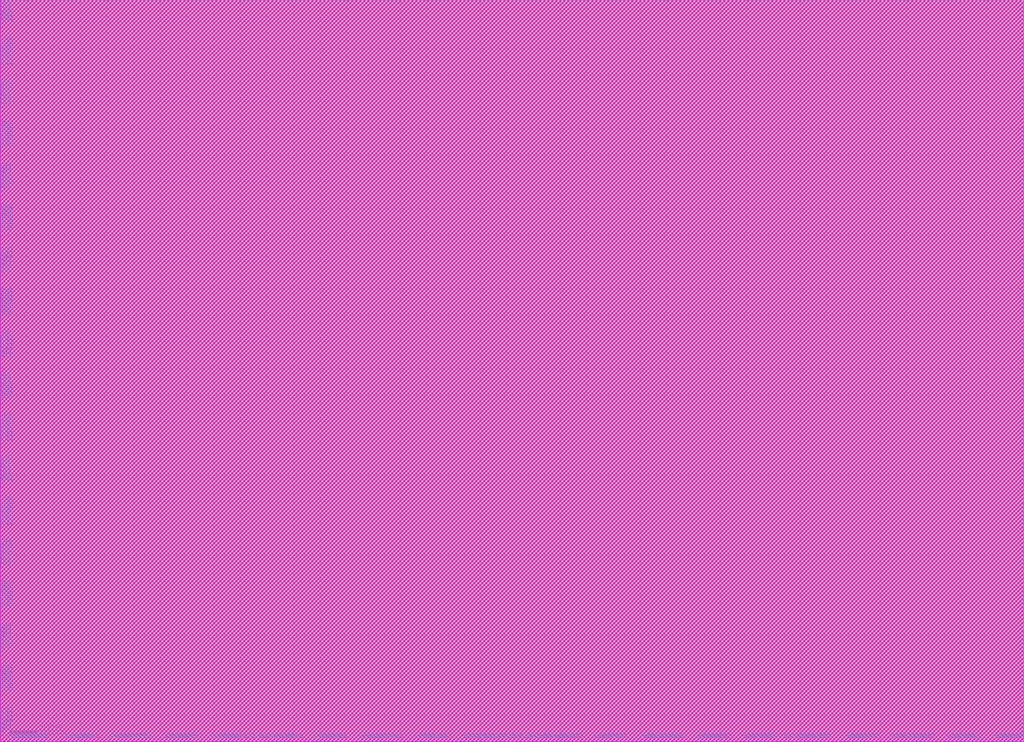
<source format=lef>
# 
#              Synchronous High Speed Single Port SRAM Compiler 
# 
#                    UMC 0.18um GenericII Logic Process
#    __________________________________________________________________________
# 
# 
#      (C) Copyright 2002-2009 Faraday Technology Corp. All Rights Reserved.
#    
#    This source code is an unpublished work belongs to Faraday Technology
#    Corp.  It is considered a trade secret and is not to be divulged or
#    used by parties who have not received written authorization from
#    Faraday Technology Corp.
#    
#    Faraday's home page can be found at:
#    http://www.faraday-tech.com/
#   
#       Module Name      : SUMA180_32768X16X1BM8
#       Words            : 32768
#       Bits             : 16
#       Byte-Write       : 1
#       Aspect Ratio     : 8
#       Output Loading   : 0.5  (pf)
#       Data Slew        : 0.5  (ns)
#       CK Slew          : 0.5  (ns)
#       Power Ring Width : 2  (um)
# 
# -----------------------------------------------------------------------------
# 
#       Library          : FSA0M_A
#       Memaker          : 200901.2.1
#       Date             : 2022/01/10 18:40:31
# 
# -----------------------------------------------------------------------------


NAMESCASESENSITIVE ON ;
MACRO SUMA180_32768X16X1BM8
CLASS BLOCK ;
FOREIGN SUMA180_32768X16X1BM8 0.000 0.000 ;
ORIGIN 0.000 0.000 ;
SIZE 1920.140 BY 1391.600 ;
SYMMETRY x y r90 ;
SITE core ;
PIN VCC
  DIRECTION INOUT ;
  USE POWER ;
  SHAPE ABUTMENT ;
 PORT
  LAYER metal4 ;
  RECT 1919.020 1380.180 1920.140 1383.420 ;
  LAYER metal3 ;
  RECT 1919.020 1380.180 1920.140 1383.420 ;
  LAYER metal2 ;
  RECT 1919.020 1380.180 1920.140 1383.420 ;
  LAYER metal1 ;
  RECT 1919.020 1380.180 1920.140 1383.420 ;
 END
 PORT
  LAYER metal4 ;
  RECT 1919.020 1372.340 1920.140 1375.580 ;
  LAYER metal3 ;
  RECT 1919.020 1372.340 1920.140 1375.580 ;
  LAYER metal2 ;
  RECT 1919.020 1372.340 1920.140 1375.580 ;
  LAYER metal1 ;
  RECT 1919.020 1372.340 1920.140 1375.580 ;
 END
 PORT
  LAYER metal4 ;
  RECT 1919.020 1364.500 1920.140 1367.740 ;
  LAYER metal3 ;
  RECT 1919.020 1364.500 1920.140 1367.740 ;
  LAYER metal2 ;
  RECT 1919.020 1364.500 1920.140 1367.740 ;
  LAYER metal1 ;
  RECT 1919.020 1364.500 1920.140 1367.740 ;
 END
 PORT
  LAYER metal4 ;
  RECT 1919.020 1356.660 1920.140 1359.900 ;
  LAYER metal3 ;
  RECT 1919.020 1356.660 1920.140 1359.900 ;
  LAYER metal2 ;
  RECT 1919.020 1356.660 1920.140 1359.900 ;
  LAYER metal1 ;
  RECT 1919.020 1356.660 1920.140 1359.900 ;
 END
 PORT
  LAYER metal4 ;
  RECT 1919.020 1348.820 1920.140 1352.060 ;
  LAYER metal3 ;
  RECT 1919.020 1348.820 1920.140 1352.060 ;
  LAYER metal2 ;
  RECT 1919.020 1348.820 1920.140 1352.060 ;
  LAYER metal1 ;
  RECT 1919.020 1348.820 1920.140 1352.060 ;
 END
 PORT
  LAYER metal4 ;
  RECT 1919.020 1340.980 1920.140 1344.220 ;
  LAYER metal3 ;
  RECT 1919.020 1340.980 1920.140 1344.220 ;
  LAYER metal2 ;
  RECT 1919.020 1340.980 1920.140 1344.220 ;
  LAYER metal1 ;
  RECT 1919.020 1340.980 1920.140 1344.220 ;
 END
 PORT
  LAYER metal4 ;
  RECT 1919.020 1301.780 1920.140 1305.020 ;
  LAYER metal3 ;
  RECT 1919.020 1301.780 1920.140 1305.020 ;
  LAYER metal2 ;
  RECT 1919.020 1301.780 1920.140 1305.020 ;
  LAYER metal1 ;
  RECT 1919.020 1301.780 1920.140 1305.020 ;
 END
 PORT
  LAYER metal4 ;
  RECT 1919.020 1293.940 1920.140 1297.180 ;
  LAYER metal3 ;
  RECT 1919.020 1293.940 1920.140 1297.180 ;
  LAYER metal2 ;
  RECT 1919.020 1293.940 1920.140 1297.180 ;
  LAYER metal1 ;
  RECT 1919.020 1293.940 1920.140 1297.180 ;
 END
 PORT
  LAYER metal4 ;
  RECT 1919.020 1286.100 1920.140 1289.340 ;
  LAYER metal3 ;
  RECT 1919.020 1286.100 1920.140 1289.340 ;
  LAYER metal2 ;
  RECT 1919.020 1286.100 1920.140 1289.340 ;
  LAYER metal1 ;
  RECT 1919.020 1286.100 1920.140 1289.340 ;
 END
 PORT
  LAYER metal4 ;
  RECT 1919.020 1278.260 1920.140 1281.500 ;
  LAYER metal3 ;
  RECT 1919.020 1278.260 1920.140 1281.500 ;
  LAYER metal2 ;
  RECT 1919.020 1278.260 1920.140 1281.500 ;
  LAYER metal1 ;
  RECT 1919.020 1278.260 1920.140 1281.500 ;
 END
 PORT
  LAYER metal4 ;
  RECT 1919.020 1270.420 1920.140 1273.660 ;
  LAYER metal3 ;
  RECT 1919.020 1270.420 1920.140 1273.660 ;
  LAYER metal2 ;
  RECT 1919.020 1270.420 1920.140 1273.660 ;
  LAYER metal1 ;
  RECT 1919.020 1270.420 1920.140 1273.660 ;
 END
 PORT
  LAYER metal4 ;
  RECT 1919.020 1262.580 1920.140 1265.820 ;
  LAYER metal3 ;
  RECT 1919.020 1262.580 1920.140 1265.820 ;
  LAYER metal2 ;
  RECT 1919.020 1262.580 1920.140 1265.820 ;
  LAYER metal1 ;
  RECT 1919.020 1262.580 1920.140 1265.820 ;
 END
 PORT
  LAYER metal4 ;
  RECT 1919.020 1223.380 1920.140 1226.620 ;
  LAYER metal3 ;
  RECT 1919.020 1223.380 1920.140 1226.620 ;
  LAYER metal2 ;
  RECT 1919.020 1223.380 1920.140 1226.620 ;
  LAYER metal1 ;
  RECT 1919.020 1223.380 1920.140 1226.620 ;
 END
 PORT
  LAYER metal4 ;
  RECT 1919.020 1215.540 1920.140 1218.780 ;
  LAYER metal3 ;
  RECT 1919.020 1215.540 1920.140 1218.780 ;
  LAYER metal2 ;
  RECT 1919.020 1215.540 1920.140 1218.780 ;
  LAYER metal1 ;
  RECT 1919.020 1215.540 1920.140 1218.780 ;
 END
 PORT
  LAYER metal4 ;
  RECT 1919.020 1207.700 1920.140 1210.940 ;
  LAYER metal3 ;
  RECT 1919.020 1207.700 1920.140 1210.940 ;
  LAYER metal2 ;
  RECT 1919.020 1207.700 1920.140 1210.940 ;
  LAYER metal1 ;
  RECT 1919.020 1207.700 1920.140 1210.940 ;
 END
 PORT
  LAYER metal4 ;
  RECT 1919.020 1199.860 1920.140 1203.100 ;
  LAYER metal3 ;
  RECT 1919.020 1199.860 1920.140 1203.100 ;
  LAYER metal2 ;
  RECT 1919.020 1199.860 1920.140 1203.100 ;
  LAYER metal1 ;
  RECT 1919.020 1199.860 1920.140 1203.100 ;
 END
 PORT
  LAYER metal4 ;
  RECT 1919.020 1192.020 1920.140 1195.260 ;
  LAYER metal3 ;
  RECT 1919.020 1192.020 1920.140 1195.260 ;
  LAYER metal2 ;
  RECT 1919.020 1192.020 1920.140 1195.260 ;
  LAYER metal1 ;
  RECT 1919.020 1192.020 1920.140 1195.260 ;
 END
 PORT
  LAYER metal4 ;
  RECT 1919.020 1184.180 1920.140 1187.420 ;
  LAYER metal3 ;
  RECT 1919.020 1184.180 1920.140 1187.420 ;
  LAYER metal2 ;
  RECT 1919.020 1184.180 1920.140 1187.420 ;
  LAYER metal1 ;
  RECT 1919.020 1184.180 1920.140 1187.420 ;
 END
 PORT
  LAYER metal4 ;
  RECT 1919.020 1144.980 1920.140 1148.220 ;
  LAYER metal3 ;
  RECT 1919.020 1144.980 1920.140 1148.220 ;
  LAYER metal2 ;
  RECT 1919.020 1144.980 1920.140 1148.220 ;
  LAYER metal1 ;
  RECT 1919.020 1144.980 1920.140 1148.220 ;
 END
 PORT
  LAYER metal4 ;
  RECT 1919.020 1137.140 1920.140 1140.380 ;
  LAYER metal3 ;
  RECT 1919.020 1137.140 1920.140 1140.380 ;
  LAYER metal2 ;
  RECT 1919.020 1137.140 1920.140 1140.380 ;
  LAYER metal1 ;
  RECT 1919.020 1137.140 1920.140 1140.380 ;
 END
 PORT
  LAYER metal4 ;
  RECT 1919.020 1129.300 1920.140 1132.540 ;
  LAYER metal3 ;
  RECT 1919.020 1129.300 1920.140 1132.540 ;
  LAYER metal2 ;
  RECT 1919.020 1129.300 1920.140 1132.540 ;
  LAYER metal1 ;
  RECT 1919.020 1129.300 1920.140 1132.540 ;
 END
 PORT
  LAYER metal4 ;
  RECT 1919.020 1121.460 1920.140 1124.700 ;
  LAYER metal3 ;
  RECT 1919.020 1121.460 1920.140 1124.700 ;
  LAYER metal2 ;
  RECT 1919.020 1121.460 1920.140 1124.700 ;
  LAYER metal1 ;
  RECT 1919.020 1121.460 1920.140 1124.700 ;
 END
 PORT
  LAYER metal4 ;
  RECT 1919.020 1113.620 1920.140 1116.860 ;
  LAYER metal3 ;
  RECT 1919.020 1113.620 1920.140 1116.860 ;
  LAYER metal2 ;
  RECT 1919.020 1113.620 1920.140 1116.860 ;
  LAYER metal1 ;
  RECT 1919.020 1113.620 1920.140 1116.860 ;
 END
 PORT
  LAYER metal4 ;
  RECT 1919.020 1105.780 1920.140 1109.020 ;
  LAYER metal3 ;
  RECT 1919.020 1105.780 1920.140 1109.020 ;
  LAYER metal2 ;
  RECT 1919.020 1105.780 1920.140 1109.020 ;
  LAYER metal1 ;
  RECT 1919.020 1105.780 1920.140 1109.020 ;
 END
 PORT
  LAYER metal4 ;
  RECT 1919.020 1066.580 1920.140 1069.820 ;
  LAYER metal3 ;
  RECT 1919.020 1066.580 1920.140 1069.820 ;
  LAYER metal2 ;
  RECT 1919.020 1066.580 1920.140 1069.820 ;
  LAYER metal1 ;
  RECT 1919.020 1066.580 1920.140 1069.820 ;
 END
 PORT
  LAYER metal4 ;
  RECT 1919.020 1058.740 1920.140 1061.980 ;
  LAYER metal3 ;
  RECT 1919.020 1058.740 1920.140 1061.980 ;
  LAYER metal2 ;
  RECT 1919.020 1058.740 1920.140 1061.980 ;
  LAYER metal1 ;
  RECT 1919.020 1058.740 1920.140 1061.980 ;
 END
 PORT
  LAYER metal4 ;
  RECT 1919.020 1050.900 1920.140 1054.140 ;
  LAYER metal3 ;
  RECT 1919.020 1050.900 1920.140 1054.140 ;
  LAYER metal2 ;
  RECT 1919.020 1050.900 1920.140 1054.140 ;
  LAYER metal1 ;
  RECT 1919.020 1050.900 1920.140 1054.140 ;
 END
 PORT
  LAYER metal4 ;
  RECT 1919.020 1043.060 1920.140 1046.300 ;
  LAYER metal3 ;
  RECT 1919.020 1043.060 1920.140 1046.300 ;
  LAYER metal2 ;
  RECT 1919.020 1043.060 1920.140 1046.300 ;
  LAYER metal1 ;
  RECT 1919.020 1043.060 1920.140 1046.300 ;
 END
 PORT
  LAYER metal4 ;
  RECT 1919.020 1035.220 1920.140 1038.460 ;
  LAYER metal3 ;
  RECT 1919.020 1035.220 1920.140 1038.460 ;
  LAYER metal2 ;
  RECT 1919.020 1035.220 1920.140 1038.460 ;
  LAYER metal1 ;
  RECT 1919.020 1035.220 1920.140 1038.460 ;
 END
 PORT
  LAYER metal4 ;
  RECT 1919.020 1027.380 1920.140 1030.620 ;
  LAYER metal3 ;
  RECT 1919.020 1027.380 1920.140 1030.620 ;
  LAYER metal2 ;
  RECT 1919.020 1027.380 1920.140 1030.620 ;
  LAYER metal1 ;
  RECT 1919.020 1027.380 1920.140 1030.620 ;
 END
 PORT
  LAYER metal4 ;
  RECT 1919.020 988.180 1920.140 991.420 ;
  LAYER metal3 ;
  RECT 1919.020 988.180 1920.140 991.420 ;
  LAYER metal2 ;
  RECT 1919.020 988.180 1920.140 991.420 ;
  LAYER metal1 ;
  RECT 1919.020 988.180 1920.140 991.420 ;
 END
 PORT
  LAYER metal4 ;
  RECT 1919.020 980.340 1920.140 983.580 ;
  LAYER metal3 ;
  RECT 1919.020 980.340 1920.140 983.580 ;
  LAYER metal2 ;
  RECT 1919.020 980.340 1920.140 983.580 ;
  LAYER metal1 ;
  RECT 1919.020 980.340 1920.140 983.580 ;
 END
 PORT
  LAYER metal4 ;
  RECT 1919.020 972.500 1920.140 975.740 ;
  LAYER metal3 ;
  RECT 1919.020 972.500 1920.140 975.740 ;
  LAYER metal2 ;
  RECT 1919.020 972.500 1920.140 975.740 ;
  LAYER metal1 ;
  RECT 1919.020 972.500 1920.140 975.740 ;
 END
 PORT
  LAYER metal4 ;
  RECT 1919.020 964.660 1920.140 967.900 ;
  LAYER metal3 ;
  RECT 1919.020 964.660 1920.140 967.900 ;
  LAYER metal2 ;
  RECT 1919.020 964.660 1920.140 967.900 ;
  LAYER metal1 ;
  RECT 1919.020 964.660 1920.140 967.900 ;
 END
 PORT
  LAYER metal4 ;
  RECT 1919.020 956.820 1920.140 960.060 ;
  LAYER metal3 ;
  RECT 1919.020 956.820 1920.140 960.060 ;
  LAYER metal2 ;
  RECT 1919.020 956.820 1920.140 960.060 ;
  LAYER metal1 ;
  RECT 1919.020 956.820 1920.140 960.060 ;
 END
 PORT
  LAYER metal4 ;
  RECT 1919.020 948.980 1920.140 952.220 ;
  LAYER metal3 ;
  RECT 1919.020 948.980 1920.140 952.220 ;
  LAYER metal2 ;
  RECT 1919.020 948.980 1920.140 952.220 ;
  LAYER metal1 ;
  RECT 1919.020 948.980 1920.140 952.220 ;
 END
 PORT
  LAYER metal4 ;
  RECT 1919.020 909.780 1920.140 913.020 ;
  LAYER metal3 ;
  RECT 1919.020 909.780 1920.140 913.020 ;
  LAYER metal2 ;
  RECT 1919.020 909.780 1920.140 913.020 ;
  LAYER metal1 ;
  RECT 1919.020 909.780 1920.140 913.020 ;
 END
 PORT
  LAYER metal4 ;
  RECT 1919.020 901.940 1920.140 905.180 ;
  LAYER metal3 ;
  RECT 1919.020 901.940 1920.140 905.180 ;
  LAYER metal2 ;
  RECT 1919.020 901.940 1920.140 905.180 ;
  LAYER metal1 ;
  RECT 1919.020 901.940 1920.140 905.180 ;
 END
 PORT
  LAYER metal4 ;
  RECT 1919.020 894.100 1920.140 897.340 ;
  LAYER metal3 ;
  RECT 1919.020 894.100 1920.140 897.340 ;
  LAYER metal2 ;
  RECT 1919.020 894.100 1920.140 897.340 ;
  LAYER metal1 ;
  RECT 1919.020 894.100 1920.140 897.340 ;
 END
 PORT
  LAYER metal4 ;
  RECT 1919.020 886.260 1920.140 889.500 ;
  LAYER metal3 ;
  RECT 1919.020 886.260 1920.140 889.500 ;
  LAYER metal2 ;
  RECT 1919.020 886.260 1920.140 889.500 ;
  LAYER metal1 ;
  RECT 1919.020 886.260 1920.140 889.500 ;
 END
 PORT
  LAYER metal4 ;
  RECT 1919.020 878.420 1920.140 881.660 ;
  LAYER metal3 ;
  RECT 1919.020 878.420 1920.140 881.660 ;
  LAYER metal2 ;
  RECT 1919.020 878.420 1920.140 881.660 ;
  LAYER metal1 ;
  RECT 1919.020 878.420 1920.140 881.660 ;
 END
 PORT
  LAYER metal4 ;
  RECT 1919.020 870.580 1920.140 873.820 ;
  LAYER metal3 ;
  RECT 1919.020 870.580 1920.140 873.820 ;
  LAYER metal2 ;
  RECT 1919.020 870.580 1920.140 873.820 ;
  LAYER metal1 ;
  RECT 1919.020 870.580 1920.140 873.820 ;
 END
 PORT
  LAYER metal4 ;
  RECT 1919.020 831.380 1920.140 834.620 ;
  LAYER metal3 ;
  RECT 1919.020 831.380 1920.140 834.620 ;
  LAYER metal2 ;
  RECT 1919.020 831.380 1920.140 834.620 ;
  LAYER metal1 ;
  RECT 1919.020 831.380 1920.140 834.620 ;
 END
 PORT
  LAYER metal4 ;
  RECT 1919.020 823.540 1920.140 826.780 ;
  LAYER metal3 ;
  RECT 1919.020 823.540 1920.140 826.780 ;
  LAYER metal2 ;
  RECT 1919.020 823.540 1920.140 826.780 ;
  LAYER metal1 ;
  RECT 1919.020 823.540 1920.140 826.780 ;
 END
 PORT
  LAYER metal4 ;
  RECT 1919.020 815.700 1920.140 818.940 ;
  LAYER metal3 ;
  RECT 1919.020 815.700 1920.140 818.940 ;
  LAYER metal2 ;
  RECT 1919.020 815.700 1920.140 818.940 ;
  LAYER metal1 ;
  RECT 1919.020 815.700 1920.140 818.940 ;
 END
 PORT
  LAYER metal4 ;
  RECT 1919.020 807.860 1920.140 811.100 ;
  LAYER metal3 ;
  RECT 1919.020 807.860 1920.140 811.100 ;
  LAYER metal2 ;
  RECT 1919.020 807.860 1920.140 811.100 ;
  LAYER metal1 ;
  RECT 1919.020 807.860 1920.140 811.100 ;
 END
 PORT
  LAYER metal4 ;
  RECT 1919.020 800.020 1920.140 803.260 ;
  LAYER metal3 ;
  RECT 1919.020 800.020 1920.140 803.260 ;
  LAYER metal2 ;
  RECT 1919.020 800.020 1920.140 803.260 ;
  LAYER metal1 ;
  RECT 1919.020 800.020 1920.140 803.260 ;
 END
 PORT
  LAYER metal4 ;
  RECT 1919.020 792.180 1920.140 795.420 ;
  LAYER metal3 ;
  RECT 1919.020 792.180 1920.140 795.420 ;
  LAYER metal2 ;
  RECT 1919.020 792.180 1920.140 795.420 ;
  LAYER metal1 ;
  RECT 1919.020 792.180 1920.140 795.420 ;
 END
 PORT
  LAYER metal4 ;
  RECT 1919.020 752.980 1920.140 756.220 ;
  LAYER metal3 ;
  RECT 1919.020 752.980 1920.140 756.220 ;
  LAYER metal2 ;
  RECT 1919.020 752.980 1920.140 756.220 ;
  LAYER metal1 ;
  RECT 1919.020 752.980 1920.140 756.220 ;
 END
 PORT
  LAYER metal4 ;
  RECT 1919.020 745.140 1920.140 748.380 ;
  LAYER metal3 ;
  RECT 1919.020 745.140 1920.140 748.380 ;
  LAYER metal2 ;
  RECT 1919.020 745.140 1920.140 748.380 ;
  LAYER metal1 ;
  RECT 1919.020 745.140 1920.140 748.380 ;
 END
 PORT
  LAYER metal4 ;
  RECT 1919.020 737.300 1920.140 740.540 ;
  LAYER metal3 ;
  RECT 1919.020 737.300 1920.140 740.540 ;
  LAYER metal2 ;
  RECT 1919.020 737.300 1920.140 740.540 ;
  LAYER metal1 ;
  RECT 1919.020 737.300 1920.140 740.540 ;
 END
 PORT
  LAYER metal4 ;
  RECT 1919.020 729.460 1920.140 732.700 ;
  LAYER metal3 ;
  RECT 1919.020 729.460 1920.140 732.700 ;
  LAYER metal2 ;
  RECT 1919.020 729.460 1920.140 732.700 ;
  LAYER metal1 ;
  RECT 1919.020 729.460 1920.140 732.700 ;
 END
 PORT
  LAYER metal4 ;
  RECT 1919.020 721.620 1920.140 724.860 ;
  LAYER metal3 ;
  RECT 1919.020 721.620 1920.140 724.860 ;
  LAYER metal2 ;
  RECT 1919.020 721.620 1920.140 724.860 ;
  LAYER metal1 ;
  RECT 1919.020 721.620 1920.140 724.860 ;
 END
 PORT
  LAYER metal4 ;
  RECT 1919.020 713.780 1920.140 717.020 ;
  LAYER metal3 ;
  RECT 1919.020 713.780 1920.140 717.020 ;
  LAYER metal2 ;
  RECT 1919.020 713.780 1920.140 717.020 ;
  LAYER metal1 ;
  RECT 1919.020 713.780 1920.140 717.020 ;
 END
 PORT
  LAYER metal4 ;
  RECT 1919.020 674.580 1920.140 677.820 ;
  LAYER metal3 ;
  RECT 1919.020 674.580 1920.140 677.820 ;
  LAYER metal2 ;
  RECT 1919.020 674.580 1920.140 677.820 ;
  LAYER metal1 ;
  RECT 1919.020 674.580 1920.140 677.820 ;
 END
 PORT
  LAYER metal4 ;
  RECT 1919.020 666.740 1920.140 669.980 ;
  LAYER metal3 ;
  RECT 1919.020 666.740 1920.140 669.980 ;
  LAYER metal2 ;
  RECT 1919.020 666.740 1920.140 669.980 ;
  LAYER metal1 ;
  RECT 1919.020 666.740 1920.140 669.980 ;
 END
 PORT
  LAYER metal4 ;
  RECT 1919.020 658.900 1920.140 662.140 ;
  LAYER metal3 ;
  RECT 1919.020 658.900 1920.140 662.140 ;
  LAYER metal2 ;
  RECT 1919.020 658.900 1920.140 662.140 ;
  LAYER metal1 ;
  RECT 1919.020 658.900 1920.140 662.140 ;
 END
 PORT
  LAYER metal4 ;
  RECT 1919.020 651.060 1920.140 654.300 ;
  LAYER metal3 ;
  RECT 1919.020 651.060 1920.140 654.300 ;
  LAYER metal2 ;
  RECT 1919.020 651.060 1920.140 654.300 ;
  LAYER metal1 ;
  RECT 1919.020 651.060 1920.140 654.300 ;
 END
 PORT
  LAYER metal4 ;
  RECT 1919.020 643.220 1920.140 646.460 ;
  LAYER metal3 ;
  RECT 1919.020 643.220 1920.140 646.460 ;
  LAYER metal2 ;
  RECT 1919.020 643.220 1920.140 646.460 ;
  LAYER metal1 ;
  RECT 1919.020 643.220 1920.140 646.460 ;
 END
 PORT
  LAYER metal4 ;
  RECT 1919.020 635.380 1920.140 638.620 ;
  LAYER metal3 ;
  RECT 1919.020 635.380 1920.140 638.620 ;
  LAYER metal2 ;
  RECT 1919.020 635.380 1920.140 638.620 ;
  LAYER metal1 ;
  RECT 1919.020 635.380 1920.140 638.620 ;
 END
 PORT
  LAYER metal4 ;
  RECT 1919.020 596.180 1920.140 599.420 ;
  LAYER metal3 ;
  RECT 1919.020 596.180 1920.140 599.420 ;
  LAYER metal2 ;
  RECT 1919.020 596.180 1920.140 599.420 ;
  LAYER metal1 ;
  RECT 1919.020 596.180 1920.140 599.420 ;
 END
 PORT
  LAYER metal4 ;
  RECT 1919.020 588.340 1920.140 591.580 ;
  LAYER metal3 ;
  RECT 1919.020 588.340 1920.140 591.580 ;
  LAYER metal2 ;
  RECT 1919.020 588.340 1920.140 591.580 ;
  LAYER metal1 ;
  RECT 1919.020 588.340 1920.140 591.580 ;
 END
 PORT
  LAYER metal4 ;
  RECT 1919.020 580.500 1920.140 583.740 ;
  LAYER metal3 ;
  RECT 1919.020 580.500 1920.140 583.740 ;
  LAYER metal2 ;
  RECT 1919.020 580.500 1920.140 583.740 ;
  LAYER metal1 ;
  RECT 1919.020 580.500 1920.140 583.740 ;
 END
 PORT
  LAYER metal4 ;
  RECT 1919.020 572.660 1920.140 575.900 ;
  LAYER metal3 ;
  RECT 1919.020 572.660 1920.140 575.900 ;
  LAYER metal2 ;
  RECT 1919.020 572.660 1920.140 575.900 ;
  LAYER metal1 ;
  RECT 1919.020 572.660 1920.140 575.900 ;
 END
 PORT
  LAYER metal4 ;
  RECT 1919.020 564.820 1920.140 568.060 ;
  LAYER metal3 ;
  RECT 1919.020 564.820 1920.140 568.060 ;
  LAYER metal2 ;
  RECT 1919.020 564.820 1920.140 568.060 ;
  LAYER metal1 ;
  RECT 1919.020 564.820 1920.140 568.060 ;
 END
 PORT
  LAYER metal4 ;
  RECT 1919.020 556.980 1920.140 560.220 ;
  LAYER metal3 ;
  RECT 1919.020 556.980 1920.140 560.220 ;
  LAYER metal2 ;
  RECT 1919.020 556.980 1920.140 560.220 ;
  LAYER metal1 ;
  RECT 1919.020 556.980 1920.140 560.220 ;
 END
 PORT
  LAYER metal4 ;
  RECT 1919.020 517.780 1920.140 521.020 ;
  LAYER metal3 ;
  RECT 1919.020 517.780 1920.140 521.020 ;
  LAYER metal2 ;
  RECT 1919.020 517.780 1920.140 521.020 ;
  LAYER metal1 ;
  RECT 1919.020 517.780 1920.140 521.020 ;
 END
 PORT
  LAYER metal4 ;
  RECT 1919.020 509.940 1920.140 513.180 ;
  LAYER metal3 ;
  RECT 1919.020 509.940 1920.140 513.180 ;
  LAYER metal2 ;
  RECT 1919.020 509.940 1920.140 513.180 ;
  LAYER metal1 ;
  RECT 1919.020 509.940 1920.140 513.180 ;
 END
 PORT
  LAYER metal4 ;
  RECT 1919.020 502.100 1920.140 505.340 ;
  LAYER metal3 ;
  RECT 1919.020 502.100 1920.140 505.340 ;
  LAYER metal2 ;
  RECT 1919.020 502.100 1920.140 505.340 ;
  LAYER metal1 ;
  RECT 1919.020 502.100 1920.140 505.340 ;
 END
 PORT
  LAYER metal4 ;
  RECT 1919.020 494.260 1920.140 497.500 ;
  LAYER metal3 ;
  RECT 1919.020 494.260 1920.140 497.500 ;
  LAYER metal2 ;
  RECT 1919.020 494.260 1920.140 497.500 ;
  LAYER metal1 ;
  RECT 1919.020 494.260 1920.140 497.500 ;
 END
 PORT
  LAYER metal4 ;
  RECT 1919.020 486.420 1920.140 489.660 ;
  LAYER metal3 ;
  RECT 1919.020 486.420 1920.140 489.660 ;
  LAYER metal2 ;
  RECT 1919.020 486.420 1920.140 489.660 ;
  LAYER metal1 ;
  RECT 1919.020 486.420 1920.140 489.660 ;
 END
 PORT
  LAYER metal4 ;
  RECT 1919.020 478.580 1920.140 481.820 ;
  LAYER metal3 ;
  RECT 1919.020 478.580 1920.140 481.820 ;
  LAYER metal2 ;
  RECT 1919.020 478.580 1920.140 481.820 ;
  LAYER metal1 ;
  RECT 1919.020 478.580 1920.140 481.820 ;
 END
 PORT
  LAYER metal4 ;
  RECT 1919.020 439.380 1920.140 442.620 ;
  LAYER metal3 ;
  RECT 1919.020 439.380 1920.140 442.620 ;
  LAYER metal2 ;
  RECT 1919.020 439.380 1920.140 442.620 ;
  LAYER metal1 ;
  RECT 1919.020 439.380 1920.140 442.620 ;
 END
 PORT
  LAYER metal4 ;
  RECT 1919.020 431.540 1920.140 434.780 ;
  LAYER metal3 ;
  RECT 1919.020 431.540 1920.140 434.780 ;
  LAYER metal2 ;
  RECT 1919.020 431.540 1920.140 434.780 ;
  LAYER metal1 ;
  RECT 1919.020 431.540 1920.140 434.780 ;
 END
 PORT
  LAYER metal4 ;
  RECT 1919.020 423.700 1920.140 426.940 ;
  LAYER metal3 ;
  RECT 1919.020 423.700 1920.140 426.940 ;
  LAYER metal2 ;
  RECT 1919.020 423.700 1920.140 426.940 ;
  LAYER metal1 ;
  RECT 1919.020 423.700 1920.140 426.940 ;
 END
 PORT
  LAYER metal4 ;
  RECT 1919.020 415.860 1920.140 419.100 ;
  LAYER metal3 ;
  RECT 1919.020 415.860 1920.140 419.100 ;
  LAYER metal2 ;
  RECT 1919.020 415.860 1920.140 419.100 ;
  LAYER metal1 ;
  RECT 1919.020 415.860 1920.140 419.100 ;
 END
 PORT
  LAYER metal4 ;
  RECT 1919.020 408.020 1920.140 411.260 ;
  LAYER metal3 ;
  RECT 1919.020 408.020 1920.140 411.260 ;
  LAYER metal2 ;
  RECT 1919.020 408.020 1920.140 411.260 ;
  LAYER metal1 ;
  RECT 1919.020 408.020 1920.140 411.260 ;
 END
 PORT
  LAYER metal4 ;
  RECT 1919.020 400.180 1920.140 403.420 ;
  LAYER metal3 ;
  RECT 1919.020 400.180 1920.140 403.420 ;
  LAYER metal2 ;
  RECT 1919.020 400.180 1920.140 403.420 ;
  LAYER metal1 ;
  RECT 1919.020 400.180 1920.140 403.420 ;
 END
 PORT
  LAYER metal4 ;
  RECT 1919.020 360.980 1920.140 364.220 ;
  LAYER metal3 ;
  RECT 1919.020 360.980 1920.140 364.220 ;
  LAYER metal2 ;
  RECT 1919.020 360.980 1920.140 364.220 ;
  LAYER metal1 ;
  RECT 1919.020 360.980 1920.140 364.220 ;
 END
 PORT
  LAYER metal4 ;
  RECT 1919.020 353.140 1920.140 356.380 ;
  LAYER metal3 ;
  RECT 1919.020 353.140 1920.140 356.380 ;
  LAYER metal2 ;
  RECT 1919.020 353.140 1920.140 356.380 ;
  LAYER metal1 ;
  RECT 1919.020 353.140 1920.140 356.380 ;
 END
 PORT
  LAYER metal4 ;
  RECT 1919.020 345.300 1920.140 348.540 ;
  LAYER metal3 ;
  RECT 1919.020 345.300 1920.140 348.540 ;
  LAYER metal2 ;
  RECT 1919.020 345.300 1920.140 348.540 ;
  LAYER metal1 ;
  RECT 1919.020 345.300 1920.140 348.540 ;
 END
 PORT
  LAYER metal4 ;
  RECT 1919.020 337.460 1920.140 340.700 ;
  LAYER metal3 ;
  RECT 1919.020 337.460 1920.140 340.700 ;
  LAYER metal2 ;
  RECT 1919.020 337.460 1920.140 340.700 ;
  LAYER metal1 ;
  RECT 1919.020 337.460 1920.140 340.700 ;
 END
 PORT
  LAYER metal4 ;
  RECT 1919.020 329.620 1920.140 332.860 ;
  LAYER metal3 ;
  RECT 1919.020 329.620 1920.140 332.860 ;
  LAYER metal2 ;
  RECT 1919.020 329.620 1920.140 332.860 ;
  LAYER metal1 ;
  RECT 1919.020 329.620 1920.140 332.860 ;
 END
 PORT
  LAYER metal4 ;
  RECT 1919.020 321.780 1920.140 325.020 ;
  LAYER metal3 ;
  RECT 1919.020 321.780 1920.140 325.020 ;
  LAYER metal2 ;
  RECT 1919.020 321.780 1920.140 325.020 ;
  LAYER metal1 ;
  RECT 1919.020 321.780 1920.140 325.020 ;
 END
 PORT
  LAYER metal4 ;
  RECT 1919.020 282.580 1920.140 285.820 ;
  LAYER metal3 ;
  RECT 1919.020 282.580 1920.140 285.820 ;
  LAYER metal2 ;
  RECT 1919.020 282.580 1920.140 285.820 ;
  LAYER metal1 ;
  RECT 1919.020 282.580 1920.140 285.820 ;
 END
 PORT
  LAYER metal4 ;
  RECT 1919.020 274.740 1920.140 277.980 ;
  LAYER metal3 ;
  RECT 1919.020 274.740 1920.140 277.980 ;
  LAYER metal2 ;
  RECT 1919.020 274.740 1920.140 277.980 ;
  LAYER metal1 ;
  RECT 1919.020 274.740 1920.140 277.980 ;
 END
 PORT
  LAYER metal4 ;
  RECT 1919.020 266.900 1920.140 270.140 ;
  LAYER metal3 ;
  RECT 1919.020 266.900 1920.140 270.140 ;
  LAYER metal2 ;
  RECT 1919.020 266.900 1920.140 270.140 ;
  LAYER metal1 ;
  RECT 1919.020 266.900 1920.140 270.140 ;
 END
 PORT
  LAYER metal4 ;
  RECT 1919.020 259.060 1920.140 262.300 ;
  LAYER metal3 ;
  RECT 1919.020 259.060 1920.140 262.300 ;
  LAYER metal2 ;
  RECT 1919.020 259.060 1920.140 262.300 ;
  LAYER metal1 ;
  RECT 1919.020 259.060 1920.140 262.300 ;
 END
 PORT
  LAYER metal4 ;
  RECT 1919.020 251.220 1920.140 254.460 ;
  LAYER metal3 ;
  RECT 1919.020 251.220 1920.140 254.460 ;
  LAYER metal2 ;
  RECT 1919.020 251.220 1920.140 254.460 ;
  LAYER metal1 ;
  RECT 1919.020 251.220 1920.140 254.460 ;
 END
 PORT
  LAYER metal4 ;
  RECT 1919.020 243.380 1920.140 246.620 ;
  LAYER metal3 ;
  RECT 1919.020 243.380 1920.140 246.620 ;
  LAYER metal2 ;
  RECT 1919.020 243.380 1920.140 246.620 ;
  LAYER metal1 ;
  RECT 1919.020 243.380 1920.140 246.620 ;
 END
 PORT
  LAYER metal4 ;
  RECT 1919.020 204.180 1920.140 207.420 ;
  LAYER metal3 ;
  RECT 1919.020 204.180 1920.140 207.420 ;
  LAYER metal2 ;
  RECT 1919.020 204.180 1920.140 207.420 ;
  LAYER metal1 ;
  RECT 1919.020 204.180 1920.140 207.420 ;
 END
 PORT
  LAYER metal4 ;
  RECT 1919.020 196.340 1920.140 199.580 ;
  LAYER metal3 ;
  RECT 1919.020 196.340 1920.140 199.580 ;
  LAYER metal2 ;
  RECT 1919.020 196.340 1920.140 199.580 ;
  LAYER metal1 ;
  RECT 1919.020 196.340 1920.140 199.580 ;
 END
 PORT
  LAYER metal4 ;
  RECT 1919.020 188.500 1920.140 191.740 ;
  LAYER metal3 ;
  RECT 1919.020 188.500 1920.140 191.740 ;
  LAYER metal2 ;
  RECT 1919.020 188.500 1920.140 191.740 ;
  LAYER metal1 ;
  RECT 1919.020 188.500 1920.140 191.740 ;
 END
 PORT
  LAYER metal4 ;
  RECT 1919.020 180.660 1920.140 183.900 ;
  LAYER metal3 ;
  RECT 1919.020 180.660 1920.140 183.900 ;
  LAYER metal2 ;
  RECT 1919.020 180.660 1920.140 183.900 ;
  LAYER metal1 ;
  RECT 1919.020 180.660 1920.140 183.900 ;
 END
 PORT
  LAYER metal4 ;
  RECT 1919.020 172.820 1920.140 176.060 ;
  LAYER metal3 ;
  RECT 1919.020 172.820 1920.140 176.060 ;
  LAYER metal2 ;
  RECT 1919.020 172.820 1920.140 176.060 ;
  LAYER metal1 ;
  RECT 1919.020 172.820 1920.140 176.060 ;
 END
 PORT
  LAYER metal4 ;
  RECT 1919.020 164.980 1920.140 168.220 ;
  LAYER metal3 ;
  RECT 1919.020 164.980 1920.140 168.220 ;
  LAYER metal2 ;
  RECT 1919.020 164.980 1920.140 168.220 ;
  LAYER metal1 ;
  RECT 1919.020 164.980 1920.140 168.220 ;
 END
 PORT
  LAYER metal4 ;
  RECT 1919.020 125.780 1920.140 129.020 ;
  LAYER metal3 ;
  RECT 1919.020 125.780 1920.140 129.020 ;
  LAYER metal2 ;
  RECT 1919.020 125.780 1920.140 129.020 ;
  LAYER metal1 ;
  RECT 1919.020 125.780 1920.140 129.020 ;
 END
 PORT
  LAYER metal4 ;
  RECT 1919.020 117.940 1920.140 121.180 ;
  LAYER metal3 ;
  RECT 1919.020 117.940 1920.140 121.180 ;
  LAYER metal2 ;
  RECT 1919.020 117.940 1920.140 121.180 ;
  LAYER metal1 ;
  RECT 1919.020 117.940 1920.140 121.180 ;
 END
 PORT
  LAYER metal4 ;
  RECT 1919.020 110.100 1920.140 113.340 ;
  LAYER metal3 ;
  RECT 1919.020 110.100 1920.140 113.340 ;
  LAYER metal2 ;
  RECT 1919.020 110.100 1920.140 113.340 ;
  LAYER metal1 ;
  RECT 1919.020 110.100 1920.140 113.340 ;
 END
 PORT
  LAYER metal4 ;
  RECT 1919.020 102.260 1920.140 105.500 ;
  LAYER metal3 ;
  RECT 1919.020 102.260 1920.140 105.500 ;
  LAYER metal2 ;
  RECT 1919.020 102.260 1920.140 105.500 ;
  LAYER metal1 ;
  RECT 1919.020 102.260 1920.140 105.500 ;
 END
 PORT
  LAYER metal4 ;
  RECT 1919.020 94.420 1920.140 97.660 ;
  LAYER metal3 ;
  RECT 1919.020 94.420 1920.140 97.660 ;
  LAYER metal2 ;
  RECT 1919.020 94.420 1920.140 97.660 ;
  LAYER metal1 ;
  RECT 1919.020 94.420 1920.140 97.660 ;
 END
 PORT
  LAYER metal4 ;
  RECT 1919.020 86.580 1920.140 89.820 ;
  LAYER metal3 ;
  RECT 1919.020 86.580 1920.140 89.820 ;
  LAYER metal2 ;
  RECT 1919.020 86.580 1920.140 89.820 ;
  LAYER metal1 ;
  RECT 1919.020 86.580 1920.140 89.820 ;
 END
 PORT
  LAYER metal4 ;
  RECT 1919.020 47.380 1920.140 50.620 ;
  LAYER metal3 ;
  RECT 1919.020 47.380 1920.140 50.620 ;
  LAYER metal2 ;
  RECT 1919.020 47.380 1920.140 50.620 ;
  LAYER metal1 ;
  RECT 1919.020 47.380 1920.140 50.620 ;
 END
 PORT
  LAYER metal4 ;
  RECT 1919.020 39.540 1920.140 42.780 ;
  LAYER metal3 ;
  RECT 1919.020 39.540 1920.140 42.780 ;
  LAYER metal2 ;
  RECT 1919.020 39.540 1920.140 42.780 ;
  LAYER metal1 ;
  RECT 1919.020 39.540 1920.140 42.780 ;
 END
 PORT
  LAYER metal4 ;
  RECT 1919.020 31.700 1920.140 34.940 ;
  LAYER metal3 ;
  RECT 1919.020 31.700 1920.140 34.940 ;
  LAYER metal2 ;
  RECT 1919.020 31.700 1920.140 34.940 ;
  LAYER metal1 ;
  RECT 1919.020 31.700 1920.140 34.940 ;
 END
 PORT
  LAYER metal4 ;
  RECT 1919.020 23.860 1920.140 27.100 ;
  LAYER metal3 ;
  RECT 1919.020 23.860 1920.140 27.100 ;
  LAYER metal2 ;
  RECT 1919.020 23.860 1920.140 27.100 ;
  LAYER metal1 ;
  RECT 1919.020 23.860 1920.140 27.100 ;
 END
 PORT
  LAYER metal4 ;
  RECT 1919.020 16.020 1920.140 19.260 ;
  LAYER metal3 ;
  RECT 1919.020 16.020 1920.140 19.260 ;
  LAYER metal2 ;
  RECT 1919.020 16.020 1920.140 19.260 ;
  LAYER metal1 ;
  RECT 1919.020 16.020 1920.140 19.260 ;
 END
 PORT
  LAYER metal4 ;
  RECT 1919.020 8.180 1920.140 11.420 ;
  LAYER metal3 ;
  RECT 1919.020 8.180 1920.140 11.420 ;
  LAYER metal2 ;
  RECT 1919.020 8.180 1920.140 11.420 ;
  LAYER metal1 ;
  RECT 1919.020 8.180 1920.140 11.420 ;
 END
 PORT
  LAYER metal4 ;
  RECT 0.000 1380.180 1.120 1383.420 ;
  LAYER metal3 ;
  RECT 0.000 1380.180 1.120 1383.420 ;
  LAYER metal2 ;
  RECT 0.000 1380.180 1.120 1383.420 ;
  LAYER metal1 ;
  RECT 0.000 1380.180 1.120 1383.420 ;
 END
 PORT
  LAYER metal4 ;
  RECT 0.000 1372.340 1.120 1375.580 ;
  LAYER metal3 ;
  RECT 0.000 1372.340 1.120 1375.580 ;
  LAYER metal2 ;
  RECT 0.000 1372.340 1.120 1375.580 ;
  LAYER metal1 ;
  RECT 0.000 1372.340 1.120 1375.580 ;
 END
 PORT
  LAYER metal4 ;
  RECT 0.000 1364.500 1.120 1367.740 ;
  LAYER metal3 ;
  RECT 0.000 1364.500 1.120 1367.740 ;
  LAYER metal2 ;
  RECT 0.000 1364.500 1.120 1367.740 ;
  LAYER metal1 ;
  RECT 0.000 1364.500 1.120 1367.740 ;
 END
 PORT
  LAYER metal4 ;
  RECT 0.000 1356.660 1.120 1359.900 ;
  LAYER metal3 ;
  RECT 0.000 1356.660 1.120 1359.900 ;
  LAYER metal2 ;
  RECT 0.000 1356.660 1.120 1359.900 ;
  LAYER metal1 ;
  RECT 0.000 1356.660 1.120 1359.900 ;
 END
 PORT
  LAYER metal4 ;
  RECT 0.000 1348.820 1.120 1352.060 ;
  LAYER metal3 ;
  RECT 0.000 1348.820 1.120 1352.060 ;
  LAYER metal2 ;
  RECT 0.000 1348.820 1.120 1352.060 ;
  LAYER metal1 ;
  RECT 0.000 1348.820 1.120 1352.060 ;
 END
 PORT
  LAYER metal4 ;
  RECT 0.000 1340.980 1.120 1344.220 ;
  LAYER metal3 ;
  RECT 0.000 1340.980 1.120 1344.220 ;
  LAYER metal2 ;
  RECT 0.000 1340.980 1.120 1344.220 ;
  LAYER metal1 ;
  RECT 0.000 1340.980 1.120 1344.220 ;
 END
 PORT
  LAYER metal4 ;
  RECT 0.000 1301.780 1.120 1305.020 ;
  LAYER metal3 ;
  RECT 0.000 1301.780 1.120 1305.020 ;
  LAYER metal2 ;
  RECT 0.000 1301.780 1.120 1305.020 ;
  LAYER metal1 ;
  RECT 0.000 1301.780 1.120 1305.020 ;
 END
 PORT
  LAYER metal4 ;
  RECT 0.000 1293.940 1.120 1297.180 ;
  LAYER metal3 ;
  RECT 0.000 1293.940 1.120 1297.180 ;
  LAYER metal2 ;
  RECT 0.000 1293.940 1.120 1297.180 ;
  LAYER metal1 ;
  RECT 0.000 1293.940 1.120 1297.180 ;
 END
 PORT
  LAYER metal4 ;
  RECT 0.000 1286.100 1.120 1289.340 ;
  LAYER metal3 ;
  RECT 0.000 1286.100 1.120 1289.340 ;
  LAYER metal2 ;
  RECT 0.000 1286.100 1.120 1289.340 ;
  LAYER metal1 ;
  RECT 0.000 1286.100 1.120 1289.340 ;
 END
 PORT
  LAYER metal4 ;
  RECT 0.000 1278.260 1.120 1281.500 ;
  LAYER metal3 ;
  RECT 0.000 1278.260 1.120 1281.500 ;
  LAYER metal2 ;
  RECT 0.000 1278.260 1.120 1281.500 ;
  LAYER metal1 ;
  RECT 0.000 1278.260 1.120 1281.500 ;
 END
 PORT
  LAYER metal4 ;
  RECT 0.000 1270.420 1.120 1273.660 ;
  LAYER metal3 ;
  RECT 0.000 1270.420 1.120 1273.660 ;
  LAYER metal2 ;
  RECT 0.000 1270.420 1.120 1273.660 ;
  LAYER metal1 ;
  RECT 0.000 1270.420 1.120 1273.660 ;
 END
 PORT
  LAYER metal4 ;
  RECT 0.000 1262.580 1.120 1265.820 ;
  LAYER metal3 ;
  RECT 0.000 1262.580 1.120 1265.820 ;
  LAYER metal2 ;
  RECT 0.000 1262.580 1.120 1265.820 ;
  LAYER metal1 ;
  RECT 0.000 1262.580 1.120 1265.820 ;
 END
 PORT
  LAYER metal4 ;
  RECT 0.000 1223.380 1.120 1226.620 ;
  LAYER metal3 ;
  RECT 0.000 1223.380 1.120 1226.620 ;
  LAYER metal2 ;
  RECT 0.000 1223.380 1.120 1226.620 ;
  LAYER metal1 ;
  RECT 0.000 1223.380 1.120 1226.620 ;
 END
 PORT
  LAYER metal4 ;
  RECT 0.000 1215.540 1.120 1218.780 ;
  LAYER metal3 ;
  RECT 0.000 1215.540 1.120 1218.780 ;
  LAYER metal2 ;
  RECT 0.000 1215.540 1.120 1218.780 ;
  LAYER metal1 ;
  RECT 0.000 1215.540 1.120 1218.780 ;
 END
 PORT
  LAYER metal4 ;
  RECT 0.000 1207.700 1.120 1210.940 ;
  LAYER metal3 ;
  RECT 0.000 1207.700 1.120 1210.940 ;
  LAYER metal2 ;
  RECT 0.000 1207.700 1.120 1210.940 ;
  LAYER metal1 ;
  RECT 0.000 1207.700 1.120 1210.940 ;
 END
 PORT
  LAYER metal4 ;
  RECT 0.000 1199.860 1.120 1203.100 ;
  LAYER metal3 ;
  RECT 0.000 1199.860 1.120 1203.100 ;
  LAYER metal2 ;
  RECT 0.000 1199.860 1.120 1203.100 ;
  LAYER metal1 ;
  RECT 0.000 1199.860 1.120 1203.100 ;
 END
 PORT
  LAYER metal4 ;
  RECT 0.000 1192.020 1.120 1195.260 ;
  LAYER metal3 ;
  RECT 0.000 1192.020 1.120 1195.260 ;
  LAYER metal2 ;
  RECT 0.000 1192.020 1.120 1195.260 ;
  LAYER metal1 ;
  RECT 0.000 1192.020 1.120 1195.260 ;
 END
 PORT
  LAYER metal4 ;
  RECT 0.000 1184.180 1.120 1187.420 ;
  LAYER metal3 ;
  RECT 0.000 1184.180 1.120 1187.420 ;
  LAYER metal2 ;
  RECT 0.000 1184.180 1.120 1187.420 ;
  LAYER metal1 ;
  RECT 0.000 1184.180 1.120 1187.420 ;
 END
 PORT
  LAYER metal4 ;
  RECT 0.000 1144.980 1.120 1148.220 ;
  LAYER metal3 ;
  RECT 0.000 1144.980 1.120 1148.220 ;
  LAYER metal2 ;
  RECT 0.000 1144.980 1.120 1148.220 ;
  LAYER metal1 ;
  RECT 0.000 1144.980 1.120 1148.220 ;
 END
 PORT
  LAYER metal4 ;
  RECT 0.000 1137.140 1.120 1140.380 ;
  LAYER metal3 ;
  RECT 0.000 1137.140 1.120 1140.380 ;
  LAYER metal2 ;
  RECT 0.000 1137.140 1.120 1140.380 ;
  LAYER metal1 ;
  RECT 0.000 1137.140 1.120 1140.380 ;
 END
 PORT
  LAYER metal4 ;
  RECT 0.000 1129.300 1.120 1132.540 ;
  LAYER metal3 ;
  RECT 0.000 1129.300 1.120 1132.540 ;
  LAYER metal2 ;
  RECT 0.000 1129.300 1.120 1132.540 ;
  LAYER metal1 ;
  RECT 0.000 1129.300 1.120 1132.540 ;
 END
 PORT
  LAYER metal4 ;
  RECT 0.000 1121.460 1.120 1124.700 ;
  LAYER metal3 ;
  RECT 0.000 1121.460 1.120 1124.700 ;
  LAYER metal2 ;
  RECT 0.000 1121.460 1.120 1124.700 ;
  LAYER metal1 ;
  RECT 0.000 1121.460 1.120 1124.700 ;
 END
 PORT
  LAYER metal4 ;
  RECT 0.000 1113.620 1.120 1116.860 ;
  LAYER metal3 ;
  RECT 0.000 1113.620 1.120 1116.860 ;
  LAYER metal2 ;
  RECT 0.000 1113.620 1.120 1116.860 ;
  LAYER metal1 ;
  RECT 0.000 1113.620 1.120 1116.860 ;
 END
 PORT
  LAYER metal4 ;
  RECT 0.000 1105.780 1.120 1109.020 ;
  LAYER metal3 ;
  RECT 0.000 1105.780 1.120 1109.020 ;
  LAYER metal2 ;
  RECT 0.000 1105.780 1.120 1109.020 ;
  LAYER metal1 ;
  RECT 0.000 1105.780 1.120 1109.020 ;
 END
 PORT
  LAYER metal4 ;
  RECT 0.000 1066.580 1.120 1069.820 ;
  LAYER metal3 ;
  RECT 0.000 1066.580 1.120 1069.820 ;
  LAYER metal2 ;
  RECT 0.000 1066.580 1.120 1069.820 ;
  LAYER metal1 ;
  RECT 0.000 1066.580 1.120 1069.820 ;
 END
 PORT
  LAYER metal4 ;
  RECT 0.000 1058.740 1.120 1061.980 ;
  LAYER metal3 ;
  RECT 0.000 1058.740 1.120 1061.980 ;
  LAYER metal2 ;
  RECT 0.000 1058.740 1.120 1061.980 ;
  LAYER metal1 ;
  RECT 0.000 1058.740 1.120 1061.980 ;
 END
 PORT
  LAYER metal4 ;
  RECT 0.000 1050.900 1.120 1054.140 ;
  LAYER metal3 ;
  RECT 0.000 1050.900 1.120 1054.140 ;
  LAYER metal2 ;
  RECT 0.000 1050.900 1.120 1054.140 ;
  LAYER metal1 ;
  RECT 0.000 1050.900 1.120 1054.140 ;
 END
 PORT
  LAYER metal4 ;
  RECT 0.000 1043.060 1.120 1046.300 ;
  LAYER metal3 ;
  RECT 0.000 1043.060 1.120 1046.300 ;
  LAYER metal2 ;
  RECT 0.000 1043.060 1.120 1046.300 ;
  LAYER metal1 ;
  RECT 0.000 1043.060 1.120 1046.300 ;
 END
 PORT
  LAYER metal4 ;
  RECT 0.000 1035.220 1.120 1038.460 ;
  LAYER metal3 ;
  RECT 0.000 1035.220 1.120 1038.460 ;
  LAYER metal2 ;
  RECT 0.000 1035.220 1.120 1038.460 ;
  LAYER metal1 ;
  RECT 0.000 1035.220 1.120 1038.460 ;
 END
 PORT
  LAYER metal4 ;
  RECT 0.000 1027.380 1.120 1030.620 ;
  LAYER metal3 ;
  RECT 0.000 1027.380 1.120 1030.620 ;
  LAYER metal2 ;
  RECT 0.000 1027.380 1.120 1030.620 ;
  LAYER metal1 ;
  RECT 0.000 1027.380 1.120 1030.620 ;
 END
 PORT
  LAYER metal4 ;
  RECT 0.000 988.180 1.120 991.420 ;
  LAYER metal3 ;
  RECT 0.000 988.180 1.120 991.420 ;
  LAYER metal2 ;
  RECT 0.000 988.180 1.120 991.420 ;
  LAYER metal1 ;
  RECT 0.000 988.180 1.120 991.420 ;
 END
 PORT
  LAYER metal4 ;
  RECT 0.000 980.340 1.120 983.580 ;
  LAYER metal3 ;
  RECT 0.000 980.340 1.120 983.580 ;
  LAYER metal2 ;
  RECT 0.000 980.340 1.120 983.580 ;
  LAYER metal1 ;
  RECT 0.000 980.340 1.120 983.580 ;
 END
 PORT
  LAYER metal4 ;
  RECT 0.000 972.500 1.120 975.740 ;
  LAYER metal3 ;
  RECT 0.000 972.500 1.120 975.740 ;
  LAYER metal2 ;
  RECT 0.000 972.500 1.120 975.740 ;
  LAYER metal1 ;
  RECT 0.000 972.500 1.120 975.740 ;
 END
 PORT
  LAYER metal4 ;
  RECT 0.000 964.660 1.120 967.900 ;
  LAYER metal3 ;
  RECT 0.000 964.660 1.120 967.900 ;
  LAYER metal2 ;
  RECT 0.000 964.660 1.120 967.900 ;
  LAYER metal1 ;
  RECT 0.000 964.660 1.120 967.900 ;
 END
 PORT
  LAYER metal4 ;
  RECT 0.000 956.820 1.120 960.060 ;
  LAYER metal3 ;
  RECT 0.000 956.820 1.120 960.060 ;
  LAYER metal2 ;
  RECT 0.000 956.820 1.120 960.060 ;
  LAYER metal1 ;
  RECT 0.000 956.820 1.120 960.060 ;
 END
 PORT
  LAYER metal4 ;
  RECT 0.000 948.980 1.120 952.220 ;
  LAYER metal3 ;
  RECT 0.000 948.980 1.120 952.220 ;
  LAYER metal2 ;
  RECT 0.000 948.980 1.120 952.220 ;
  LAYER metal1 ;
  RECT 0.000 948.980 1.120 952.220 ;
 END
 PORT
  LAYER metal4 ;
  RECT 0.000 909.780 1.120 913.020 ;
  LAYER metal3 ;
  RECT 0.000 909.780 1.120 913.020 ;
  LAYER metal2 ;
  RECT 0.000 909.780 1.120 913.020 ;
  LAYER metal1 ;
  RECT 0.000 909.780 1.120 913.020 ;
 END
 PORT
  LAYER metal4 ;
  RECT 0.000 901.940 1.120 905.180 ;
  LAYER metal3 ;
  RECT 0.000 901.940 1.120 905.180 ;
  LAYER metal2 ;
  RECT 0.000 901.940 1.120 905.180 ;
  LAYER metal1 ;
  RECT 0.000 901.940 1.120 905.180 ;
 END
 PORT
  LAYER metal4 ;
  RECT 0.000 894.100 1.120 897.340 ;
  LAYER metal3 ;
  RECT 0.000 894.100 1.120 897.340 ;
  LAYER metal2 ;
  RECT 0.000 894.100 1.120 897.340 ;
  LAYER metal1 ;
  RECT 0.000 894.100 1.120 897.340 ;
 END
 PORT
  LAYER metal4 ;
  RECT 0.000 886.260 1.120 889.500 ;
  LAYER metal3 ;
  RECT 0.000 886.260 1.120 889.500 ;
  LAYER metal2 ;
  RECT 0.000 886.260 1.120 889.500 ;
  LAYER metal1 ;
  RECT 0.000 886.260 1.120 889.500 ;
 END
 PORT
  LAYER metal4 ;
  RECT 0.000 878.420 1.120 881.660 ;
  LAYER metal3 ;
  RECT 0.000 878.420 1.120 881.660 ;
  LAYER metal2 ;
  RECT 0.000 878.420 1.120 881.660 ;
  LAYER metal1 ;
  RECT 0.000 878.420 1.120 881.660 ;
 END
 PORT
  LAYER metal4 ;
  RECT 0.000 870.580 1.120 873.820 ;
  LAYER metal3 ;
  RECT 0.000 870.580 1.120 873.820 ;
  LAYER metal2 ;
  RECT 0.000 870.580 1.120 873.820 ;
  LAYER metal1 ;
  RECT 0.000 870.580 1.120 873.820 ;
 END
 PORT
  LAYER metal4 ;
  RECT 0.000 831.380 1.120 834.620 ;
  LAYER metal3 ;
  RECT 0.000 831.380 1.120 834.620 ;
  LAYER metal2 ;
  RECT 0.000 831.380 1.120 834.620 ;
  LAYER metal1 ;
  RECT 0.000 831.380 1.120 834.620 ;
 END
 PORT
  LAYER metal4 ;
  RECT 0.000 823.540 1.120 826.780 ;
  LAYER metal3 ;
  RECT 0.000 823.540 1.120 826.780 ;
  LAYER metal2 ;
  RECT 0.000 823.540 1.120 826.780 ;
  LAYER metal1 ;
  RECT 0.000 823.540 1.120 826.780 ;
 END
 PORT
  LAYER metal4 ;
  RECT 0.000 815.700 1.120 818.940 ;
  LAYER metal3 ;
  RECT 0.000 815.700 1.120 818.940 ;
  LAYER metal2 ;
  RECT 0.000 815.700 1.120 818.940 ;
  LAYER metal1 ;
  RECT 0.000 815.700 1.120 818.940 ;
 END
 PORT
  LAYER metal4 ;
  RECT 0.000 807.860 1.120 811.100 ;
  LAYER metal3 ;
  RECT 0.000 807.860 1.120 811.100 ;
  LAYER metal2 ;
  RECT 0.000 807.860 1.120 811.100 ;
  LAYER metal1 ;
  RECT 0.000 807.860 1.120 811.100 ;
 END
 PORT
  LAYER metal4 ;
  RECT 0.000 800.020 1.120 803.260 ;
  LAYER metal3 ;
  RECT 0.000 800.020 1.120 803.260 ;
  LAYER metal2 ;
  RECT 0.000 800.020 1.120 803.260 ;
  LAYER metal1 ;
  RECT 0.000 800.020 1.120 803.260 ;
 END
 PORT
  LAYER metal4 ;
  RECT 0.000 792.180 1.120 795.420 ;
  LAYER metal3 ;
  RECT 0.000 792.180 1.120 795.420 ;
  LAYER metal2 ;
  RECT 0.000 792.180 1.120 795.420 ;
  LAYER metal1 ;
  RECT 0.000 792.180 1.120 795.420 ;
 END
 PORT
  LAYER metal4 ;
  RECT 0.000 752.980 1.120 756.220 ;
  LAYER metal3 ;
  RECT 0.000 752.980 1.120 756.220 ;
  LAYER metal2 ;
  RECT 0.000 752.980 1.120 756.220 ;
  LAYER metal1 ;
  RECT 0.000 752.980 1.120 756.220 ;
 END
 PORT
  LAYER metal4 ;
  RECT 0.000 745.140 1.120 748.380 ;
  LAYER metal3 ;
  RECT 0.000 745.140 1.120 748.380 ;
  LAYER metal2 ;
  RECT 0.000 745.140 1.120 748.380 ;
  LAYER metal1 ;
  RECT 0.000 745.140 1.120 748.380 ;
 END
 PORT
  LAYER metal4 ;
  RECT 0.000 737.300 1.120 740.540 ;
  LAYER metal3 ;
  RECT 0.000 737.300 1.120 740.540 ;
  LAYER metal2 ;
  RECT 0.000 737.300 1.120 740.540 ;
  LAYER metal1 ;
  RECT 0.000 737.300 1.120 740.540 ;
 END
 PORT
  LAYER metal4 ;
  RECT 0.000 729.460 1.120 732.700 ;
  LAYER metal3 ;
  RECT 0.000 729.460 1.120 732.700 ;
  LAYER metal2 ;
  RECT 0.000 729.460 1.120 732.700 ;
  LAYER metal1 ;
  RECT 0.000 729.460 1.120 732.700 ;
 END
 PORT
  LAYER metal4 ;
  RECT 0.000 721.620 1.120 724.860 ;
  LAYER metal3 ;
  RECT 0.000 721.620 1.120 724.860 ;
  LAYER metal2 ;
  RECT 0.000 721.620 1.120 724.860 ;
  LAYER metal1 ;
  RECT 0.000 721.620 1.120 724.860 ;
 END
 PORT
  LAYER metal4 ;
  RECT 0.000 713.780 1.120 717.020 ;
  LAYER metal3 ;
  RECT 0.000 713.780 1.120 717.020 ;
  LAYER metal2 ;
  RECT 0.000 713.780 1.120 717.020 ;
  LAYER metal1 ;
  RECT 0.000 713.780 1.120 717.020 ;
 END
 PORT
  LAYER metal4 ;
  RECT 0.000 674.580 1.120 677.820 ;
  LAYER metal3 ;
  RECT 0.000 674.580 1.120 677.820 ;
  LAYER metal2 ;
  RECT 0.000 674.580 1.120 677.820 ;
  LAYER metal1 ;
  RECT 0.000 674.580 1.120 677.820 ;
 END
 PORT
  LAYER metal4 ;
  RECT 0.000 666.740 1.120 669.980 ;
  LAYER metal3 ;
  RECT 0.000 666.740 1.120 669.980 ;
  LAYER metal2 ;
  RECT 0.000 666.740 1.120 669.980 ;
  LAYER metal1 ;
  RECT 0.000 666.740 1.120 669.980 ;
 END
 PORT
  LAYER metal4 ;
  RECT 0.000 658.900 1.120 662.140 ;
  LAYER metal3 ;
  RECT 0.000 658.900 1.120 662.140 ;
  LAYER metal2 ;
  RECT 0.000 658.900 1.120 662.140 ;
  LAYER metal1 ;
  RECT 0.000 658.900 1.120 662.140 ;
 END
 PORT
  LAYER metal4 ;
  RECT 0.000 651.060 1.120 654.300 ;
  LAYER metal3 ;
  RECT 0.000 651.060 1.120 654.300 ;
  LAYER metal2 ;
  RECT 0.000 651.060 1.120 654.300 ;
  LAYER metal1 ;
  RECT 0.000 651.060 1.120 654.300 ;
 END
 PORT
  LAYER metal4 ;
  RECT 0.000 643.220 1.120 646.460 ;
  LAYER metal3 ;
  RECT 0.000 643.220 1.120 646.460 ;
  LAYER metal2 ;
  RECT 0.000 643.220 1.120 646.460 ;
  LAYER metal1 ;
  RECT 0.000 643.220 1.120 646.460 ;
 END
 PORT
  LAYER metal4 ;
  RECT 0.000 635.380 1.120 638.620 ;
  LAYER metal3 ;
  RECT 0.000 635.380 1.120 638.620 ;
  LAYER metal2 ;
  RECT 0.000 635.380 1.120 638.620 ;
  LAYER metal1 ;
  RECT 0.000 635.380 1.120 638.620 ;
 END
 PORT
  LAYER metal4 ;
  RECT 0.000 596.180 1.120 599.420 ;
  LAYER metal3 ;
  RECT 0.000 596.180 1.120 599.420 ;
  LAYER metal2 ;
  RECT 0.000 596.180 1.120 599.420 ;
  LAYER metal1 ;
  RECT 0.000 596.180 1.120 599.420 ;
 END
 PORT
  LAYER metal4 ;
  RECT 0.000 588.340 1.120 591.580 ;
  LAYER metal3 ;
  RECT 0.000 588.340 1.120 591.580 ;
  LAYER metal2 ;
  RECT 0.000 588.340 1.120 591.580 ;
  LAYER metal1 ;
  RECT 0.000 588.340 1.120 591.580 ;
 END
 PORT
  LAYER metal4 ;
  RECT 0.000 580.500 1.120 583.740 ;
  LAYER metal3 ;
  RECT 0.000 580.500 1.120 583.740 ;
  LAYER metal2 ;
  RECT 0.000 580.500 1.120 583.740 ;
  LAYER metal1 ;
  RECT 0.000 580.500 1.120 583.740 ;
 END
 PORT
  LAYER metal4 ;
  RECT 0.000 572.660 1.120 575.900 ;
  LAYER metal3 ;
  RECT 0.000 572.660 1.120 575.900 ;
  LAYER metal2 ;
  RECT 0.000 572.660 1.120 575.900 ;
  LAYER metal1 ;
  RECT 0.000 572.660 1.120 575.900 ;
 END
 PORT
  LAYER metal4 ;
  RECT 0.000 564.820 1.120 568.060 ;
  LAYER metal3 ;
  RECT 0.000 564.820 1.120 568.060 ;
  LAYER metal2 ;
  RECT 0.000 564.820 1.120 568.060 ;
  LAYER metal1 ;
  RECT 0.000 564.820 1.120 568.060 ;
 END
 PORT
  LAYER metal4 ;
  RECT 0.000 556.980 1.120 560.220 ;
  LAYER metal3 ;
  RECT 0.000 556.980 1.120 560.220 ;
  LAYER metal2 ;
  RECT 0.000 556.980 1.120 560.220 ;
  LAYER metal1 ;
  RECT 0.000 556.980 1.120 560.220 ;
 END
 PORT
  LAYER metal4 ;
  RECT 0.000 517.780 1.120 521.020 ;
  LAYER metal3 ;
  RECT 0.000 517.780 1.120 521.020 ;
  LAYER metal2 ;
  RECT 0.000 517.780 1.120 521.020 ;
  LAYER metal1 ;
  RECT 0.000 517.780 1.120 521.020 ;
 END
 PORT
  LAYER metal4 ;
  RECT 0.000 509.940 1.120 513.180 ;
  LAYER metal3 ;
  RECT 0.000 509.940 1.120 513.180 ;
  LAYER metal2 ;
  RECT 0.000 509.940 1.120 513.180 ;
  LAYER metal1 ;
  RECT 0.000 509.940 1.120 513.180 ;
 END
 PORT
  LAYER metal4 ;
  RECT 0.000 502.100 1.120 505.340 ;
  LAYER metal3 ;
  RECT 0.000 502.100 1.120 505.340 ;
  LAYER metal2 ;
  RECT 0.000 502.100 1.120 505.340 ;
  LAYER metal1 ;
  RECT 0.000 502.100 1.120 505.340 ;
 END
 PORT
  LAYER metal4 ;
  RECT 0.000 494.260 1.120 497.500 ;
  LAYER metal3 ;
  RECT 0.000 494.260 1.120 497.500 ;
  LAYER metal2 ;
  RECT 0.000 494.260 1.120 497.500 ;
  LAYER metal1 ;
  RECT 0.000 494.260 1.120 497.500 ;
 END
 PORT
  LAYER metal4 ;
  RECT 0.000 486.420 1.120 489.660 ;
  LAYER metal3 ;
  RECT 0.000 486.420 1.120 489.660 ;
  LAYER metal2 ;
  RECT 0.000 486.420 1.120 489.660 ;
  LAYER metal1 ;
  RECT 0.000 486.420 1.120 489.660 ;
 END
 PORT
  LAYER metal4 ;
  RECT 0.000 478.580 1.120 481.820 ;
  LAYER metal3 ;
  RECT 0.000 478.580 1.120 481.820 ;
  LAYER metal2 ;
  RECT 0.000 478.580 1.120 481.820 ;
  LAYER metal1 ;
  RECT 0.000 478.580 1.120 481.820 ;
 END
 PORT
  LAYER metal4 ;
  RECT 0.000 439.380 1.120 442.620 ;
  LAYER metal3 ;
  RECT 0.000 439.380 1.120 442.620 ;
  LAYER metal2 ;
  RECT 0.000 439.380 1.120 442.620 ;
  LAYER metal1 ;
  RECT 0.000 439.380 1.120 442.620 ;
 END
 PORT
  LAYER metal4 ;
  RECT 0.000 431.540 1.120 434.780 ;
  LAYER metal3 ;
  RECT 0.000 431.540 1.120 434.780 ;
  LAYER metal2 ;
  RECT 0.000 431.540 1.120 434.780 ;
  LAYER metal1 ;
  RECT 0.000 431.540 1.120 434.780 ;
 END
 PORT
  LAYER metal4 ;
  RECT 0.000 423.700 1.120 426.940 ;
  LAYER metal3 ;
  RECT 0.000 423.700 1.120 426.940 ;
  LAYER metal2 ;
  RECT 0.000 423.700 1.120 426.940 ;
  LAYER metal1 ;
  RECT 0.000 423.700 1.120 426.940 ;
 END
 PORT
  LAYER metal4 ;
  RECT 0.000 415.860 1.120 419.100 ;
  LAYER metal3 ;
  RECT 0.000 415.860 1.120 419.100 ;
  LAYER metal2 ;
  RECT 0.000 415.860 1.120 419.100 ;
  LAYER metal1 ;
  RECT 0.000 415.860 1.120 419.100 ;
 END
 PORT
  LAYER metal4 ;
  RECT 0.000 408.020 1.120 411.260 ;
  LAYER metal3 ;
  RECT 0.000 408.020 1.120 411.260 ;
  LAYER metal2 ;
  RECT 0.000 408.020 1.120 411.260 ;
  LAYER metal1 ;
  RECT 0.000 408.020 1.120 411.260 ;
 END
 PORT
  LAYER metal4 ;
  RECT 0.000 400.180 1.120 403.420 ;
  LAYER metal3 ;
  RECT 0.000 400.180 1.120 403.420 ;
  LAYER metal2 ;
  RECT 0.000 400.180 1.120 403.420 ;
  LAYER metal1 ;
  RECT 0.000 400.180 1.120 403.420 ;
 END
 PORT
  LAYER metal4 ;
  RECT 0.000 360.980 1.120 364.220 ;
  LAYER metal3 ;
  RECT 0.000 360.980 1.120 364.220 ;
  LAYER metal2 ;
  RECT 0.000 360.980 1.120 364.220 ;
  LAYER metal1 ;
  RECT 0.000 360.980 1.120 364.220 ;
 END
 PORT
  LAYER metal4 ;
  RECT 0.000 353.140 1.120 356.380 ;
  LAYER metal3 ;
  RECT 0.000 353.140 1.120 356.380 ;
  LAYER metal2 ;
  RECT 0.000 353.140 1.120 356.380 ;
  LAYER metal1 ;
  RECT 0.000 353.140 1.120 356.380 ;
 END
 PORT
  LAYER metal4 ;
  RECT 0.000 345.300 1.120 348.540 ;
  LAYER metal3 ;
  RECT 0.000 345.300 1.120 348.540 ;
  LAYER metal2 ;
  RECT 0.000 345.300 1.120 348.540 ;
  LAYER metal1 ;
  RECT 0.000 345.300 1.120 348.540 ;
 END
 PORT
  LAYER metal4 ;
  RECT 0.000 337.460 1.120 340.700 ;
  LAYER metal3 ;
  RECT 0.000 337.460 1.120 340.700 ;
  LAYER metal2 ;
  RECT 0.000 337.460 1.120 340.700 ;
  LAYER metal1 ;
  RECT 0.000 337.460 1.120 340.700 ;
 END
 PORT
  LAYER metal4 ;
  RECT 0.000 329.620 1.120 332.860 ;
  LAYER metal3 ;
  RECT 0.000 329.620 1.120 332.860 ;
  LAYER metal2 ;
  RECT 0.000 329.620 1.120 332.860 ;
  LAYER metal1 ;
  RECT 0.000 329.620 1.120 332.860 ;
 END
 PORT
  LAYER metal4 ;
  RECT 0.000 321.780 1.120 325.020 ;
  LAYER metal3 ;
  RECT 0.000 321.780 1.120 325.020 ;
  LAYER metal2 ;
  RECT 0.000 321.780 1.120 325.020 ;
  LAYER metal1 ;
  RECT 0.000 321.780 1.120 325.020 ;
 END
 PORT
  LAYER metal4 ;
  RECT 0.000 282.580 1.120 285.820 ;
  LAYER metal3 ;
  RECT 0.000 282.580 1.120 285.820 ;
  LAYER metal2 ;
  RECT 0.000 282.580 1.120 285.820 ;
  LAYER metal1 ;
  RECT 0.000 282.580 1.120 285.820 ;
 END
 PORT
  LAYER metal4 ;
  RECT 0.000 274.740 1.120 277.980 ;
  LAYER metal3 ;
  RECT 0.000 274.740 1.120 277.980 ;
  LAYER metal2 ;
  RECT 0.000 274.740 1.120 277.980 ;
  LAYER metal1 ;
  RECT 0.000 274.740 1.120 277.980 ;
 END
 PORT
  LAYER metal4 ;
  RECT 0.000 266.900 1.120 270.140 ;
  LAYER metal3 ;
  RECT 0.000 266.900 1.120 270.140 ;
  LAYER metal2 ;
  RECT 0.000 266.900 1.120 270.140 ;
  LAYER metal1 ;
  RECT 0.000 266.900 1.120 270.140 ;
 END
 PORT
  LAYER metal4 ;
  RECT 0.000 259.060 1.120 262.300 ;
  LAYER metal3 ;
  RECT 0.000 259.060 1.120 262.300 ;
  LAYER metal2 ;
  RECT 0.000 259.060 1.120 262.300 ;
  LAYER metal1 ;
  RECT 0.000 259.060 1.120 262.300 ;
 END
 PORT
  LAYER metal4 ;
  RECT 0.000 251.220 1.120 254.460 ;
  LAYER metal3 ;
  RECT 0.000 251.220 1.120 254.460 ;
  LAYER metal2 ;
  RECT 0.000 251.220 1.120 254.460 ;
  LAYER metal1 ;
  RECT 0.000 251.220 1.120 254.460 ;
 END
 PORT
  LAYER metal4 ;
  RECT 0.000 243.380 1.120 246.620 ;
  LAYER metal3 ;
  RECT 0.000 243.380 1.120 246.620 ;
  LAYER metal2 ;
  RECT 0.000 243.380 1.120 246.620 ;
  LAYER metal1 ;
  RECT 0.000 243.380 1.120 246.620 ;
 END
 PORT
  LAYER metal4 ;
  RECT 0.000 204.180 1.120 207.420 ;
  LAYER metal3 ;
  RECT 0.000 204.180 1.120 207.420 ;
  LAYER metal2 ;
  RECT 0.000 204.180 1.120 207.420 ;
  LAYER metal1 ;
  RECT 0.000 204.180 1.120 207.420 ;
 END
 PORT
  LAYER metal4 ;
  RECT 0.000 196.340 1.120 199.580 ;
  LAYER metal3 ;
  RECT 0.000 196.340 1.120 199.580 ;
  LAYER metal2 ;
  RECT 0.000 196.340 1.120 199.580 ;
  LAYER metal1 ;
  RECT 0.000 196.340 1.120 199.580 ;
 END
 PORT
  LAYER metal4 ;
  RECT 0.000 188.500 1.120 191.740 ;
  LAYER metal3 ;
  RECT 0.000 188.500 1.120 191.740 ;
  LAYER metal2 ;
  RECT 0.000 188.500 1.120 191.740 ;
  LAYER metal1 ;
  RECT 0.000 188.500 1.120 191.740 ;
 END
 PORT
  LAYER metal4 ;
  RECT 0.000 180.660 1.120 183.900 ;
  LAYER metal3 ;
  RECT 0.000 180.660 1.120 183.900 ;
  LAYER metal2 ;
  RECT 0.000 180.660 1.120 183.900 ;
  LAYER metal1 ;
  RECT 0.000 180.660 1.120 183.900 ;
 END
 PORT
  LAYER metal4 ;
  RECT 0.000 172.820 1.120 176.060 ;
  LAYER metal3 ;
  RECT 0.000 172.820 1.120 176.060 ;
  LAYER metal2 ;
  RECT 0.000 172.820 1.120 176.060 ;
  LAYER metal1 ;
  RECT 0.000 172.820 1.120 176.060 ;
 END
 PORT
  LAYER metal4 ;
  RECT 0.000 164.980 1.120 168.220 ;
  LAYER metal3 ;
  RECT 0.000 164.980 1.120 168.220 ;
  LAYER metal2 ;
  RECT 0.000 164.980 1.120 168.220 ;
  LAYER metal1 ;
  RECT 0.000 164.980 1.120 168.220 ;
 END
 PORT
  LAYER metal4 ;
  RECT 0.000 125.780 1.120 129.020 ;
  LAYER metal3 ;
  RECT 0.000 125.780 1.120 129.020 ;
  LAYER metal2 ;
  RECT 0.000 125.780 1.120 129.020 ;
  LAYER metal1 ;
  RECT 0.000 125.780 1.120 129.020 ;
 END
 PORT
  LAYER metal4 ;
  RECT 0.000 117.940 1.120 121.180 ;
  LAYER metal3 ;
  RECT 0.000 117.940 1.120 121.180 ;
  LAYER metal2 ;
  RECT 0.000 117.940 1.120 121.180 ;
  LAYER metal1 ;
  RECT 0.000 117.940 1.120 121.180 ;
 END
 PORT
  LAYER metal4 ;
  RECT 0.000 110.100 1.120 113.340 ;
  LAYER metal3 ;
  RECT 0.000 110.100 1.120 113.340 ;
  LAYER metal2 ;
  RECT 0.000 110.100 1.120 113.340 ;
  LAYER metal1 ;
  RECT 0.000 110.100 1.120 113.340 ;
 END
 PORT
  LAYER metal4 ;
  RECT 0.000 102.260 1.120 105.500 ;
  LAYER metal3 ;
  RECT 0.000 102.260 1.120 105.500 ;
  LAYER metal2 ;
  RECT 0.000 102.260 1.120 105.500 ;
  LAYER metal1 ;
  RECT 0.000 102.260 1.120 105.500 ;
 END
 PORT
  LAYER metal4 ;
  RECT 0.000 94.420 1.120 97.660 ;
  LAYER metal3 ;
  RECT 0.000 94.420 1.120 97.660 ;
  LAYER metal2 ;
  RECT 0.000 94.420 1.120 97.660 ;
  LAYER metal1 ;
  RECT 0.000 94.420 1.120 97.660 ;
 END
 PORT
  LAYER metal4 ;
  RECT 0.000 86.580 1.120 89.820 ;
  LAYER metal3 ;
  RECT 0.000 86.580 1.120 89.820 ;
  LAYER metal2 ;
  RECT 0.000 86.580 1.120 89.820 ;
  LAYER metal1 ;
  RECT 0.000 86.580 1.120 89.820 ;
 END
 PORT
  LAYER metal4 ;
  RECT 0.000 47.380 1.120 50.620 ;
  LAYER metal3 ;
  RECT 0.000 47.380 1.120 50.620 ;
  LAYER metal2 ;
  RECT 0.000 47.380 1.120 50.620 ;
  LAYER metal1 ;
  RECT 0.000 47.380 1.120 50.620 ;
 END
 PORT
  LAYER metal4 ;
  RECT 0.000 39.540 1.120 42.780 ;
  LAYER metal3 ;
  RECT 0.000 39.540 1.120 42.780 ;
  LAYER metal2 ;
  RECT 0.000 39.540 1.120 42.780 ;
  LAYER metal1 ;
  RECT 0.000 39.540 1.120 42.780 ;
 END
 PORT
  LAYER metal4 ;
  RECT 0.000 31.700 1.120 34.940 ;
  LAYER metal3 ;
  RECT 0.000 31.700 1.120 34.940 ;
  LAYER metal2 ;
  RECT 0.000 31.700 1.120 34.940 ;
  LAYER metal1 ;
  RECT 0.000 31.700 1.120 34.940 ;
 END
 PORT
  LAYER metal4 ;
  RECT 0.000 23.860 1.120 27.100 ;
  LAYER metal3 ;
  RECT 0.000 23.860 1.120 27.100 ;
  LAYER metal2 ;
  RECT 0.000 23.860 1.120 27.100 ;
  LAYER metal1 ;
  RECT 0.000 23.860 1.120 27.100 ;
 END
 PORT
  LAYER metal4 ;
  RECT 0.000 16.020 1.120 19.260 ;
  LAYER metal3 ;
  RECT 0.000 16.020 1.120 19.260 ;
  LAYER metal2 ;
  RECT 0.000 16.020 1.120 19.260 ;
  LAYER metal1 ;
  RECT 0.000 16.020 1.120 19.260 ;
 END
 PORT
  LAYER metal4 ;
  RECT 0.000 8.180 1.120 11.420 ;
  LAYER metal3 ;
  RECT 0.000 8.180 1.120 11.420 ;
  LAYER metal2 ;
  RECT 0.000 8.180 1.120 11.420 ;
  LAYER metal1 ;
  RECT 0.000 8.180 1.120 11.420 ;
 END
 PORT
  LAYER metal4 ;
  RECT 1874.040 1390.480 1877.580 1391.600 ;
  LAYER metal3 ;
  RECT 1874.040 1390.480 1877.580 1391.600 ;
  LAYER metal2 ;
  RECT 1874.040 1390.480 1877.580 1391.600 ;
  LAYER metal1 ;
  RECT 1874.040 1390.480 1877.580 1391.600 ;
 END
 PORT
  LAYER metal4 ;
  RECT 1865.360 1390.480 1868.900 1391.600 ;
  LAYER metal3 ;
  RECT 1865.360 1390.480 1868.900 1391.600 ;
  LAYER metal2 ;
  RECT 1865.360 1390.480 1868.900 1391.600 ;
  LAYER metal1 ;
  RECT 1865.360 1390.480 1868.900 1391.600 ;
 END
 PORT
  LAYER metal4 ;
  RECT 1856.680 1390.480 1860.220 1391.600 ;
  LAYER metal3 ;
  RECT 1856.680 1390.480 1860.220 1391.600 ;
  LAYER metal2 ;
  RECT 1856.680 1390.480 1860.220 1391.600 ;
  LAYER metal1 ;
  RECT 1856.680 1390.480 1860.220 1391.600 ;
 END
 PORT
  LAYER metal4 ;
  RECT 1848.000 1390.480 1851.540 1391.600 ;
  LAYER metal3 ;
  RECT 1848.000 1390.480 1851.540 1391.600 ;
  LAYER metal2 ;
  RECT 1848.000 1390.480 1851.540 1391.600 ;
  LAYER metal1 ;
  RECT 1848.000 1390.480 1851.540 1391.600 ;
 END
 PORT
  LAYER metal4 ;
  RECT 1839.320 1390.480 1842.860 1391.600 ;
  LAYER metal3 ;
  RECT 1839.320 1390.480 1842.860 1391.600 ;
  LAYER metal2 ;
  RECT 1839.320 1390.480 1842.860 1391.600 ;
  LAYER metal1 ;
  RECT 1839.320 1390.480 1842.860 1391.600 ;
 END
 PORT
  LAYER metal4 ;
  RECT 1830.640 1390.480 1834.180 1391.600 ;
  LAYER metal3 ;
  RECT 1830.640 1390.480 1834.180 1391.600 ;
  LAYER metal2 ;
  RECT 1830.640 1390.480 1834.180 1391.600 ;
  LAYER metal1 ;
  RECT 1830.640 1390.480 1834.180 1391.600 ;
 END
 PORT
  LAYER metal4 ;
  RECT 1787.240 1390.480 1790.780 1391.600 ;
  LAYER metal3 ;
  RECT 1787.240 1390.480 1790.780 1391.600 ;
  LAYER metal2 ;
  RECT 1787.240 1390.480 1790.780 1391.600 ;
  LAYER metal1 ;
  RECT 1787.240 1390.480 1790.780 1391.600 ;
 END
 PORT
  LAYER metal4 ;
  RECT 1778.560 1390.480 1782.100 1391.600 ;
  LAYER metal3 ;
  RECT 1778.560 1390.480 1782.100 1391.600 ;
  LAYER metal2 ;
  RECT 1778.560 1390.480 1782.100 1391.600 ;
  LAYER metal1 ;
  RECT 1778.560 1390.480 1782.100 1391.600 ;
 END
 PORT
  LAYER metal4 ;
  RECT 1769.880 1390.480 1773.420 1391.600 ;
  LAYER metal3 ;
  RECT 1769.880 1390.480 1773.420 1391.600 ;
  LAYER metal2 ;
  RECT 1769.880 1390.480 1773.420 1391.600 ;
  LAYER metal1 ;
  RECT 1769.880 1390.480 1773.420 1391.600 ;
 END
 PORT
  LAYER metal4 ;
  RECT 1761.200 1390.480 1764.740 1391.600 ;
  LAYER metal3 ;
  RECT 1761.200 1390.480 1764.740 1391.600 ;
  LAYER metal2 ;
  RECT 1761.200 1390.480 1764.740 1391.600 ;
  LAYER metal1 ;
  RECT 1761.200 1390.480 1764.740 1391.600 ;
 END
 PORT
  LAYER metal4 ;
  RECT 1752.520 1390.480 1756.060 1391.600 ;
  LAYER metal3 ;
  RECT 1752.520 1390.480 1756.060 1391.600 ;
  LAYER metal2 ;
  RECT 1752.520 1390.480 1756.060 1391.600 ;
  LAYER metal1 ;
  RECT 1752.520 1390.480 1756.060 1391.600 ;
 END
 PORT
  LAYER metal4 ;
  RECT 1743.840 1390.480 1747.380 1391.600 ;
  LAYER metal3 ;
  RECT 1743.840 1390.480 1747.380 1391.600 ;
  LAYER metal2 ;
  RECT 1743.840 1390.480 1747.380 1391.600 ;
  LAYER metal1 ;
  RECT 1743.840 1390.480 1747.380 1391.600 ;
 END
 PORT
  LAYER metal4 ;
  RECT 1700.440 1390.480 1703.980 1391.600 ;
  LAYER metal3 ;
  RECT 1700.440 1390.480 1703.980 1391.600 ;
  LAYER metal2 ;
  RECT 1700.440 1390.480 1703.980 1391.600 ;
  LAYER metal1 ;
  RECT 1700.440 1390.480 1703.980 1391.600 ;
 END
 PORT
  LAYER metal4 ;
  RECT 1691.760 1390.480 1695.300 1391.600 ;
  LAYER metal3 ;
  RECT 1691.760 1390.480 1695.300 1391.600 ;
  LAYER metal2 ;
  RECT 1691.760 1390.480 1695.300 1391.600 ;
  LAYER metal1 ;
  RECT 1691.760 1390.480 1695.300 1391.600 ;
 END
 PORT
  LAYER metal4 ;
  RECT 1683.080 1390.480 1686.620 1391.600 ;
  LAYER metal3 ;
  RECT 1683.080 1390.480 1686.620 1391.600 ;
  LAYER metal2 ;
  RECT 1683.080 1390.480 1686.620 1391.600 ;
  LAYER metal1 ;
  RECT 1683.080 1390.480 1686.620 1391.600 ;
 END
 PORT
  LAYER metal4 ;
  RECT 1674.400 1390.480 1677.940 1391.600 ;
  LAYER metal3 ;
  RECT 1674.400 1390.480 1677.940 1391.600 ;
  LAYER metal2 ;
  RECT 1674.400 1390.480 1677.940 1391.600 ;
  LAYER metal1 ;
  RECT 1674.400 1390.480 1677.940 1391.600 ;
 END
 PORT
  LAYER metal4 ;
  RECT 1665.720 1390.480 1669.260 1391.600 ;
  LAYER metal3 ;
  RECT 1665.720 1390.480 1669.260 1391.600 ;
  LAYER metal2 ;
  RECT 1665.720 1390.480 1669.260 1391.600 ;
  LAYER metal1 ;
  RECT 1665.720 1390.480 1669.260 1391.600 ;
 END
 PORT
  LAYER metal4 ;
  RECT 1657.040 1390.480 1660.580 1391.600 ;
  LAYER metal3 ;
  RECT 1657.040 1390.480 1660.580 1391.600 ;
  LAYER metal2 ;
  RECT 1657.040 1390.480 1660.580 1391.600 ;
  LAYER metal1 ;
  RECT 1657.040 1390.480 1660.580 1391.600 ;
 END
 PORT
  LAYER metal4 ;
  RECT 1613.640 1390.480 1617.180 1391.600 ;
  LAYER metal3 ;
  RECT 1613.640 1390.480 1617.180 1391.600 ;
  LAYER metal2 ;
  RECT 1613.640 1390.480 1617.180 1391.600 ;
  LAYER metal1 ;
  RECT 1613.640 1390.480 1617.180 1391.600 ;
 END
 PORT
  LAYER metal4 ;
  RECT 1604.960 1390.480 1608.500 1391.600 ;
  LAYER metal3 ;
  RECT 1604.960 1390.480 1608.500 1391.600 ;
  LAYER metal2 ;
  RECT 1604.960 1390.480 1608.500 1391.600 ;
  LAYER metal1 ;
  RECT 1604.960 1390.480 1608.500 1391.600 ;
 END
 PORT
  LAYER metal4 ;
  RECT 1596.280 1390.480 1599.820 1391.600 ;
  LAYER metal3 ;
  RECT 1596.280 1390.480 1599.820 1391.600 ;
  LAYER metal2 ;
  RECT 1596.280 1390.480 1599.820 1391.600 ;
  LAYER metal1 ;
  RECT 1596.280 1390.480 1599.820 1391.600 ;
 END
 PORT
  LAYER metal4 ;
  RECT 1587.600 1390.480 1591.140 1391.600 ;
  LAYER metal3 ;
  RECT 1587.600 1390.480 1591.140 1391.600 ;
  LAYER metal2 ;
  RECT 1587.600 1390.480 1591.140 1391.600 ;
  LAYER metal1 ;
  RECT 1587.600 1390.480 1591.140 1391.600 ;
 END
 PORT
  LAYER metal4 ;
  RECT 1578.920 1390.480 1582.460 1391.600 ;
  LAYER metal3 ;
  RECT 1578.920 1390.480 1582.460 1391.600 ;
  LAYER metal2 ;
  RECT 1578.920 1390.480 1582.460 1391.600 ;
  LAYER metal1 ;
  RECT 1578.920 1390.480 1582.460 1391.600 ;
 END
 PORT
  LAYER metal4 ;
  RECT 1570.240 1390.480 1573.780 1391.600 ;
  LAYER metal3 ;
  RECT 1570.240 1390.480 1573.780 1391.600 ;
  LAYER metal2 ;
  RECT 1570.240 1390.480 1573.780 1391.600 ;
  LAYER metal1 ;
  RECT 1570.240 1390.480 1573.780 1391.600 ;
 END
 PORT
  LAYER metal4 ;
  RECT 1526.840 1390.480 1530.380 1391.600 ;
  LAYER metal3 ;
  RECT 1526.840 1390.480 1530.380 1391.600 ;
  LAYER metal2 ;
  RECT 1526.840 1390.480 1530.380 1391.600 ;
  LAYER metal1 ;
  RECT 1526.840 1390.480 1530.380 1391.600 ;
 END
 PORT
  LAYER metal4 ;
  RECT 1518.160 1390.480 1521.700 1391.600 ;
  LAYER metal3 ;
  RECT 1518.160 1390.480 1521.700 1391.600 ;
  LAYER metal2 ;
  RECT 1518.160 1390.480 1521.700 1391.600 ;
  LAYER metal1 ;
  RECT 1518.160 1390.480 1521.700 1391.600 ;
 END
 PORT
  LAYER metal4 ;
  RECT 1509.480 1390.480 1513.020 1391.600 ;
  LAYER metal3 ;
  RECT 1509.480 1390.480 1513.020 1391.600 ;
  LAYER metal2 ;
  RECT 1509.480 1390.480 1513.020 1391.600 ;
  LAYER metal1 ;
  RECT 1509.480 1390.480 1513.020 1391.600 ;
 END
 PORT
  LAYER metal4 ;
  RECT 1500.800 1390.480 1504.340 1391.600 ;
  LAYER metal3 ;
  RECT 1500.800 1390.480 1504.340 1391.600 ;
  LAYER metal2 ;
  RECT 1500.800 1390.480 1504.340 1391.600 ;
  LAYER metal1 ;
  RECT 1500.800 1390.480 1504.340 1391.600 ;
 END
 PORT
  LAYER metal4 ;
  RECT 1492.120 1390.480 1495.660 1391.600 ;
  LAYER metal3 ;
  RECT 1492.120 1390.480 1495.660 1391.600 ;
  LAYER metal2 ;
  RECT 1492.120 1390.480 1495.660 1391.600 ;
  LAYER metal1 ;
  RECT 1492.120 1390.480 1495.660 1391.600 ;
 END
 PORT
  LAYER metal4 ;
  RECT 1483.440 1390.480 1486.980 1391.600 ;
  LAYER metal3 ;
  RECT 1483.440 1390.480 1486.980 1391.600 ;
  LAYER metal2 ;
  RECT 1483.440 1390.480 1486.980 1391.600 ;
  LAYER metal1 ;
  RECT 1483.440 1390.480 1486.980 1391.600 ;
 END
 PORT
  LAYER metal4 ;
  RECT 1440.040 1390.480 1443.580 1391.600 ;
  LAYER metal3 ;
  RECT 1440.040 1390.480 1443.580 1391.600 ;
  LAYER metal2 ;
  RECT 1440.040 1390.480 1443.580 1391.600 ;
  LAYER metal1 ;
  RECT 1440.040 1390.480 1443.580 1391.600 ;
 END
 PORT
  LAYER metal4 ;
  RECT 1431.360 1390.480 1434.900 1391.600 ;
  LAYER metal3 ;
  RECT 1431.360 1390.480 1434.900 1391.600 ;
  LAYER metal2 ;
  RECT 1431.360 1390.480 1434.900 1391.600 ;
  LAYER metal1 ;
  RECT 1431.360 1390.480 1434.900 1391.600 ;
 END
 PORT
  LAYER metal4 ;
  RECT 1422.680 1390.480 1426.220 1391.600 ;
  LAYER metal3 ;
  RECT 1422.680 1390.480 1426.220 1391.600 ;
  LAYER metal2 ;
  RECT 1422.680 1390.480 1426.220 1391.600 ;
  LAYER metal1 ;
  RECT 1422.680 1390.480 1426.220 1391.600 ;
 END
 PORT
  LAYER metal4 ;
  RECT 1414.000 1390.480 1417.540 1391.600 ;
  LAYER metal3 ;
  RECT 1414.000 1390.480 1417.540 1391.600 ;
  LAYER metal2 ;
  RECT 1414.000 1390.480 1417.540 1391.600 ;
  LAYER metal1 ;
  RECT 1414.000 1390.480 1417.540 1391.600 ;
 END
 PORT
  LAYER metal4 ;
  RECT 1405.320 1390.480 1408.860 1391.600 ;
  LAYER metal3 ;
  RECT 1405.320 1390.480 1408.860 1391.600 ;
  LAYER metal2 ;
  RECT 1405.320 1390.480 1408.860 1391.600 ;
  LAYER metal1 ;
  RECT 1405.320 1390.480 1408.860 1391.600 ;
 END
 PORT
  LAYER metal4 ;
  RECT 1396.640 1390.480 1400.180 1391.600 ;
  LAYER metal3 ;
  RECT 1396.640 1390.480 1400.180 1391.600 ;
  LAYER metal2 ;
  RECT 1396.640 1390.480 1400.180 1391.600 ;
  LAYER metal1 ;
  RECT 1396.640 1390.480 1400.180 1391.600 ;
 END
 PORT
  LAYER metal4 ;
  RECT 1353.240 1390.480 1356.780 1391.600 ;
  LAYER metal3 ;
  RECT 1353.240 1390.480 1356.780 1391.600 ;
  LAYER metal2 ;
  RECT 1353.240 1390.480 1356.780 1391.600 ;
  LAYER metal1 ;
  RECT 1353.240 1390.480 1356.780 1391.600 ;
 END
 PORT
  LAYER metal4 ;
  RECT 1344.560 1390.480 1348.100 1391.600 ;
  LAYER metal3 ;
  RECT 1344.560 1390.480 1348.100 1391.600 ;
  LAYER metal2 ;
  RECT 1344.560 1390.480 1348.100 1391.600 ;
  LAYER metal1 ;
  RECT 1344.560 1390.480 1348.100 1391.600 ;
 END
 PORT
  LAYER metal4 ;
  RECT 1335.880 1390.480 1339.420 1391.600 ;
  LAYER metal3 ;
  RECT 1335.880 1390.480 1339.420 1391.600 ;
  LAYER metal2 ;
  RECT 1335.880 1390.480 1339.420 1391.600 ;
  LAYER metal1 ;
  RECT 1335.880 1390.480 1339.420 1391.600 ;
 END
 PORT
  LAYER metal4 ;
  RECT 1327.200 1390.480 1330.740 1391.600 ;
  LAYER metal3 ;
  RECT 1327.200 1390.480 1330.740 1391.600 ;
  LAYER metal2 ;
  RECT 1327.200 1390.480 1330.740 1391.600 ;
  LAYER metal1 ;
  RECT 1327.200 1390.480 1330.740 1391.600 ;
 END
 PORT
  LAYER metal4 ;
  RECT 1318.520 1390.480 1322.060 1391.600 ;
  LAYER metal3 ;
  RECT 1318.520 1390.480 1322.060 1391.600 ;
  LAYER metal2 ;
  RECT 1318.520 1390.480 1322.060 1391.600 ;
  LAYER metal1 ;
  RECT 1318.520 1390.480 1322.060 1391.600 ;
 END
 PORT
  LAYER metal4 ;
  RECT 1309.840 1390.480 1313.380 1391.600 ;
  LAYER metal3 ;
  RECT 1309.840 1390.480 1313.380 1391.600 ;
  LAYER metal2 ;
  RECT 1309.840 1390.480 1313.380 1391.600 ;
  LAYER metal1 ;
  RECT 1309.840 1390.480 1313.380 1391.600 ;
 END
 PORT
  LAYER metal4 ;
  RECT 1266.440 1390.480 1269.980 1391.600 ;
  LAYER metal3 ;
  RECT 1266.440 1390.480 1269.980 1391.600 ;
  LAYER metal2 ;
  RECT 1266.440 1390.480 1269.980 1391.600 ;
  LAYER metal1 ;
  RECT 1266.440 1390.480 1269.980 1391.600 ;
 END
 PORT
  LAYER metal4 ;
  RECT 1257.760 1390.480 1261.300 1391.600 ;
  LAYER metal3 ;
  RECT 1257.760 1390.480 1261.300 1391.600 ;
  LAYER metal2 ;
  RECT 1257.760 1390.480 1261.300 1391.600 ;
  LAYER metal1 ;
  RECT 1257.760 1390.480 1261.300 1391.600 ;
 END
 PORT
  LAYER metal4 ;
  RECT 1249.080 1390.480 1252.620 1391.600 ;
  LAYER metal3 ;
  RECT 1249.080 1390.480 1252.620 1391.600 ;
  LAYER metal2 ;
  RECT 1249.080 1390.480 1252.620 1391.600 ;
  LAYER metal1 ;
  RECT 1249.080 1390.480 1252.620 1391.600 ;
 END
 PORT
  LAYER metal4 ;
  RECT 1240.400 1390.480 1243.940 1391.600 ;
  LAYER metal3 ;
  RECT 1240.400 1390.480 1243.940 1391.600 ;
  LAYER metal2 ;
  RECT 1240.400 1390.480 1243.940 1391.600 ;
  LAYER metal1 ;
  RECT 1240.400 1390.480 1243.940 1391.600 ;
 END
 PORT
  LAYER metal4 ;
  RECT 1231.720 1390.480 1235.260 1391.600 ;
  LAYER metal3 ;
  RECT 1231.720 1390.480 1235.260 1391.600 ;
  LAYER metal2 ;
  RECT 1231.720 1390.480 1235.260 1391.600 ;
  LAYER metal1 ;
  RECT 1231.720 1390.480 1235.260 1391.600 ;
 END
 PORT
  LAYER metal4 ;
  RECT 1223.040 1390.480 1226.580 1391.600 ;
  LAYER metal3 ;
  RECT 1223.040 1390.480 1226.580 1391.600 ;
  LAYER metal2 ;
  RECT 1223.040 1390.480 1226.580 1391.600 ;
  LAYER metal1 ;
  RECT 1223.040 1390.480 1226.580 1391.600 ;
 END
 PORT
  LAYER metal4 ;
  RECT 1179.640 1390.480 1183.180 1391.600 ;
  LAYER metal3 ;
  RECT 1179.640 1390.480 1183.180 1391.600 ;
  LAYER metal2 ;
  RECT 1179.640 1390.480 1183.180 1391.600 ;
  LAYER metal1 ;
  RECT 1179.640 1390.480 1183.180 1391.600 ;
 END
 PORT
  LAYER metal4 ;
  RECT 1170.960 1390.480 1174.500 1391.600 ;
  LAYER metal3 ;
  RECT 1170.960 1390.480 1174.500 1391.600 ;
  LAYER metal2 ;
  RECT 1170.960 1390.480 1174.500 1391.600 ;
  LAYER metal1 ;
  RECT 1170.960 1390.480 1174.500 1391.600 ;
 END
 PORT
  LAYER metal4 ;
  RECT 1162.280 1390.480 1165.820 1391.600 ;
  LAYER metal3 ;
  RECT 1162.280 1390.480 1165.820 1391.600 ;
  LAYER metal2 ;
  RECT 1162.280 1390.480 1165.820 1391.600 ;
  LAYER metal1 ;
  RECT 1162.280 1390.480 1165.820 1391.600 ;
 END
 PORT
  LAYER metal4 ;
  RECT 1153.600 1390.480 1157.140 1391.600 ;
  LAYER metal3 ;
  RECT 1153.600 1390.480 1157.140 1391.600 ;
  LAYER metal2 ;
  RECT 1153.600 1390.480 1157.140 1391.600 ;
  LAYER metal1 ;
  RECT 1153.600 1390.480 1157.140 1391.600 ;
 END
 PORT
  LAYER metal4 ;
  RECT 1144.920 1390.480 1148.460 1391.600 ;
  LAYER metal3 ;
  RECT 1144.920 1390.480 1148.460 1391.600 ;
  LAYER metal2 ;
  RECT 1144.920 1390.480 1148.460 1391.600 ;
  LAYER metal1 ;
  RECT 1144.920 1390.480 1148.460 1391.600 ;
 END
 PORT
  LAYER metal4 ;
  RECT 1136.240 1390.480 1139.780 1391.600 ;
  LAYER metal3 ;
  RECT 1136.240 1390.480 1139.780 1391.600 ;
  LAYER metal2 ;
  RECT 1136.240 1390.480 1139.780 1391.600 ;
  LAYER metal1 ;
  RECT 1136.240 1390.480 1139.780 1391.600 ;
 END
 PORT
  LAYER metal4 ;
  RECT 1092.840 1390.480 1096.380 1391.600 ;
  LAYER metal3 ;
  RECT 1092.840 1390.480 1096.380 1391.600 ;
  LAYER metal2 ;
  RECT 1092.840 1390.480 1096.380 1391.600 ;
  LAYER metal1 ;
  RECT 1092.840 1390.480 1096.380 1391.600 ;
 END
 PORT
  LAYER metal4 ;
  RECT 1084.160 1390.480 1087.700 1391.600 ;
  LAYER metal3 ;
  RECT 1084.160 1390.480 1087.700 1391.600 ;
  LAYER metal2 ;
  RECT 1084.160 1390.480 1087.700 1391.600 ;
  LAYER metal1 ;
  RECT 1084.160 1390.480 1087.700 1391.600 ;
 END
 PORT
  LAYER metal4 ;
  RECT 1075.480 1390.480 1079.020 1391.600 ;
  LAYER metal3 ;
  RECT 1075.480 1390.480 1079.020 1391.600 ;
  LAYER metal2 ;
  RECT 1075.480 1390.480 1079.020 1391.600 ;
  LAYER metal1 ;
  RECT 1075.480 1390.480 1079.020 1391.600 ;
 END
 PORT
  LAYER metal4 ;
  RECT 1066.800 1390.480 1070.340 1391.600 ;
  LAYER metal3 ;
  RECT 1066.800 1390.480 1070.340 1391.600 ;
  LAYER metal2 ;
  RECT 1066.800 1390.480 1070.340 1391.600 ;
  LAYER metal1 ;
  RECT 1066.800 1390.480 1070.340 1391.600 ;
 END
 PORT
  LAYER metal4 ;
  RECT 1058.120 1390.480 1061.660 1391.600 ;
  LAYER metal3 ;
  RECT 1058.120 1390.480 1061.660 1391.600 ;
  LAYER metal2 ;
  RECT 1058.120 1390.480 1061.660 1391.600 ;
  LAYER metal1 ;
  RECT 1058.120 1390.480 1061.660 1391.600 ;
 END
 PORT
  LAYER metal4 ;
  RECT 1049.440 1390.480 1052.980 1391.600 ;
  LAYER metal3 ;
  RECT 1049.440 1390.480 1052.980 1391.600 ;
  LAYER metal2 ;
  RECT 1049.440 1390.480 1052.980 1391.600 ;
  LAYER metal1 ;
  RECT 1049.440 1390.480 1052.980 1391.600 ;
 END
 PORT
  LAYER metal4 ;
  RECT 1006.040 1390.480 1009.580 1391.600 ;
  LAYER metal3 ;
  RECT 1006.040 1390.480 1009.580 1391.600 ;
  LAYER metal2 ;
  RECT 1006.040 1390.480 1009.580 1391.600 ;
  LAYER metal1 ;
  RECT 1006.040 1390.480 1009.580 1391.600 ;
 END
 PORT
  LAYER metal4 ;
  RECT 997.360 1390.480 1000.900 1391.600 ;
  LAYER metal3 ;
  RECT 997.360 1390.480 1000.900 1391.600 ;
  LAYER metal2 ;
  RECT 997.360 1390.480 1000.900 1391.600 ;
  LAYER metal1 ;
  RECT 997.360 1390.480 1000.900 1391.600 ;
 END
 PORT
  LAYER metal4 ;
  RECT 988.680 1390.480 992.220 1391.600 ;
  LAYER metal3 ;
  RECT 988.680 1390.480 992.220 1391.600 ;
  LAYER metal2 ;
  RECT 988.680 1390.480 992.220 1391.600 ;
  LAYER metal1 ;
  RECT 988.680 1390.480 992.220 1391.600 ;
 END
 PORT
  LAYER metal4 ;
  RECT 980.000 1390.480 983.540 1391.600 ;
  LAYER metal3 ;
  RECT 980.000 1390.480 983.540 1391.600 ;
  LAYER metal2 ;
  RECT 980.000 1390.480 983.540 1391.600 ;
  LAYER metal1 ;
  RECT 980.000 1390.480 983.540 1391.600 ;
 END
 PORT
  LAYER metal4 ;
  RECT 971.320 1390.480 974.860 1391.600 ;
  LAYER metal3 ;
  RECT 971.320 1390.480 974.860 1391.600 ;
  LAYER metal2 ;
  RECT 971.320 1390.480 974.860 1391.600 ;
  LAYER metal1 ;
  RECT 971.320 1390.480 974.860 1391.600 ;
 END
 PORT
  LAYER metal4 ;
  RECT 962.640 1390.480 966.180 1391.600 ;
  LAYER metal3 ;
  RECT 962.640 1390.480 966.180 1391.600 ;
  LAYER metal2 ;
  RECT 962.640 1390.480 966.180 1391.600 ;
  LAYER metal1 ;
  RECT 962.640 1390.480 966.180 1391.600 ;
 END
 PORT
  LAYER metal4 ;
  RECT 919.240 1390.480 922.780 1391.600 ;
  LAYER metal3 ;
  RECT 919.240 1390.480 922.780 1391.600 ;
  LAYER metal2 ;
  RECT 919.240 1390.480 922.780 1391.600 ;
  LAYER metal1 ;
  RECT 919.240 1390.480 922.780 1391.600 ;
 END
 PORT
  LAYER metal4 ;
  RECT 910.560 1390.480 914.100 1391.600 ;
  LAYER metal3 ;
  RECT 910.560 1390.480 914.100 1391.600 ;
  LAYER metal2 ;
  RECT 910.560 1390.480 914.100 1391.600 ;
  LAYER metal1 ;
  RECT 910.560 1390.480 914.100 1391.600 ;
 END
 PORT
  LAYER metal4 ;
  RECT 901.880 1390.480 905.420 1391.600 ;
  LAYER metal3 ;
  RECT 901.880 1390.480 905.420 1391.600 ;
  LAYER metal2 ;
  RECT 901.880 1390.480 905.420 1391.600 ;
  LAYER metal1 ;
  RECT 901.880 1390.480 905.420 1391.600 ;
 END
 PORT
  LAYER metal4 ;
  RECT 893.200 1390.480 896.740 1391.600 ;
  LAYER metal3 ;
  RECT 893.200 1390.480 896.740 1391.600 ;
  LAYER metal2 ;
  RECT 893.200 1390.480 896.740 1391.600 ;
  LAYER metal1 ;
  RECT 893.200 1390.480 896.740 1391.600 ;
 END
 PORT
  LAYER metal4 ;
  RECT 884.520 1390.480 888.060 1391.600 ;
  LAYER metal3 ;
  RECT 884.520 1390.480 888.060 1391.600 ;
  LAYER metal2 ;
  RECT 884.520 1390.480 888.060 1391.600 ;
  LAYER metal1 ;
  RECT 884.520 1390.480 888.060 1391.600 ;
 END
 PORT
  LAYER metal4 ;
  RECT 875.840 1390.480 879.380 1391.600 ;
  LAYER metal3 ;
  RECT 875.840 1390.480 879.380 1391.600 ;
  LAYER metal2 ;
  RECT 875.840 1390.480 879.380 1391.600 ;
  LAYER metal1 ;
  RECT 875.840 1390.480 879.380 1391.600 ;
 END
 PORT
  LAYER metal4 ;
  RECT 832.440 1390.480 835.980 1391.600 ;
  LAYER metal3 ;
  RECT 832.440 1390.480 835.980 1391.600 ;
  LAYER metal2 ;
  RECT 832.440 1390.480 835.980 1391.600 ;
  LAYER metal1 ;
  RECT 832.440 1390.480 835.980 1391.600 ;
 END
 PORT
  LAYER metal4 ;
  RECT 823.760 1390.480 827.300 1391.600 ;
  LAYER metal3 ;
  RECT 823.760 1390.480 827.300 1391.600 ;
  LAYER metal2 ;
  RECT 823.760 1390.480 827.300 1391.600 ;
  LAYER metal1 ;
  RECT 823.760 1390.480 827.300 1391.600 ;
 END
 PORT
  LAYER metal4 ;
  RECT 815.080 1390.480 818.620 1391.600 ;
  LAYER metal3 ;
  RECT 815.080 1390.480 818.620 1391.600 ;
  LAYER metal2 ;
  RECT 815.080 1390.480 818.620 1391.600 ;
  LAYER metal1 ;
  RECT 815.080 1390.480 818.620 1391.600 ;
 END
 PORT
  LAYER metal4 ;
  RECT 806.400 1390.480 809.940 1391.600 ;
  LAYER metal3 ;
  RECT 806.400 1390.480 809.940 1391.600 ;
  LAYER metal2 ;
  RECT 806.400 1390.480 809.940 1391.600 ;
  LAYER metal1 ;
  RECT 806.400 1390.480 809.940 1391.600 ;
 END
 PORT
  LAYER metal4 ;
  RECT 797.720 1390.480 801.260 1391.600 ;
  LAYER metal3 ;
  RECT 797.720 1390.480 801.260 1391.600 ;
  LAYER metal2 ;
  RECT 797.720 1390.480 801.260 1391.600 ;
  LAYER metal1 ;
  RECT 797.720 1390.480 801.260 1391.600 ;
 END
 PORT
  LAYER metal4 ;
  RECT 789.040 1390.480 792.580 1391.600 ;
  LAYER metal3 ;
  RECT 789.040 1390.480 792.580 1391.600 ;
  LAYER metal2 ;
  RECT 789.040 1390.480 792.580 1391.600 ;
  LAYER metal1 ;
  RECT 789.040 1390.480 792.580 1391.600 ;
 END
 PORT
  LAYER metal4 ;
  RECT 745.640 1390.480 749.180 1391.600 ;
  LAYER metal3 ;
  RECT 745.640 1390.480 749.180 1391.600 ;
  LAYER metal2 ;
  RECT 745.640 1390.480 749.180 1391.600 ;
  LAYER metal1 ;
  RECT 745.640 1390.480 749.180 1391.600 ;
 END
 PORT
  LAYER metal4 ;
  RECT 736.960 1390.480 740.500 1391.600 ;
  LAYER metal3 ;
  RECT 736.960 1390.480 740.500 1391.600 ;
  LAYER metal2 ;
  RECT 736.960 1390.480 740.500 1391.600 ;
  LAYER metal1 ;
  RECT 736.960 1390.480 740.500 1391.600 ;
 END
 PORT
  LAYER metal4 ;
  RECT 728.280 1390.480 731.820 1391.600 ;
  LAYER metal3 ;
  RECT 728.280 1390.480 731.820 1391.600 ;
  LAYER metal2 ;
  RECT 728.280 1390.480 731.820 1391.600 ;
  LAYER metal1 ;
  RECT 728.280 1390.480 731.820 1391.600 ;
 END
 PORT
  LAYER metal4 ;
  RECT 719.600 1390.480 723.140 1391.600 ;
  LAYER metal3 ;
  RECT 719.600 1390.480 723.140 1391.600 ;
  LAYER metal2 ;
  RECT 719.600 1390.480 723.140 1391.600 ;
  LAYER metal1 ;
  RECT 719.600 1390.480 723.140 1391.600 ;
 END
 PORT
  LAYER metal4 ;
  RECT 710.920 1390.480 714.460 1391.600 ;
  LAYER metal3 ;
  RECT 710.920 1390.480 714.460 1391.600 ;
  LAYER metal2 ;
  RECT 710.920 1390.480 714.460 1391.600 ;
  LAYER metal1 ;
  RECT 710.920 1390.480 714.460 1391.600 ;
 END
 PORT
  LAYER metal4 ;
  RECT 702.240 1390.480 705.780 1391.600 ;
  LAYER metal3 ;
  RECT 702.240 1390.480 705.780 1391.600 ;
  LAYER metal2 ;
  RECT 702.240 1390.480 705.780 1391.600 ;
  LAYER metal1 ;
  RECT 702.240 1390.480 705.780 1391.600 ;
 END
 PORT
  LAYER metal4 ;
  RECT 658.840 1390.480 662.380 1391.600 ;
  LAYER metal3 ;
  RECT 658.840 1390.480 662.380 1391.600 ;
  LAYER metal2 ;
  RECT 658.840 1390.480 662.380 1391.600 ;
  LAYER metal1 ;
  RECT 658.840 1390.480 662.380 1391.600 ;
 END
 PORT
  LAYER metal4 ;
  RECT 650.160 1390.480 653.700 1391.600 ;
  LAYER metal3 ;
  RECT 650.160 1390.480 653.700 1391.600 ;
  LAYER metal2 ;
  RECT 650.160 1390.480 653.700 1391.600 ;
  LAYER metal1 ;
  RECT 650.160 1390.480 653.700 1391.600 ;
 END
 PORT
  LAYER metal4 ;
  RECT 641.480 1390.480 645.020 1391.600 ;
  LAYER metal3 ;
  RECT 641.480 1390.480 645.020 1391.600 ;
  LAYER metal2 ;
  RECT 641.480 1390.480 645.020 1391.600 ;
  LAYER metal1 ;
  RECT 641.480 1390.480 645.020 1391.600 ;
 END
 PORT
  LAYER metal4 ;
  RECT 632.800 1390.480 636.340 1391.600 ;
  LAYER metal3 ;
  RECT 632.800 1390.480 636.340 1391.600 ;
  LAYER metal2 ;
  RECT 632.800 1390.480 636.340 1391.600 ;
  LAYER metal1 ;
  RECT 632.800 1390.480 636.340 1391.600 ;
 END
 PORT
  LAYER metal4 ;
  RECT 624.120 1390.480 627.660 1391.600 ;
  LAYER metal3 ;
  RECT 624.120 1390.480 627.660 1391.600 ;
  LAYER metal2 ;
  RECT 624.120 1390.480 627.660 1391.600 ;
  LAYER metal1 ;
  RECT 624.120 1390.480 627.660 1391.600 ;
 END
 PORT
  LAYER metal4 ;
  RECT 615.440 1390.480 618.980 1391.600 ;
  LAYER metal3 ;
  RECT 615.440 1390.480 618.980 1391.600 ;
  LAYER metal2 ;
  RECT 615.440 1390.480 618.980 1391.600 ;
  LAYER metal1 ;
  RECT 615.440 1390.480 618.980 1391.600 ;
 END
 PORT
  LAYER metal4 ;
  RECT 572.040 1390.480 575.580 1391.600 ;
  LAYER metal3 ;
  RECT 572.040 1390.480 575.580 1391.600 ;
  LAYER metal2 ;
  RECT 572.040 1390.480 575.580 1391.600 ;
  LAYER metal1 ;
  RECT 572.040 1390.480 575.580 1391.600 ;
 END
 PORT
  LAYER metal4 ;
  RECT 563.360 1390.480 566.900 1391.600 ;
  LAYER metal3 ;
  RECT 563.360 1390.480 566.900 1391.600 ;
  LAYER metal2 ;
  RECT 563.360 1390.480 566.900 1391.600 ;
  LAYER metal1 ;
  RECT 563.360 1390.480 566.900 1391.600 ;
 END
 PORT
  LAYER metal4 ;
  RECT 554.680 1390.480 558.220 1391.600 ;
  LAYER metal3 ;
  RECT 554.680 1390.480 558.220 1391.600 ;
  LAYER metal2 ;
  RECT 554.680 1390.480 558.220 1391.600 ;
  LAYER metal1 ;
  RECT 554.680 1390.480 558.220 1391.600 ;
 END
 PORT
  LAYER metal4 ;
  RECT 546.000 1390.480 549.540 1391.600 ;
  LAYER metal3 ;
  RECT 546.000 1390.480 549.540 1391.600 ;
  LAYER metal2 ;
  RECT 546.000 1390.480 549.540 1391.600 ;
  LAYER metal1 ;
  RECT 546.000 1390.480 549.540 1391.600 ;
 END
 PORT
  LAYER metal4 ;
  RECT 537.320 1390.480 540.860 1391.600 ;
  LAYER metal3 ;
  RECT 537.320 1390.480 540.860 1391.600 ;
  LAYER metal2 ;
  RECT 537.320 1390.480 540.860 1391.600 ;
  LAYER metal1 ;
  RECT 537.320 1390.480 540.860 1391.600 ;
 END
 PORT
  LAYER metal4 ;
  RECT 528.640 1390.480 532.180 1391.600 ;
  LAYER metal3 ;
  RECT 528.640 1390.480 532.180 1391.600 ;
  LAYER metal2 ;
  RECT 528.640 1390.480 532.180 1391.600 ;
  LAYER metal1 ;
  RECT 528.640 1390.480 532.180 1391.600 ;
 END
 PORT
  LAYER metal4 ;
  RECT 485.240 1390.480 488.780 1391.600 ;
  LAYER metal3 ;
  RECT 485.240 1390.480 488.780 1391.600 ;
  LAYER metal2 ;
  RECT 485.240 1390.480 488.780 1391.600 ;
  LAYER metal1 ;
  RECT 485.240 1390.480 488.780 1391.600 ;
 END
 PORT
  LAYER metal4 ;
  RECT 476.560 1390.480 480.100 1391.600 ;
  LAYER metal3 ;
  RECT 476.560 1390.480 480.100 1391.600 ;
  LAYER metal2 ;
  RECT 476.560 1390.480 480.100 1391.600 ;
  LAYER metal1 ;
  RECT 476.560 1390.480 480.100 1391.600 ;
 END
 PORT
  LAYER metal4 ;
  RECT 467.880 1390.480 471.420 1391.600 ;
  LAYER metal3 ;
  RECT 467.880 1390.480 471.420 1391.600 ;
  LAYER metal2 ;
  RECT 467.880 1390.480 471.420 1391.600 ;
  LAYER metal1 ;
  RECT 467.880 1390.480 471.420 1391.600 ;
 END
 PORT
  LAYER metal4 ;
  RECT 459.200 1390.480 462.740 1391.600 ;
  LAYER metal3 ;
  RECT 459.200 1390.480 462.740 1391.600 ;
  LAYER metal2 ;
  RECT 459.200 1390.480 462.740 1391.600 ;
  LAYER metal1 ;
  RECT 459.200 1390.480 462.740 1391.600 ;
 END
 PORT
  LAYER metal4 ;
  RECT 450.520 1390.480 454.060 1391.600 ;
  LAYER metal3 ;
  RECT 450.520 1390.480 454.060 1391.600 ;
  LAYER metal2 ;
  RECT 450.520 1390.480 454.060 1391.600 ;
  LAYER metal1 ;
  RECT 450.520 1390.480 454.060 1391.600 ;
 END
 PORT
  LAYER metal4 ;
  RECT 441.840 1390.480 445.380 1391.600 ;
  LAYER metal3 ;
  RECT 441.840 1390.480 445.380 1391.600 ;
  LAYER metal2 ;
  RECT 441.840 1390.480 445.380 1391.600 ;
  LAYER metal1 ;
  RECT 441.840 1390.480 445.380 1391.600 ;
 END
 PORT
  LAYER metal4 ;
  RECT 398.440 1390.480 401.980 1391.600 ;
  LAYER metal3 ;
  RECT 398.440 1390.480 401.980 1391.600 ;
  LAYER metal2 ;
  RECT 398.440 1390.480 401.980 1391.600 ;
  LAYER metal1 ;
  RECT 398.440 1390.480 401.980 1391.600 ;
 END
 PORT
  LAYER metal4 ;
  RECT 389.760 1390.480 393.300 1391.600 ;
  LAYER metal3 ;
  RECT 389.760 1390.480 393.300 1391.600 ;
  LAYER metal2 ;
  RECT 389.760 1390.480 393.300 1391.600 ;
  LAYER metal1 ;
  RECT 389.760 1390.480 393.300 1391.600 ;
 END
 PORT
  LAYER metal4 ;
  RECT 381.080 1390.480 384.620 1391.600 ;
  LAYER metal3 ;
  RECT 381.080 1390.480 384.620 1391.600 ;
  LAYER metal2 ;
  RECT 381.080 1390.480 384.620 1391.600 ;
  LAYER metal1 ;
  RECT 381.080 1390.480 384.620 1391.600 ;
 END
 PORT
  LAYER metal4 ;
  RECT 372.400 1390.480 375.940 1391.600 ;
  LAYER metal3 ;
  RECT 372.400 1390.480 375.940 1391.600 ;
  LAYER metal2 ;
  RECT 372.400 1390.480 375.940 1391.600 ;
  LAYER metal1 ;
  RECT 372.400 1390.480 375.940 1391.600 ;
 END
 PORT
  LAYER metal4 ;
  RECT 363.720 1390.480 367.260 1391.600 ;
  LAYER metal3 ;
  RECT 363.720 1390.480 367.260 1391.600 ;
  LAYER metal2 ;
  RECT 363.720 1390.480 367.260 1391.600 ;
  LAYER metal1 ;
  RECT 363.720 1390.480 367.260 1391.600 ;
 END
 PORT
  LAYER metal4 ;
  RECT 355.040 1390.480 358.580 1391.600 ;
  LAYER metal3 ;
  RECT 355.040 1390.480 358.580 1391.600 ;
  LAYER metal2 ;
  RECT 355.040 1390.480 358.580 1391.600 ;
  LAYER metal1 ;
  RECT 355.040 1390.480 358.580 1391.600 ;
 END
 PORT
  LAYER metal4 ;
  RECT 311.640 1390.480 315.180 1391.600 ;
  LAYER metal3 ;
  RECT 311.640 1390.480 315.180 1391.600 ;
  LAYER metal2 ;
  RECT 311.640 1390.480 315.180 1391.600 ;
  LAYER metal1 ;
  RECT 311.640 1390.480 315.180 1391.600 ;
 END
 PORT
  LAYER metal4 ;
  RECT 302.960 1390.480 306.500 1391.600 ;
  LAYER metal3 ;
  RECT 302.960 1390.480 306.500 1391.600 ;
  LAYER metal2 ;
  RECT 302.960 1390.480 306.500 1391.600 ;
  LAYER metal1 ;
  RECT 302.960 1390.480 306.500 1391.600 ;
 END
 PORT
  LAYER metal4 ;
  RECT 294.280 1390.480 297.820 1391.600 ;
  LAYER metal3 ;
  RECT 294.280 1390.480 297.820 1391.600 ;
  LAYER metal2 ;
  RECT 294.280 1390.480 297.820 1391.600 ;
  LAYER metal1 ;
  RECT 294.280 1390.480 297.820 1391.600 ;
 END
 PORT
  LAYER metal4 ;
  RECT 285.600 1390.480 289.140 1391.600 ;
  LAYER metal3 ;
  RECT 285.600 1390.480 289.140 1391.600 ;
  LAYER metal2 ;
  RECT 285.600 1390.480 289.140 1391.600 ;
  LAYER metal1 ;
  RECT 285.600 1390.480 289.140 1391.600 ;
 END
 PORT
  LAYER metal4 ;
  RECT 276.920 1390.480 280.460 1391.600 ;
  LAYER metal3 ;
  RECT 276.920 1390.480 280.460 1391.600 ;
  LAYER metal2 ;
  RECT 276.920 1390.480 280.460 1391.600 ;
  LAYER metal1 ;
  RECT 276.920 1390.480 280.460 1391.600 ;
 END
 PORT
  LAYER metal4 ;
  RECT 268.240 1390.480 271.780 1391.600 ;
  LAYER metal3 ;
  RECT 268.240 1390.480 271.780 1391.600 ;
  LAYER metal2 ;
  RECT 268.240 1390.480 271.780 1391.600 ;
  LAYER metal1 ;
  RECT 268.240 1390.480 271.780 1391.600 ;
 END
 PORT
  LAYER metal4 ;
  RECT 224.840 1390.480 228.380 1391.600 ;
  LAYER metal3 ;
  RECT 224.840 1390.480 228.380 1391.600 ;
  LAYER metal2 ;
  RECT 224.840 1390.480 228.380 1391.600 ;
  LAYER metal1 ;
  RECT 224.840 1390.480 228.380 1391.600 ;
 END
 PORT
  LAYER metal4 ;
  RECT 216.160 1390.480 219.700 1391.600 ;
  LAYER metal3 ;
  RECT 216.160 1390.480 219.700 1391.600 ;
  LAYER metal2 ;
  RECT 216.160 1390.480 219.700 1391.600 ;
  LAYER metal1 ;
  RECT 216.160 1390.480 219.700 1391.600 ;
 END
 PORT
  LAYER metal4 ;
  RECT 207.480 1390.480 211.020 1391.600 ;
  LAYER metal3 ;
  RECT 207.480 1390.480 211.020 1391.600 ;
  LAYER metal2 ;
  RECT 207.480 1390.480 211.020 1391.600 ;
  LAYER metal1 ;
  RECT 207.480 1390.480 211.020 1391.600 ;
 END
 PORT
  LAYER metal4 ;
  RECT 198.800 1390.480 202.340 1391.600 ;
  LAYER metal3 ;
  RECT 198.800 1390.480 202.340 1391.600 ;
  LAYER metal2 ;
  RECT 198.800 1390.480 202.340 1391.600 ;
  LAYER metal1 ;
  RECT 198.800 1390.480 202.340 1391.600 ;
 END
 PORT
  LAYER metal4 ;
  RECT 190.120 1390.480 193.660 1391.600 ;
  LAYER metal3 ;
  RECT 190.120 1390.480 193.660 1391.600 ;
  LAYER metal2 ;
  RECT 190.120 1390.480 193.660 1391.600 ;
  LAYER metal1 ;
  RECT 190.120 1390.480 193.660 1391.600 ;
 END
 PORT
  LAYER metal4 ;
  RECT 181.440 1390.480 184.980 1391.600 ;
  LAYER metal3 ;
  RECT 181.440 1390.480 184.980 1391.600 ;
  LAYER metal2 ;
  RECT 181.440 1390.480 184.980 1391.600 ;
  LAYER metal1 ;
  RECT 181.440 1390.480 184.980 1391.600 ;
 END
 PORT
  LAYER metal4 ;
  RECT 138.040 1390.480 141.580 1391.600 ;
  LAYER metal3 ;
  RECT 138.040 1390.480 141.580 1391.600 ;
  LAYER metal2 ;
  RECT 138.040 1390.480 141.580 1391.600 ;
  LAYER metal1 ;
  RECT 138.040 1390.480 141.580 1391.600 ;
 END
 PORT
  LAYER metal4 ;
  RECT 129.360 1390.480 132.900 1391.600 ;
  LAYER metal3 ;
  RECT 129.360 1390.480 132.900 1391.600 ;
  LAYER metal2 ;
  RECT 129.360 1390.480 132.900 1391.600 ;
  LAYER metal1 ;
  RECT 129.360 1390.480 132.900 1391.600 ;
 END
 PORT
  LAYER metal4 ;
  RECT 120.680 1390.480 124.220 1391.600 ;
  LAYER metal3 ;
  RECT 120.680 1390.480 124.220 1391.600 ;
  LAYER metal2 ;
  RECT 120.680 1390.480 124.220 1391.600 ;
  LAYER metal1 ;
  RECT 120.680 1390.480 124.220 1391.600 ;
 END
 PORT
  LAYER metal4 ;
  RECT 112.000 1390.480 115.540 1391.600 ;
  LAYER metal3 ;
  RECT 112.000 1390.480 115.540 1391.600 ;
  LAYER metal2 ;
  RECT 112.000 1390.480 115.540 1391.600 ;
  LAYER metal1 ;
  RECT 112.000 1390.480 115.540 1391.600 ;
 END
 PORT
  LAYER metal4 ;
  RECT 103.320 1390.480 106.860 1391.600 ;
  LAYER metal3 ;
  RECT 103.320 1390.480 106.860 1391.600 ;
  LAYER metal2 ;
  RECT 103.320 1390.480 106.860 1391.600 ;
  LAYER metal1 ;
  RECT 103.320 1390.480 106.860 1391.600 ;
 END
 PORT
  LAYER metal4 ;
  RECT 94.640 1390.480 98.180 1391.600 ;
  LAYER metal3 ;
  RECT 94.640 1390.480 98.180 1391.600 ;
  LAYER metal2 ;
  RECT 94.640 1390.480 98.180 1391.600 ;
  LAYER metal1 ;
  RECT 94.640 1390.480 98.180 1391.600 ;
 END
 PORT
  LAYER metal4 ;
  RECT 51.240 1390.480 54.780 1391.600 ;
  LAYER metal3 ;
  RECT 51.240 1390.480 54.780 1391.600 ;
  LAYER metal2 ;
  RECT 51.240 1390.480 54.780 1391.600 ;
  LAYER metal1 ;
  RECT 51.240 1390.480 54.780 1391.600 ;
 END
 PORT
  LAYER metal4 ;
  RECT 42.560 1390.480 46.100 1391.600 ;
  LAYER metal3 ;
  RECT 42.560 1390.480 46.100 1391.600 ;
  LAYER metal2 ;
  RECT 42.560 1390.480 46.100 1391.600 ;
  LAYER metal1 ;
  RECT 42.560 1390.480 46.100 1391.600 ;
 END
 PORT
  LAYER metal4 ;
  RECT 33.880 1390.480 37.420 1391.600 ;
  LAYER metal3 ;
  RECT 33.880 1390.480 37.420 1391.600 ;
  LAYER metal2 ;
  RECT 33.880 1390.480 37.420 1391.600 ;
  LAYER metal1 ;
  RECT 33.880 1390.480 37.420 1391.600 ;
 END
 PORT
  LAYER metal4 ;
  RECT 25.200 1390.480 28.740 1391.600 ;
  LAYER metal3 ;
  RECT 25.200 1390.480 28.740 1391.600 ;
  LAYER metal2 ;
  RECT 25.200 1390.480 28.740 1391.600 ;
  LAYER metal1 ;
  RECT 25.200 1390.480 28.740 1391.600 ;
 END
 PORT
  LAYER metal4 ;
  RECT 16.520 1390.480 20.060 1391.600 ;
  LAYER metal3 ;
  RECT 16.520 1390.480 20.060 1391.600 ;
  LAYER metal2 ;
  RECT 16.520 1390.480 20.060 1391.600 ;
  LAYER metal1 ;
  RECT 16.520 1390.480 20.060 1391.600 ;
 END
 PORT
  LAYER metal4 ;
  RECT 7.840 1390.480 11.380 1391.600 ;
  LAYER metal3 ;
  RECT 7.840 1390.480 11.380 1391.600 ;
  LAYER metal2 ;
  RECT 7.840 1390.480 11.380 1391.600 ;
  LAYER metal1 ;
  RECT 7.840 1390.480 11.380 1391.600 ;
 END
 PORT
  LAYER metal4 ;
  RECT 1900.080 0.000 1903.620 1.120 ;
  LAYER metal3 ;
  RECT 1900.080 0.000 1903.620 1.120 ;
  LAYER metal2 ;
  RECT 1900.080 0.000 1903.620 1.120 ;
  LAYER metal1 ;
  RECT 1900.080 0.000 1903.620 1.120 ;
 END
 PORT
  LAYER metal4 ;
  RECT 1891.400 0.000 1894.940 1.120 ;
  LAYER metal3 ;
  RECT 1891.400 0.000 1894.940 1.120 ;
  LAYER metal2 ;
  RECT 1891.400 0.000 1894.940 1.120 ;
  LAYER metal1 ;
  RECT 1891.400 0.000 1894.940 1.120 ;
 END
 PORT
  LAYER metal4 ;
  RECT 1882.720 0.000 1886.260 1.120 ;
  LAYER metal3 ;
  RECT 1882.720 0.000 1886.260 1.120 ;
  LAYER metal2 ;
  RECT 1882.720 0.000 1886.260 1.120 ;
  LAYER metal1 ;
  RECT 1882.720 0.000 1886.260 1.120 ;
 END
 PORT
  LAYER metal4 ;
  RECT 1874.040 0.000 1877.580 1.120 ;
  LAYER metal3 ;
  RECT 1874.040 0.000 1877.580 1.120 ;
  LAYER metal2 ;
  RECT 1874.040 0.000 1877.580 1.120 ;
  LAYER metal1 ;
  RECT 1874.040 0.000 1877.580 1.120 ;
 END
 PORT
  LAYER metal4 ;
  RECT 1865.360 0.000 1868.900 1.120 ;
  LAYER metal3 ;
  RECT 1865.360 0.000 1868.900 1.120 ;
  LAYER metal2 ;
  RECT 1865.360 0.000 1868.900 1.120 ;
  LAYER metal1 ;
  RECT 1865.360 0.000 1868.900 1.120 ;
 END
 PORT
  LAYER metal4 ;
  RECT 1856.680 0.000 1860.220 1.120 ;
  LAYER metal3 ;
  RECT 1856.680 0.000 1860.220 1.120 ;
  LAYER metal2 ;
  RECT 1856.680 0.000 1860.220 1.120 ;
  LAYER metal1 ;
  RECT 1856.680 0.000 1860.220 1.120 ;
 END
 PORT
  LAYER metal4 ;
  RECT 1813.280 0.000 1816.820 1.120 ;
  LAYER metal3 ;
  RECT 1813.280 0.000 1816.820 1.120 ;
  LAYER metal2 ;
  RECT 1813.280 0.000 1816.820 1.120 ;
  LAYER metal1 ;
  RECT 1813.280 0.000 1816.820 1.120 ;
 END
 PORT
  LAYER metal4 ;
  RECT 1804.600 0.000 1808.140 1.120 ;
  LAYER metal3 ;
  RECT 1804.600 0.000 1808.140 1.120 ;
  LAYER metal2 ;
  RECT 1804.600 0.000 1808.140 1.120 ;
  LAYER metal1 ;
  RECT 1804.600 0.000 1808.140 1.120 ;
 END
 PORT
  LAYER metal4 ;
  RECT 1795.920 0.000 1799.460 1.120 ;
  LAYER metal3 ;
  RECT 1795.920 0.000 1799.460 1.120 ;
  LAYER metal2 ;
  RECT 1795.920 0.000 1799.460 1.120 ;
  LAYER metal1 ;
  RECT 1795.920 0.000 1799.460 1.120 ;
 END
 PORT
  LAYER metal4 ;
  RECT 1787.240 0.000 1790.780 1.120 ;
  LAYER metal3 ;
  RECT 1787.240 0.000 1790.780 1.120 ;
  LAYER metal2 ;
  RECT 1787.240 0.000 1790.780 1.120 ;
  LAYER metal1 ;
  RECT 1787.240 0.000 1790.780 1.120 ;
 END
 PORT
  LAYER metal4 ;
  RECT 1778.560 0.000 1782.100 1.120 ;
  LAYER metal3 ;
  RECT 1778.560 0.000 1782.100 1.120 ;
  LAYER metal2 ;
  RECT 1778.560 0.000 1782.100 1.120 ;
  LAYER metal1 ;
  RECT 1778.560 0.000 1782.100 1.120 ;
 END
 PORT
  LAYER metal4 ;
  RECT 1769.880 0.000 1773.420 1.120 ;
  LAYER metal3 ;
  RECT 1769.880 0.000 1773.420 1.120 ;
  LAYER metal2 ;
  RECT 1769.880 0.000 1773.420 1.120 ;
  LAYER metal1 ;
  RECT 1769.880 0.000 1773.420 1.120 ;
 END
 PORT
  LAYER metal4 ;
  RECT 1726.480 0.000 1730.020 1.120 ;
  LAYER metal3 ;
  RECT 1726.480 0.000 1730.020 1.120 ;
  LAYER metal2 ;
  RECT 1726.480 0.000 1730.020 1.120 ;
  LAYER metal1 ;
  RECT 1726.480 0.000 1730.020 1.120 ;
 END
 PORT
  LAYER metal4 ;
  RECT 1717.800 0.000 1721.340 1.120 ;
  LAYER metal3 ;
  RECT 1717.800 0.000 1721.340 1.120 ;
  LAYER metal2 ;
  RECT 1717.800 0.000 1721.340 1.120 ;
  LAYER metal1 ;
  RECT 1717.800 0.000 1721.340 1.120 ;
 END
 PORT
  LAYER metal4 ;
  RECT 1709.120 0.000 1712.660 1.120 ;
  LAYER metal3 ;
  RECT 1709.120 0.000 1712.660 1.120 ;
  LAYER metal2 ;
  RECT 1709.120 0.000 1712.660 1.120 ;
  LAYER metal1 ;
  RECT 1709.120 0.000 1712.660 1.120 ;
 END
 PORT
  LAYER metal4 ;
  RECT 1687.420 0.000 1690.960 1.120 ;
  LAYER metal3 ;
  RECT 1687.420 0.000 1690.960 1.120 ;
  LAYER metal2 ;
  RECT 1687.420 0.000 1690.960 1.120 ;
  LAYER metal1 ;
  RECT 1687.420 0.000 1690.960 1.120 ;
 END
 PORT
  LAYER metal4 ;
  RECT 1673.780 0.000 1677.320 1.120 ;
  LAYER metal3 ;
  RECT 1673.780 0.000 1677.320 1.120 ;
  LAYER metal2 ;
  RECT 1673.780 0.000 1677.320 1.120 ;
  LAYER metal1 ;
  RECT 1673.780 0.000 1677.320 1.120 ;
 END
 PORT
  LAYER metal4 ;
  RECT 1665.100 0.000 1668.640 1.120 ;
  LAYER metal3 ;
  RECT 1665.100 0.000 1668.640 1.120 ;
  LAYER metal2 ;
  RECT 1665.100 0.000 1668.640 1.120 ;
  LAYER metal1 ;
  RECT 1665.100 0.000 1668.640 1.120 ;
 END
 PORT
  LAYER metal4 ;
  RECT 1621.700 0.000 1625.240 1.120 ;
  LAYER metal3 ;
  RECT 1621.700 0.000 1625.240 1.120 ;
  LAYER metal2 ;
  RECT 1621.700 0.000 1625.240 1.120 ;
  LAYER metal1 ;
  RECT 1621.700 0.000 1625.240 1.120 ;
 END
 PORT
  LAYER metal4 ;
  RECT 1613.020 0.000 1616.560 1.120 ;
  LAYER metal3 ;
  RECT 1613.020 0.000 1616.560 1.120 ;
  LAYER metal2 ;
  RECT 1613.020 0.000 1616.560 1.120 ;
  LAYER metal1 ;
  RECT 1613.020 0.000 1616.560 1.120 ;
 END
 PORT
  LAYER metal4 ;
  RECT 1604.340 0.000 1607.880 1.120 ;
  LAYER metal3 ;
  RECT 1604.340 0.000 1607.880 1.120 ;
  LAYER metal2 ;
  RECT 1604.340 0.000 1607.880 1.120 ;
  LAYER metal1 ;
  RECT 1604.340 0.000 1607.880 1.120 ;
 END
 PORT
  LAYER metal4 ;
  RECT 1595.660 0.000 1599.200 1.120 ;
  LAYER metal3 ;
  RECT 1595.660 0.000 1599.200 1.120 ;
  LAYER metal2 ;
  RECT 1595.660 0.000 1599.200 1.120 ;
  LAYER metal1 ;
  RECT 1595.660 0.000 1599.200 1.120 ;
 END
 PORT
  LAYER metal4 ;
  RECT 1586.980 0.000 1590.520 1.120 ;
  LAYER metal3 ;
  RECT 1586.980 0.000 1590.520 1.120 ;
  LAYER metal2 ;
  RECT 1586.980 0.000 1590.520 1.120 ;
  LAYER metal1 ;
  RECT 1586.980 0.000 1590.520 1.120 ;
 END
 PORT
  LAYER metal4 ;
  RECT 1578.300 0.000 1581.840 1.120 ;
  LAYER metal3 ;
  RECT 1578.300 0.000 1581.840 1.120 ;
  LAYER metal2 ;
  RECT 1578.300 0.000 1581.840 1.120 ;
  LAYER metal1 ;
  RECT 1578.300 0.000 1581.840 1.120 ;
 END
 PORT
  LAYER metal4 ;
  RECT 1534.900 0.000 1538.440 1.120 ;
  LAYER metal3 ;
  RECT 1534.900 0.000 1538.440 1.120 ;
  LAYER metal2 ;
  RECT 1534.900 0.000 1538.440 1.120 ;
  LAYER metal1 ;
  RECT 1534.900 0.000 1538.440 1.120 ;
 END
 PORT
  LAYER metal4 ;
  RECT 1526.220 0.000 1529.760 1.120 ;
  LAYER metal3 ;
  RECT 1526.220 0.000 1529.760 1.120 ;
  LAYER metal2 ;
  RECT 1526.220 0.000 1529.760 1.120 ;
  LAYER metal1 ;
  RECT 1526.220 0.000 1529.760 1.120 ;
 END
 PORT
  LAYER metal4 ;
  RECT 1517.540 0.000 1521.080 1.120 ;
  LAYER metal3 ;
  RECT 1517.540 0.000 1521.080 1.120 ;
  LAYER metal2 ;
  RECT 1517.540 0.000 1521.080 1.120 ;
  LAYER metal1 ;
  RECT 1517.540 0.000 1521.080 1.120 ;
 END
 PORT
  LAYER metal4 ;
  RECT 1508.860 0.000 1512.400 1.120 ;
  LAYER metal3 ;
  RECT 1508.860 0.000 1512.400 1.120 ;
  LAYER metal2 ;
  RECT 1508.860 0.000 1512.400 1.120 ;
  LAYER metal1 ;
  RECT 1508.860 0.000 1512.400 1.120 ;
 END
 PORT
  LAYER metal4 ;
  RECT 1500.180 0.000 1503.720 1.120 ;
  LAYER metal3 ;
  RECT 1500.180 0.000 1503.720 1.120 ;
  LAYER metal2 ;
  RECT 1500.180 0.000 1503.720 1.120 ;
  LAYER metal1 ;
  RECT 1500.180 0.000 1503.720 1.120 ;
 END
 PORT
  LAYER metal4 ;
  RECT 1491.500 0.000 1495.040 1.120 ;
  LAYER metal3 ;
  RECT 1491.500 0.000 1495.040 1.120 ;
  LAYER metal2 ;
  RECT 1491.500 0.000 1495.040 1.120 ;
  LAYER metal1 ;
  RECT 1491.500 0.000 1495.040 1.120 ;
 END
 PORT
  LAYER metal4 ;
  RECT 1430.740 0.000 1434.280 1.120 ;
  LAYER metal3 ;
  RECT 1430.740 0.000 1434.280 1.120 ;
  LAYER metal2 ;
  RECT 1430.740 0.000 1434.280 1.120 ;
  LAYER metal1 ;
  RECT 1430.740 0.000 1434.280 1.120 ;
 END
 PORT
  LAYER metal4 ;
  RECT 1422.060 0.000 1425.600 1.120 ;
  LAYER metal3 ;
  RECT 1422.060 0.000 1425.600 1.120 ;
  LAYER metal2 ;
  RECT 1422.060 0.000 1425.600 1.120 ;
  LAYER metal1 ;
  RECT 1422.060 0.000 1425.600 1.120 ;
 END
 PORT
  LAYER metal4 ;
  RECT 1413.380 0.000 1416.920 1.120 ;
  LAYER metal3 ;
  RECT 1413.380 0.000 1416.920 1.120 ;
  LAYER metal2 ;
  RECT 1413.380 0.000 1416.920 1.120 ;
  LAYER metal1 ;
  RECT 1413.380 0.000 1416.920 1.120 ;
 END
 PORT
  LAYER metal4 ;
  RECT 1404.700 0.000 1408.240 1.120 ;
  LAYER metal3 ;
  RECT 1404.700 0.000 1408.240 1.120 ;
  LAYER metal2 ;
  RECT 1404.700 0.000 1408.240 1.120 ;
  LAYER metal1 ;
  RECT 1404.700 0.000 1408.240 1.120 ;
 END
 PORT
  LAYER metal4 ;
  RECT 1396.020 0.000 1399.560 1.120 ;
  LAYER metal3 ;
  RECT 1396.020 0.000 1399.560 1.120 ;
  LAYER metal2 ;
  RECT 1396.020 0.000 1399.560 1.120 ;
  LAYER metal1 ;
  RECT 1396.020 0.000 1399.560 1.120 ;
 END
 PORT
  LAYER metal4 ;
  RECT 1387.340 0.000 1390.880 1.120 ;
  LAYER metal3 ;
  RECT 1387.340 0.000 1390.880 1.120 ;
  LAYER metal2 ;
  RECT 1387.340 0.000 1390.880 1.120 ;
  LAYER metal1 ;
  RECT 1387.340 0.000 1390.880 1.120 ;
 END
 PORT
  LAYER metal4 ;
  RECT 1343.940 0.000 1347.480 1.120 ;
  LAYER metal3 ;
  RECT 1343.940 0.000 1347.480 1.120 ;
  LAYER metal2 ;
  RECT 1343.940 0.000 1347.480 1.120 ;
  LAYER metal1 ;
  RECT 1343.940 0.000 1347.480 1.120 ;
 END
 PORT
  LAYER metal4 ;
  RECT 1335.260 0.000 1338.800 1.120 ;
  LAYER metal3 ;
  RECT 1335.260 0.000 1338.800 1.120 ;
  LAYER metal2 ;
  RECT 1335.260 0.000 1338.800 1.120 ;
  LAYER metal1 ;
  RECT 1335.260 0.000 1338.800 1.120 ;
 END
 PORT
  LAYER metal4 ;
  RECT 1326.580 0.000 1330.120 1.120 ;
  LAYER metal3 ;
  RECT 1326.580 0.000 1330.120 1.120 ;
  LAYER metal2 ;
  RECT 1326.580 0.000 1330.120 1.120 ;
  LAYER metal1 ;
  RECT 1326.580 0.000 1330.120 1.120 ;
 END
 PORT
  LAYER metal4 ;
  RECT 1317.900 0.000 1321.440 1.120 ;
  LAYER metal3 ;
  RECT 1317.900 0.000 1321.440 1.120 ;
  LAYER metal2 ;
  RECT 1317.900 0.000 1321.440 1.120 ;
  LAYER metal1 ;
  RECT 1317.900 0.000 1321.440 1.120 ;
 END
 PORT
  LAYER metal4 ;
  RECT 1309.220 0.000 1312.760 1.120 ;
  LAYER metal3 ;
  RECT 1309.220 0.000 1312.760 1.120 ;
  LAYER metal2 ;
  RECT 1309.220 0.000 1312.760 1.120 ;
  LAYER metal1 ;
  RECT 1309.220 0.000 1312.760 1.120 ;
 END
 PORT
  LAYER metal4 ;
  RECT 1300.540 0.000 1304.080 1.120 ;
  LAYER metal3 ;
  RECT 1300.540 0.000 1304.080 1.120 ;
  LAYER metal2 ;
  RECT 1300.540 0.000 1304.080 1.120 ;
  LAYER metal1 ;
  RECT 1300.540 0.000 1304.080 1.120 ;
 END
 PORT
  LAYER metal4 ;
  RECT 1257.140 0.000 1260.680 1.120 ;
  LAYER metal3 ;
  RECT 1257.140 0.000 1260.680 1.120 ;
  LAYER metal2 ;
  RECT 1257.140 0.000 1260.680 1.120 ;
  LAYER metal1 ;
  RECT 1257.140 0.000 1260.680 1.120 ;
 END
 PORT
  LAYER metal4 ;
  RECT 1235.440 0.000 1238.980 1.120 ;
  LAYER metal3 ;
  RECT 1235.440 0.000 1238.980 1.120 ;
  LAYER metal2 ;
  RECT 1235.440 0.000 1238.980 1.120 ;
  LAYER metal1 ;
  RECT 1235.440 0.000 1238.980 1.120 ;
 END
 PORT
  LAYER metal4 ;
  RECT 1221.800 0.000 1225.340 1.120 ;
  LAYER metal3 ;
  RECT 1221.800 0.000 1225.340 1.120 ;
  LAYER metal2 ;
  RECT 1221.800 0.000 1225.340 1.120 ;
  LAYER metal1 ;
  RECT 1221.800 0.000 1225.340 1.120 ;
 END
 PORT
  LAYER metal4 ;
  RECT 1213.120 0.000 1216.660 1.120 ;
  LAYER metal3 ;
  RECT 1213.120 0.000 1216.660 1.120 ;
  LAYER metal2 ;
  RECT 1213.120 0.000 1216.660 1.120 ;
  LAYER metal1 ;
  RECT 1213.120 0.000 1216.660 1.120 ;
 END
 PORT
  LAYER metal4 ;
  RECT 1204.440 0.000 1207.980 1.120 ;
  LAYER metal3 ;
  RECT 1204.440 0.000 1207.980 1.120 ;
  LAYER metal2 ;
  RECT 1204.440 0.000 1207.980 1.120 ;
  LAYER metal1 ;
  RECT 1204.440 0.000 1207.980 1.120 ;
 END
 PORT
  LAYER metal4 ;
  RECT 1195.760 0.000 1199.300 1.120 ;
  LAYER metal3 ;
  RECT 1195.760 0.000 1199.300 1.120 ;
  LAYER metal2 ;
  RECT 1195.760 0.000 1199.300 1.120 ;
  LAYER metal1 ;
  RECT 1195.760 0.000 1199.300 1.120 ;
 END
 PORT
  LAYER metal4 ;
  RECT 1152.360 0.000 1155.900 1.120 ;
  LAYER metal3 ;
  RECT 1152.360 0.000 1155.900 1.120 ;
  LAYER metal2 ;
  RECT 1152.360 0.000 1155.900 1.120 ;
  LAYER metal1 ;
  RECT 1152.360 0.000 1155.900 1.120 ;
 END
 PORT
  LAYER metal4 ;
  RECT 1143.680 0.000 1147.220 1.120 ;
  LAYER metal3 ;
  RECT 1143.680 0.000 1147.220 1.120 ;
  LAYER metal2 ;
  RECT 1143.680 0.000 1147.220 1.120 ;
  LAYER metal1 ;
  RECT 1143.680 0.000 1147.220 1.120 ;
 END
 PORT
  LAYER metal4 ;
  RECT 1135.000 0.000 1138.540 1.120 ;
  LAYER metal3 ;
  RECT 1135.000 0.000 1138.540 1.120 ;
  LAYER metal2 ;
  RECT 1135.000 0.000 1138.540 1.120 ;
  LAYER metal1 ;
  RECT 1135.000 0.000 1138.540 1.120 ;
 END
 PORT
  LAYER metal4 ;
  RECT 1126.320 0.000 1129.860 1.120 ;
  LAYER metal3 ;
  RECT 1126.320 0.000 1129.860 1.120 ;
  LAYER metal2 ;
  RECT 1126.320 0.000 1129.860 1.120 ;
  LAYER metal1 ;
  RECT 1126.320 0.000 1129.860 1.120 ;
 END
 PORT
  LAYER metal4 ;
  RECT 1117.640 0.000 1121.180 1.120 ;
  LAYER metal3 ;
  RECT 1117.640 0.000 1121.180 1.120 ;
  LAYER metal2 ;
  RECT 1117.640 0.000 1121.180 1.120 ;
  LAYER metal1 ;
  RECT 1117.640 0.000 1121.180 1.120 ;
 END
 PORT
  LAYER metal4 ;
  RECT 1108.960 0.000 1112.500 1.120 ;
  LAYER metal3 ;
  RECT 1108.960 0.000 1112.500 1.120 ;
  LAYER metal2 ;
  RECT 1108.960 0.000 1112.500 1.120 ;
  LAYER metal1 ;
  RECT 1108.960 0.000 1112.500 1.120 ;
 END
 PORT
  LAYER metal4 ;
  RECT 1065.560 0.000 1069.100 1.120 ;
  LAYER metal3 ;
  RECT 1065.560 0.000 1069.100 1.120 ;
  LAYER metal2 ;
  RECT 1065.560 0.000 1069.100 1.120 ;
  LAYER metal1 ;
  RECT 1065.560 0.000 1069.100 1.120 ;
 END
 PORT
  LAYER metal4 ;
  RECT 1056.880 0.000 1060.420 1.120 ;
  LAYER metal3 ;
  RECT 1056.880 0.000 1060.420 1.120 ;
  LAYER metal2 ;
  RECT 1056.880 0.000 1060.420 1.120 ;
  LAYER metal1 ;
  RECT 1056.880 0.000 1060.420 1.120 ;
 END
 PORT
  LAYER metal4 ;
  RECT 1048.200 0.000 1051.740 1.120 ;
  LAYER metal3 ;
  RECT 1048.200 0.000 1051.740 1.120 ;
  LAYER metal2 ;
  RECT 1048.200 0.000 1051.740 1.120 ;
  LAYER metal1 ;
  RECT 1048.200 0.000 1051.740 1.120 ;
 END
 PORT
  LAYER metal4 ;
  RECT 1039.520 0.000 1043.060 1.120 ;
  LAYER metal3 ;
  RECT 1039.520 0.000 1043.060 1.120 ;
  LAYER metal2 ;
  RECT 1039.520 0.000 1043.060 1.120 ;
  LAYER metal1 ;
  RECT 1039.520 0.000 1043.060 1.120 ;
 END
 PORT
  LAYER metal4 ;
  RECT 1030.840 0.000 1034.380 1.120 ;
  LAYER metal3 ;
  RECT 1030.840 0.000 1034.380 1.120 ;
  LAYER metal2 ;
  RECT 1030.840 0.000 1034.380 1.120 ;
  LAYER metal1 ;
  RECT 1030.840 0.000 1034.380 1.120 ;
 END
 PORT
  LAYER metal4 ;
  RECT 1009.140 0.000 1012.680 1.120 ;
  LAYER metal3 ;
  RECT 1009.140 0.000 1012.680 1.120 ;
  LAYER metal2 ;
  RECT 1009.140 0.000 1012.680 1.120 ;
  LAYER metal1 ;
  RECT 1009.140 0.000 1012.680 1.120 ;
 END
 PORT
  LAYER metal4 ;
  RECT 904.980 0.000 908.520 1.120 ;
  LAYER metal3 ;
  RECT 904.980 0.000 908.520 1.120 ;
  LAYER metal2 ;
  RECT 904.980 0.000 908.520 1.120 ;
  LAYER metal1 ;
  RECT 904.980 0.000 908.520 1.120 ;
 END
 PORT
  LAYER metal4 ;
  RECT 896.300 0.000 899.840 1.120 ;
  LAYER metal3 ;
  RECT 896.300 0.000 899.840 1.120 ;
  LAYER metal2 ;
  RECT 896.300 0.000 899.840 1.120 ;
  LAYER metal1 ;
  RECT 896.300 0.000 899.840 1.120 ;
 END
 PORT
  LAYER metal4 ;
  RECT 887.620 0.000 891.160 1.120 ;
  LAYER metal3 ;
  RECT 887.620 0.000 891.160 1.120 ;
  LAYER metal2 ;
  RECT 887.620 0.000 891.160 1.120 ;
  LAYER metal1 ;
  RECT 887.620 0.000 891.160 1.120 ;
 END
 PORT
  LAYER metal4 ;
  RECT 878.940 0.000 882.480 1.120 ;
  LAYER metal3 ;
  RECT 878.940 0.000 882.480 1.120 ;
  LAYER metal2 ;
  RECT 878.940 0.000 882.480 1.120 ;
  LAYER metal1 ;
  RECT 878.940 0.000 882.480 1.120 ;
 END
 PORT
  LAYER metal4 ;
  RECT 870.260 0.000 873.800 1.120 ;
  LAYER metal3 ;
  RECT 870.260 0.000 873.800 1.120 ;
  LAYER metal2 ;
  RECT 870.260 0.000 873.800 1.120 ;
  LAYER metal1 ;
  RECT 870.260 0.000 873.800 1.120 ;
 END
 PORT
  LAYER metal4 ;
  RECT 861.580 0.000 865.120 1.120 ;
  LAYER metal3 ;
  RECT 861.580 0.000 865.120 1.120 ;
  LAYER metal2 ;
  RECT 861.580 0.000 865.120 1.120 ;
  LAYER metal1 ;
  RECT 861.580 0.000 865.120 1.120 ;
 END
 PORT
  LAYER metal4 ;
  RECT 818.180 0.000 821.720 1.120 ;
  LAYER metal3 ;
  RECT 818.180 0.000 821.720 1.120 ;
  LAYER metal2 ;
  RECT 818.180 0.000 821.720 1.120 ;
  LAYER metal1 ;
  RECT 818.180 0.000 821.720 1.120 ;
 END
 PORT
  LAYER metal4 ;
  RECT 809.500 0.000 813.040 1.120 ;
  LAYER metal3 ;
  RECT 809.500 0.000 813.040 1.120 ;
  LAYER metal2 ;
  RECT 809.500 0.000 813.040 1.120 ;
  LAYER metal1 ;
  RECT 809.500 0.000 813.040 1.120 ;
 END
 PORT
  LAYER metal4 ;
  RECT 800.820 0.000 804.360 1.120 ;
  LAYER metal3 ;
  RECT 800.820 0.000 804.360 1.120 ;
  LAYER metal2 ;
  RECT 800.820 0.000 804.360 1.120 ;
  LAYER metal1 ;
  RECT 800.820 0.000 804.360 1.120 ;
 END
 PORT
  LAYER metal4 ;
  RECT 792.140 0.000 795.680 1.120 ;
  LAYER metal3 ;
  RECT 792.140 0.000 795.680 1.120 ;
  LAYER metal2 ;
  RECT 792.140 0.000 795.680 1.120 ;
  LAYER metal1 ;
  RECT 792.140 0.000 795.680 1.120 ;
 END
 PORT
  LAYER metal4 ;
  RECT 783.460 0.000 787.000 1.120 ;
  LAYER metal3 ;
  RECT 783.460 0.000 787.000 1.120 ;
  LAYER metal2 ;
  RECT 783.460 0.000 787.000 1.120 ;
  LAYER metal1 ;
  RECT 783.460 0.000 787.000 1.120 ;
 END
 PORT
  LAYER metal4 ;
  RECT 774.780 0.000 778.320 1.120 ;
  LAYER metal3 ;
  RECT 774.780 0.000 778.320 1.120 ;
  LAYER metal2 ;
  RECT 774.780 0.000 778.320 1.120 ;
  LAYER metal1 ;
  RECT 774.780 0.000 778.320 1.120 ;
 END
 PORT
  LAYER metal4 ;
  RECT 731.380 0.000 734.920 1.120 ;
  LAYER metal3 ;
  RECT 731.380 0.000 734.920 1.120 ;
  LAYER metal2 ;
  RECT 731.380 0.000 734.920 1.120 ;
  LAYER metal1 ;
  RECT 731.380 0.000 734.920 1.120 ;
 END
 PORT
  LAYER metal4 ;
  RECT 722.700 0.000 726.240 1.120 ;
  LAYER metal3 ;
  RECT 722.700 0.000 726.240 1.120 ;
  LAYER metal2 ;
  RECT 722.700 0.000 726.240 1.120 ;
  LAYER metal1 ;
  RECT 722.700 0.000 726.240 1.120 ;
 END
 PORT
  LAYER metal4 ;
  RECT 714.020 0.000 717.560 1.120 ;
  LAYER metal3 ;
  RECT 714.020 0.000 717.560 1.120 ;
  LAYER metal2 ;
  RECT 714.020 0.000 717.560 1.120 ;
  LAYER metal1 ;
  RECT 714.020 0.000 717.560 1.120 ;
 END
 PORT
  LAYER metal4 ;
  RECT 692.320 0.000 695.860 1.120 ;
  LAYER metal3 ;
  RECT 692.320 0.000 695.860 1.120 ;
  LAYER metal2 ;
  RECT 692.320 0.000 695.860 1.120 ;
  LAYER metal1 ;
  RECT 692.320 0.000 695.860 1.120 ;
 END
 PORT
  LAYER metal4 ;
  RECT 678.680 0.000 682.220 1.120 ;
  LAYER metal3 ;
  RECT 678.680 0.000 682.220 1.120 ;
  LAYER metal2 ;
  RECT 678.680 0.000 682.220 1.120 ;
  LAYER metal1 ;
  RECT 678.680 0.000 682.220 1.120 ;
 END
 PORT
  LAYER metal4 ;
  RECT 670.000 0.000 673.540 1.120 ;
  LAYER metal3 ;
  RECT 670.000 0.000 673.540 1.120 ;
  LAYER metal2 ;
  RECT 670.000 0.000 673.540 1.120 ;
  LAYER metal1 ;
  RECT 670.000 0.000 673.540 1.120 ;
 END
 PORT
  LAYER metal4 ;
  RECT 626.600 0.000 630.140 1.120 ;
  LAYER metal3 ;
  RECT 626.600 0.000 630.140 1.120 ;
  LAYER metal2 ;
  RECT 626.600 0.000 630.140 1.120 ;
  LAYER metal1 ;
  RECT 626.600 0.000 630.140 1.120 ;
 END
 PORT
  LAYER metal4 ;
  RECT 617.920 0.000 621.460 1.120 ;
  LAYER metal3 ;
  RECT 617.920 0.000 621.460 1.120 ;
  LAYER metal2 ;
  RECT 617.920 0.000 621.460 1.120 ;
  LAYER metal1 ;
  RECT 617.920 0.000 621.460 1.120 ;
 END
 PORT
  LAYER metal4 ;
  RECT 609.240 0.000 612.780 1.120 ;
  LAYER metal3 ;
  RECT 609.240 0.000 612.780 1.120 ;
  LAYER metal2 ;
  RECT 609.240 0.000 612.780 1.120 ;
  LAYER metal1 ;
  RECT 609.240 0.000 612.780 1.120 ;
 END
 PORT
  LAYER metal4 ;
  RECT 600.560 0.000 604.100 1.120 ;
  LAYER metal3 ;
  RECT 600.560 0.000 604.100 1.120 ;
  LAYER metal2 ;
  RECT 600.560 0.000 604.100 1.120 ;
  LAYER metal1 ;
  RECT 600.560 0.000 604.100 1.120 ;
 END
 PORT
  LAYER metal4 ;
  RECT 591.880 0.000 595.420 1.120 ;
  LAYER metal3 ;
  RECT 591.880 0.000 595.420 1.120 ;
  LAYER metal2 ;
  RECT 591.880 0.000 595.420 1.120 ;
  LAYER metal1 ;
  RECT 591.880 0.000 595.420 1.120 ;
 END
 PORT
  LAYER metal4 ;
  RECT 583.200 0.000 586.740 1.120 ;
  LAYER metal3 ;
  RECT 583.200 0.000 586.740 1.120 ;
  LAYER metal2 ;
  RECT 583.200 0.000 586.740 1.120 ;
  LAYER metal1 ;
  RECT 583.200 0.000 586.740 1.120 ;
 END
 PORT
  LAYER metal4 ;
  RECT 539.800 0.000 543.340 1.120 ;
  LAYER metal3 ;
  RECT 539.800 0.000 543.340 1.120 ;
  LAYER metal2 ;
  RECT 539.800 0.000 543.340 1.120 ;
  LAYER metal1 ;
  RECT 539.800 0.000 543.340 1.120 ;
 END
 PORT
  LAYER metal4 ;
  RECT 531.120 0.000 534.660 1.120 ;
  LAYER metal3 ;
  RECT 531.120 0.000 534.660 1.120 ;
  LAYER metal2 ;
  RECT 531.120 0.000 534.660 1.120 ;
  LAYER metal1 ;
  RECT 531.120 0.000 534.660 1.120 ;
 END
 PORT
  LAYER metal4 ;
  RECT 522.440 0.000 525.980 1.120 ;
  LAYER metal3 ;
  RECT 522.440 0.000 525.980 1.120 ;
  LAYER metal2 ;
  RECT 522.440 0.000 525.980 1.120 ;
  LAYER metal1 ;
  RECT 522.440 0.000 525.980 1.120 ;
 END
 PORT
  LAYER metal4 ;
  RECT 513.760 0.000 517.300 1.120 ;
  LAYER metal3 ;
  RECT 513.760 0.000 517.300 1.120 ;
  LAYER metal2 ;
  RECT 513.760 0.000 517.300 1.120 ;
  LAYER metal1 ;
  RECT 513.760 0.000 517.300 1.120 ;
 END
 PORT
  LAYER metal4 ;
  RECT 505.080 0.000 508.620 1.120 ;
  LAYER metal3 ;
  RECT 505.080 0.000 508.620 1.120 ;
  LAYER metal2 ;
  RECT 505.080 0.000 508.620 1.120 ;
  LAYER metal1 ;
  RECT 505.080 0.000 508.620 1.120 ;
 END
 PORT
  LAYER metal4 ;
  RECT 496.400 0.000 499.940 1.120 ;
  LAYER metal3 ;
  RECT 496.400 0.000 499.940 1.120 ;
  LAYER metal2 ;
  RECT 496.400 0.000 499.940 1.120 ;
  LAYER metal1 ;
  RECT 496.400 0.000 499.940 1.120 ;
 END
 PORT
  LAYER metal4 ;
  RECT 435.020 0.000 438.560 1.120 ;
  LAYER metal3 ;
  RECT 435.020 0.000 438.560 1.120 ;
  LAYER metal2 ;
  RECT 435.020 0.000 438.560 1.120 ;
  LAYER metal1 ;
  RECT 435.020 0.000 438.560 1.120 ;
 END
 PORT
  LAYER metal4 ;
  RECT 426.340 0.000 429.880 1.120 ;
  LAYER metal3 ;
  RECT 426.340 0.000 429.880 1.120 ;
  LAYER metal2 ;
  RECT 426.340 0.000 429.880 1.120 ;
  LAYER metal1 ;
  RECT 426.340 0.000 429.880 1.120 ;
 END
 PORT
  LAYER metal4 ;
  RECT 417.660 0.000 421.200 1.120 ;
  LAYER metal3 ;
  RECT 417.660 0.000 421.200 1.120 ;
  LAYER metal2 ;
  RECT 417.660 0.000 421.200 1.120 ;
  LAYER metal1 ;
  RECT 417.660 0.000 421.200 1.120 ;
 END
 PORT
  LAYER metal4 ;
  RECT 408.980 0.000 412.520 1.120 ;
  LAYER metal3 ;
  RECT 408.980 0.000 412.520 1.120 ;
  LAYER metal2 ;
  RECT 408.980 0.000 412.520 1.120 ;
  LAYER metal1 ;
  RECT 408.980 0.000 412.520 1.120 ;
 END
 PORT
  LAYER metal4 ;
  RECT 400.300 0.000 403.840 1.120 ;
  LAYER metal3 ;
  RECT 400.300 0.000 403.840 1.120 ;
  LAYER metal2 ;
  RECT 400.300 0.000 403.840 1.120 ;
  LAYER metal1 ;
  RECT 400.300 0.000 403.840 1.120 ;
 END
 PORT
  LAYER metal4 ;
  RECT 391.620 0.000 395.160 1.120 ;
  LAYER metal3 ;
  RECT 391.620 0.000 395.160 1.120 ;
  LAYER metal2 ;
  RECT 391.620 0.000 395.160 1.120 ;
  LAYER metal1 ;
  RECT 391.620 0.000 395.160 1.120 ;
 END
 PORT
  LAYER metal4 ;
  RECT 348.220 0.000 351.760 1.120 ;
  LAYER metal3 ;
  RECT 348.220 0.000 351.760 1.120 ;
  LAYER metal2 ;
  RECT 348.220 0.000 351.760 1.120 ;
  LAYER metal1 ;
  RECT 348.220 0.000 351.760 1.120 ;
 END
 PORT
  LAYER metal4 ;
  RECT 339.540 0.000 343.080 1.120 ;
  LAYER metal3 ;
  RECT 339.540 0.000 343.080 1.120 ;
  LAYER metal2 ;
  RECT 339.540 0.000 343.080 1.120 ;
  LAYER metal1 ;
  RECT 339.540 0.000 343.080 1.120 ;
 END
 PORT
  LAYER metal4 ;
  RECT 330.860 0.000 334.400 1.120 ;
  LAYER metal3 ;
  RECT 330.860 0.000 334.400 1.120 ;
  LAYER metal2 ;
  RECT 330.860 0.000 334.400 1.120 ;
  LAYER metal1 ;
  RECT 330.860 0.000 334.400 1.120 ;
 END
 PORT
  LAYER metal4 ;
  RECT 322.180 0.000 325.720 1.120 ;
  LAYER metal3 ;
  RECT 322.180 0.000 325.720 1.120 ;
  LAYER metal2 ;
  RECT 322.180 0.000 325.720 1.120 ;
  LAYER metal1 ;
  RECT 322.180 0.000 325.720 1.120 ;
 END
 PORT
  LAYER metal4 ;
  RECT 313.500 0.000 317.040 1.120 ;
  LAYER metal3 ;
  RECT 313.500 0.000 317.040 1.120 ;
  LAYER metal2 ;
  RECT 313.500 0.000 317.040 1.120 ;
  LAYER metal1 ;
  RECT 313.500 0.000 317.040 1.120 ;
 END
 PORT
  LAYER metal4 ;
  RECT 304.820 0.000 308.360 1.120 ;
  LAYER metal3 ;
  RECT 304.820 0.000 308.360 1.120 ;
  LAYER metal2 ;
  RECT 304.820 0.000 308.360 1.120 ;
  LAYER metal1 ;
  RECT 304.820 0.000 308.360 1.120 ;
 END
 PORT
  LAYER metal4 ;
  RECT 261.420 0.000 264.960 1.120 ;
  LAYER metal3 ;
  RECT 261.420 0.000 264.960 1.120 ;
  LAYER metal2 ;
  RECT 261.420 0.000 264.960 1.120 ;
  LAYER metal1 ;
  RECT 261.420 0.000 264.960 1.120 ;
 END
 PORT
  LAYER metal4 ;
  RECT 239.720 0.000 243.260 1.120 ;
  LAYER metal3 ;
  RECT 239.720 0.000 243.260 1.120 ;
  LAYER metal2 ;
  RECT 239.720 0.000 243.260 1.120 ;
  LAYER metal1 ;
  RECT 239.720 0.000 243.260 1.120 ;
 END
 PORT
  LAYER metal4 ;
  RECT 226.700 0.000 230.240 1.120 ;
  LAYER metal3 ;
  RECT 226.700 0.000 230.240 1.120 ;
  LAYER metal2 ;
  RECT 226.700 0.000 230.240 1.120 ;
  LAYER metal1 ;
  RECT 226.700 0.000 230.240 1.120 ;
 END
 PORT
  LAYER metal4 ;
  RECT 218.020 0.000 221.560 1.120 ;
  LAYER metal3 ;
  RECT 218.020 0.000 221.560 1.120 ;
  LAYER metal2 ;
  RECT 218.020 0.000 221.560 1.120 ;
  LAYER metal1 ;
  RECT 218.020 0.000 221.560 1.120 ;
 END
 PORT
  LAYER metal4 ;
  RECT 209.340 0.000 212.880 1.120 ;
  LAYER metal3 ;
  RECT 209.340 0.000 212.880 1.120 ;
  LAYER metal2 ;
  RECT 209.340 0.000 212.880 1.120 ;
  LAYER metal1 ;
  RECT 209.340 0.000 212.880 1.120 ;
 END
 PORT
  LAYER metal4 ;
  RECT 200.660 0.000 204.200 1.120 ;
  LAYER metal3 ;
  RECT 200.660 0.000 204.200 1.120 ;
  LAYER metal2 ;
  RECT 200.660 0.000 204.200 1.120 ;
  LAYER metal1 ;
  RECT 200.660 0.000 204.200 1.120 ;
 END
 PORT
  LAYER metal4 ;
  RECT 157.260 0.000 160.800 1.120 ;
  LAYER metal3 ;
  RECT 157.260 0.000 160.800 1.120 ;
  LAYER metal2 ;
  RECT 157.260 0.000 160.800 1.120 ;
  LAYER metal1 ;
  RECT 157.260 0.000 160.800 1.120 ;
 END
 PORT
  LAYER metal4 ;
  RECT 148.580 0.000 152.120 1.120 ;
  LAYER metal3 ;
  RECT 148.580 0.000 152.120 1.120 ;
  LAYER metal2 ;
  RECT 148.580 0.000 152.120 1.120 ;
  LAYER metal1 ;
  RECT 148.580 0.000 152.120 1.120 ;
 END
 PORT
  LAYER metal4 ;
  RECT 139.900 0.000 143.440 1.120 ;
  LAYER metal3 ;
  RECT 139.900 0.000 143.440 1.120 ;
  LAYER metal2 ;
  RECT 139.900 0.000 143.440 1.120 ;
  LAYER metal1 ;
  RECT 139.900 0.000 143.440 1.120 ;
 END
 PORT
  LAYER metal4 ;
  RECT 131.220 0.000 134.760 1.120 ;
  LAYER metal3 ;
  RECT 131.220 0.000 134.760 1.120 ;
  LAYER metal2 ;
  RECT 131.220 0.000 134.760 1.120 ;
  LAYER metal1 ;
  RECT 131.220 0.000 134.760 1.120 ;
 END
 PORT
  LAYER metal4 ;
  RECT 122.540 0.000 126.080 1.120 ;
  LAYER metal3 ;
  RECT 122.540 0.000 126.080 1.120 ;
  LAYER metal2 ;
  RECT 122.540 0.000 126.080 1.120 ;
  LAYER metal1 ;
  RECT 122.540 0.000 126.080 1.120 ;
 END
 PORT
  LAYER metal4 ;
  RECT 113.860 0.000 117.400 1.120 ;
  LAYER metal3 ;
  RECT 113.860 0.000 117.400 1.120 ;
  LAYER metal2 ;
  RECT 113.860 0.000 117.400 1.120 ;
  LAYER metal1 ;
  RECT 113.860 0.000 117.400 1.120 ;
 END
 PORT
  LAYER metal4 ;
  RECT 70.460 0.000 74.000 1.120 ;
  LAYER metal3 ;
  RECT 70.460 0.000 74.000 1.120 ;
  LAYER metal2 ;
  RECT 70.460 0.000 74.000 1.120 ;
  LAYER metal1 ;
  RECT 70.460 0.000 74.000 1.120 ;
 END
 PORT
  LAYER metal4 ;
  RECT 61.780 0.000 65.320 1.120 ;
  LAYER metal3 ;
  RECT 61.780 0.000 65.320 1.120 ;
  LAYER metal2 ;
  RECT 61.780 0.000 65.320 1.120 ;
  LAYER metal1 ;
  RECT 61.780 0.000 65.320 1.120 ;
 END
 PORT
  LAYER metal4 ;
  RECT 53.100 0.000 56.640 1.120 ;
  LAYER metal3 ;
  RECT 53.100 0.000 56.640 1.120 ;
  LAYER metal2 ;
  RECT 53.100 0.000 56.640 1.120 ;
  LAYER metal1 ;
  RECT 53.100 0.000 56.640 1.120 ;
 END
 PORT
  LAYER metal4 ;
  RECT 44.420 0.000 47.960 1.120 ;
  LAYER metal3 ;
  RECT 44.420 0.000 47.960 1.120 ;
  LAYER metal2 ;
  RECT 44.420 0.000 47.960 1.120 ;
  LAYER metal1 ;
  RECT 44.420 0.000 47.960 1.120 ;
 END
 PORT
  LAYER metal4 ;
  RECT 35.740 0.000 39.280 1.120 ;
  LAYER metal3 ;
  RECT 35.740 0.000 39.280 1.120 ;
  LAYER metal2 ;
  RECT 35.740 0.000 39.280 1.120 ;
  LAYER metal1 ;
  RECT 35.740 0.000 39.280 1.120 ;
 END
 PORT
  LAYER metal4 ;
  RECT 14.040 0.000 17.580 1.120 ;
  LAYER metal3 ;
  RECT 14.040 0.000 17.580 1.120 ;
  LAYER metal2 ;
  RECT 14.040 0.000 17.580 1.120 ;
  LAYER metal1 ;
  RECT 14.040 0.000 17.580 1.120 ;
 END
END VCC
PIN GND
  DIRECTION INOUT ;
  USE GROUND ;
  SHAPE ABUTMENT ;
 PORT
  LAYER metal4 ;
  RECT 1919.020 1376.260 1920.140 1379.500 ;
  LAYER metal3 ;
  RECT 1919.020 1376.260 1920.140 1379.500 ;
  LAYER metal2 ;
  RECT 1919.020 1376.260 1920.140 1379.500 ;
  LAYER metal1 ;
  RECT 1919.020 1376.260 1920.140 1379.500 ;
 END
 PORT
  LAYER metal4 ;
  RECT 1919.020 1368.420 1920.140 1371.660 ;
  LAYER metal3 ;
  RECT 1919.020 1368.420 1920.140 1371.660 ;
  LAYER metal2 ;
  RECT 1919.020 1368.420 1920.140 1371.660 ;
  LAYER metal1 ;
  RECT 1919.020 1368.420 1920.140 1371.660 ;
 END
 PORT
  LAYER metal4 ;
  RECT 1919.020 1360.580 1920.140 1363.820 ;
  LAYER metal3 ;
  RECT 1919.020 1360.580 1920.140 1363.820 ;
  LAYER metal2 ;
  RECT 1919.020 1360.580 1920.140 1363.820 ;
  LAYER metal1 ;
  RECT 1919.020 1360.580 1920.140 1363.820 ;
 END
 PORT
  LAYER metal4 ;
  RECT 1919.020 1352.740 1920.140 1355.980 ;
  LAYER metal3 ;
  RECT 1919.020 1352.740 1920.140 1355.980 ;
  LAYER metal2 ;
  RECT 1919.020 1352.740 1920.140 1355.980 ;
  LAYER metal1 ;
  RECT 1919.020 1352.740 1920.140 1355.980 ;
 END
 PORT
  LAYER metal4 ;
  RECT 1919.020 1344.900 1920.140 1348.140 ;
  LAYER metal3 ;
  RECT 1919.020 1344.900 1920.140 1348.140 ;
  LAYER metal2 ;
  RECT 1919.020 1344.900 1920.140 1348.140 ;
  LAYER metal1 ;
  RECT 1919.020 1344.900 1920.140 1348.140 ;
 END
 PORT
  LAYER metal4 ;
  RECT 1919.020 1305.700 1920.140 1308.940 ;
  LAYER metal3 ;
  RECT 1919.020 1305.700 1920.140 1308.940 ;
  LAYER metal2 ;
  RECT 1919.020 1305.700 1920.140 1308.940 ;
  LAYER metal1 ;
  RECT 1919.020 1305.700 1920.140 1308.940 ;
 END
 PORT
  LAYER metal4 ;
  RECT 1919.020 1297.860 1920.140 1301.100 ;
  LAYER metal3 ;
  RECT 1919.020 1297.860 1920.140 1301.100 ;
  LAYER metal2 ;
  RECT 1919.020 1297.860 1920.140 1301.100 ;
  LAYER metal1 ;
  RECT 1919.020 1297.860 1920.140 1301.100 ;
 END
 PORT
  LAYER metal4 ;
  RECT 1919.020 1290.020 1920.140 1293.260 ;
  LAYER metal3 ;
  RECT 1919.020 1290.020 1920.140 1293.260 ;
  LAYER metal2 ;
  RECT 1919.020 1290.020 1920.140 1293.260 ;
  LAYER metal1 ;
  RECT 1919.020 1290.020 1920.140 1293.260 ;
 END
 PORT
  LAYER metal4 ;
  RECT 1919.020 1282.180 1920.140 1285.420 ;
  LAYER metal3 ;
  RECT 1919.020 1282.180 1920.140 1285.420 ;
  LAYER metal2 ;
  RECT 1919.020 1282.180 1920.140 1285.420 ;
  LAYER metal1 ;
  RECT 1919.020 1282.180 1920.140 1285.420 ;
 END
 PORT
  LAYER metal4 ;
  RECT 1919.020 1274.340 1920.140 1277.580 ;
  LAYER metal3 ;
  RECT 1919.020 1274.340 1920.140 1277.580 ;
  LAYER metal2 ;
  RECT 1919.020 1274.340 1920.140 1277.580 ;
  LAYER metal1 ;
  RECT 1919.020 1274.340 1920.140 1277.580 ;
 END
 PORT
  LAYER metal4 ;
  RECT 1919.020 1266.500 1920.140 1269.740 ;
  LAYER metal3 ;
  RECT 1919.020 1266.500 1920.140 1269.740 ;
  LAYER metal2 ;
  RECT 1919.020 1266.500 1920.140 1269.740 ;
  LAYER metal1 ;
  RECT 1919.020 1266.500 1920.140 1269.740 ;
 END
 PORT
  LAYER metal4 ;
  RECT 1919.020 1227.300 1920.140 1230.540 ;
  LAYER metal3 ;
  RECT 1919.020 1227.300 1920.140 1230.540 ;
  LAYER metal2 ;
  RECT 1919.020 1227.300 1920.140 1230.540 ;
  LAYER metal1 ;
  RECT 1919.020 1227.300 1920.140 1230.540 ;
 END
 PORT
  LAYER metal4 ;
  RECT 1919.020 1219.460 1920.140 1222.700 ;
  LAYER metal3 ;
  RECT 1919.020 1219.460 1920.140 1222.700 ;
  LAYER metal2 ;
  RECT 1919.020 1219.460 1920.140 1222.700 ;
  LAYER metal1 ;
  RECT 1919.020 1219.460 1920.140 1222.700 ;
 END
 PORT
  LAYER metal4 ;
  RECT 1919.020 1211.620 1920.140 1214.860 ;
  LAYER metal3 ;
  RECT 1919.020 1211.620 1920.140 1214.860 ;
  LAYER metal2 ;
  RECT 1919.020 1211.620 1920.140 1214.860 ;
  LAYER metal1 ;
  RECT 1919.020 1211.620 1920.140 1214.860 ;
 END
 PORT
  LAYER metal4 ;
  RECT 1919.020 1203.780 1920.140 1207.020 ;
  LAYER metal3 ;
  RECT 1919.020 1203.780 1920.140 1207.020 ;
  LAYER metal2 ;
  RECT 1919.020 1203.780 1920.140 1207.020 ;
  LAYER metal1 ;
  RECT 1919.020 1203.780 1920.140 1207.020 ;
 END
 PORT
  LAYER metal4 ;
  RECT 1919.020 1195.940 1920.140 1199.180 ;
  LAYER metal3 ;
  RECT 1919.020 1195.940 1920.140 1199.180 ;
  LAYER metal2 ;
  RECT 1919.020 1195.940 1920.140 1199.180 ;
  LAYER metal1 ;
  RECT 1919.020 1195.940 1920.140 1199.180 ;
 END
 PORT
  LAYER metal4 ;
  RECT 1919.020 1188.100 1920.140 1191.340 ;
  LAYER metal3 ;
  RECT 1919.020 1188.100 1920.140 1191.340 ;
  LAYER metal2 ;
  RECT 1919.020 1188.100 1920.140 1191.340 ;
  LAYER metal1 ;
  RECT 1919.020 1188.100 1920.140 1191.340 ;
 END
 PORT
  LAYER metal4 ;
  RECT 1919.020 1148.900 1920.140 1152.140 ;
  LAYER metal3 ;
  RECT 1919.020 1148.900 1920.140 1152.140 ;
  LAYER metal2 ;
  RECT 1919.020 1148.900 1920.140 1152.140 ;
  LAYER metal1 ;
  RECT 1919.020 1148.900 1920.140 1152.140 ;
 END
 PORT
  LAYER metal4 ;
  RECT 1919.020 1141.060 1920.140 1144.300 ;
  LAYER metal3 ;
  RECT 1919.020 1141.060 1920.140 1144.300 ;
  LAYER metal2 ;
  RECT 1919.020 1141.060 1920.140 1144.300 ;
  LAYER metal1 ;
  RECT 1919.020 1141.060 1920.140 1144.300 ;
 END
 PORT
  LAYER metal4 ;
  RECT 1919.020 1133.220 1920.140 1136.460 ;
  LAYER metal3 ;
  RECT 1919.020 1133.220 1920.140 1136.460 ;
  LAYER metal2 ;
  RECT 1919.020 1133.220 1920.140 1136.460 ;
  LAYER metal1 ;
  RECT 1919.020 1133.220 1920.140 1136.460 ;
 END
 PORT
  LAYER metal4 ;
  RECT 1919.020 1125.380 1920.140 1128.620 ;
  LAYER metal3 ;
  RECT 1919.020 1125.380 1920.140 1128.620 ;
  LAYER metal2 ;
  RECT 1919.020 1125.380 1920.140 1128.620 ;
  LAYER metal1 ;
  RECT 1919.020 1125.380 1920.140 1128.620 ;
 END
 PORT
  LAYER metal4 ;
  RECT 1919.020 1117.540 1920.140 1120.780 ;
  LAYER metal3 ;
  RECT 1919.020 1117.540 1920.140 1120.780 ;
  LAYER metal2 ;
  RECT 1919.020 1117.540 1920.140 1120.780 ;
  LAYER metal1 ;
  RECT 1919.020 1117.540 1920.140 1120.780 ;
 END
 PORT
  LAYER metal4 ;
  RECT 1919.020 1109.700 1920.140 1112.940 ;
  LAYER metal3 ;
  RECT 1919.020 1109.700 1920.140 1112.940 ;
  LAYER metal2 ;
  RECT 1919.020 1109.700 1920.140 1112.940 ;
  LAYER metal1 ;
  RECT 1919.020 1109.700 1920.140 1112.940 ;
 END
 PORT
  LAYER metal4 ;
  RECT 1919.020 1070.500 1920.140 1073.740 ;
  LAYER metal3 ;
  RECT 1919.020 1070.500 1920.140 1073.740 ;
  LAYER metal2 ;
  RECT 1919.020 1070.500 1920.140 1073.740 ;
  LAYER metal1 ;
  RECT 1919.020 1070.500 1920.140 1073.740 ;
 END
 PORT
  LAYER metal4 ;
  RECT 1919.020 1062.660 1920.140 1065.900 ;
  LAYER metal3 ;
  RECT 1919.020 1062.660 1920.140 1065.900 ;
  LAYER metal2 ;
  RECT 1919.020 1062.660 1920.140 1065.900 ;
  LAYER metal1 ;
  RECT 1919.020 1062.660 1920.140 1065.900 ;
 END
 PORT
  LAYER metal4 ;
  RECT 1919.020 1054.820 1920.140 1058.060 ;
  LAYER metal3 ;
  RECT 1919.020 1054.820 1920.140 1058.060 ;
  LAYER metal2 ;
  RECT 1919.020 1054.820 1920.140 1058.060 ;
  LAYER metal1 ;
  RECT 1919.020 1054.820 1920.140 1058.060 ;
 END
 PORT
  LAYER metal4 ;
  RECT 1919.020 1046.980 1920.140 1050.220 ;
  LAYER metal3 ;
  RECT 1919.020 1046.980 1920.140 1050.220 ;
  LAYER metal2 ;
  RECT 1919.020 1046.980 1920.140 1050.220 ;
  LAYER metal1 ;
  RECT 1919.020 1046.980 1920.140 1050.220 ;
 END
 PORT
  LAYER metal4 ;
  RECT 1919.020 1039.140 1920.140 1042.380 ;
  LAYER metal3 ;
  RECT 1919.020 1039.140 1920.140 1042.380 ;
  LAYER metal2 ;
  RECT 1919.020 1039.140 1920.140 1042.380 ;
  LAYER metal1 ;
  RECT 1919.020 1039.140 1920.140 1042.380 ;
 END
 PORT
  LAYER metal4 ;
  RECT 1919.020 1031.300 1920.140 1034.540 ;
  LAYER metal3 ;
  RECT 1919.020 1031.300 1920.140 1034.540 ;
  LAYER metal2 ;
  RECT 1919.020 1031.300 1920.140 1034.540 ;
  LAYER metal1 ;
  RECT 1919.020 1031.300 1920.140 1034.540 ;
 END
 PORT
  LAYER metal4 ;
  RECT 1919.020 992.100 1920.140 995.340 ;
  LAYER metal3 ;
  RECT 1919.020 992.100 1920.140 995.340 ;
  LAYER metal2 ;
  RECT 1919.020 992.100 1920.140 995.340 ;
  LAYER metal1 ;
  RECT 1919.020 992.100 1920.140 995.340 ;
 END
 PORT
  LAYER metal4 ;
  RECT 1919.020 984.260 1920.140 987.500 ;
  LAYER metal3 ;
  RECT 1919.020 984.260 1920.140 987.500 ;
  LAYER metal2 ;
  RECT 1919.020 984.260 1920.140 987.500 ;
  LAYER metal1 ;
  RECT 1919.020 984.260 1920.140 987.500 ;
 END
 PORT
  LAYER metal4 ;
  RECT 1919.020 976.420 1920.140 979.660 ;
  LAYER metal3 ;
  RECT 1919.020 976.420 1920.140 979.660 ;
  LAYER metal2 ;
  RECT 1919.020 976.420 1920.140 979.660 ;
  LAYER metal1 ;
  RECT 1919.020 976.420 1920.140 979.660 ;
 END
 PORT
  LAYER metal4 ;
  RECT 1919.020 968.580 1920.140 971.820 ;
  LAYER metal3 ;
  RECT 1919.020 968.580 1920.140 971.820 ;
  LAYER metal2 ;
  RECT 1919.020 968.580 1920.140 971.820 ;
  LAYER metal1 ;
  RECT 1919.020 968.580 1920.140 971.820 ;
 END
 PORT
  LAYER metal4 ;
  RECT 1919.020 960.740 1920.140 963.980 ;
  LAYER metal3 ;
  RECT 1919.020 960.740 1920.140 963.980 ;
  LAYER metal2 ;
  RECT 1919.020 960.740 1920.140 963.980 ;
  LAYER metal1 ;
  RECT 1919.020 960.740 1920.140 963.980 ;
 END
 PORT
  LAYER metal4 ;
  RECT 1919.020 952.900 1920.140 956.140 ;
  LAYER metal3 ;
  RECT 1919.020 952.900 1920.140 956.140 ;
  LAYER metal2 ;
  RECT 1919.020 952.900 1920.140 956.140 ;
  LAYER metal1 ;
  RECT 1919.020 952.900 1920.140 956.140 ;
 END
 PORT
  LAYER metal4 ;
  RECT 1919.020 913.700 1920.140 916.940 ;
  LAYER metal3 ;
  RECT 1919.020 913.700 1920.140 916.940 ;
  LAYER metal2 ;
  RECT 1919.020 913.700 1920.140 916.940 ;
  LAYER metal1 ;
  RECT 1919.020 913.700 1920.140 916.940 ;
 END
 PORT
  LAYER metal4 ;
  RECT 1919.020 905.860 1920.140 909.100 ;
  LAYER metal3 ;
  RECT 1919.020 905.860 1920.140 909.100 ;
  LAYER metal2 ;
  RECT 1919.020 905.860 1920.140 909.100 ;
  LAYER metal1 ;
  RECT 1919.020 905.860 1920.140 909.100 ;
 END
 PORT
  LAYER metal4 ;
  RECT 1919.020 898.020 1920.140 901.260 ;
  LAYER metal3 ;
  RECT 1919.020 898.020 1920.140 901.260 ;
  LAYER metal2 ;
  RECT 1919.020 898.020 1920.140 901.260 ;
  LAYER metal1 ;
  RECT 1919.020 898.020 1920.140 901.260 ;
 END
 PORT
  LAYER metal4 ;
  RECT 1919.020 890.180 1920.140 893.420 ;
  LAYER metal3 ;
  RECT 1919.020 890.180 1920.140 893.420 ;
  LAYER metal2 ;
  RECT 1919.020 890.180 1920.140 893.420 ;
  LAYER metal1 ;
  RECT 1919.020 890.180 1920.140 893.420 ;
 END
 PORT
  LAYER metal4 ;
  RECT 1919.020 882.340 1920.140 885.580 ;
  LAYER metal3 ;
  RECT 1919.020 882.340 1920.140 885.580 ;
  LAYER metal2 ;
  RECT 1919.020 882.340 1920.140 885.580 ;
  LAYER metal1 ;
  RECT 1919.020 882.340 1920.140 885.580 ;
 END
 PORT
  LAYER metal4 ;
  RECT 1919.020 874.500 1920.140 877.740 ;
  LAYER metal3 ;
  RECT 1919.020 874.500 1920.140 877.740 ;
  LAYER metal2 ;
  RECT 1919.020 874.500 1920.140 877.740 ;
  LAYER metal1 ;
  RECT 1919.020 874.500 1920.140 877.740 ;
 END
 PORT
  LAYER metal4 ;
  RECT 1919.020 835.300 1920.140 838.540 ;
  LAYER metal3 ;
  RECT 1919.020 835.300 1920.140 838.540 ;
  LAYER metal2 ;
  RECT 1919.020 835.300 1920.140 838.540 ;
  LAYER metal1 ;
  RECT 1919.020 835.300 1920.140 838.540 ;
 END
 PORT
  LAYER metal4 ;
  RECT 1919.020 827.460 1920.140 830.700 ;
  LAYER metal3 ;
  RECT 1919.020 827.460 1920.140 830.700 ;
  LAYER metal2 ;
  RECT 1919.020 827.460 1920.140 830.700 ;
  LAYER metal1 ;
  RECT 1919.020 827.460 1920.140 830.700 ;
 END
 PORT
  LAYER metal4 ;
  RECT 1919.020 819.620 1920.140 822.860 ;
  LAYER metal3 ;
  RECT 1919.020 819.620 1920.140 822.860 ;
  LAYER metal2 ;
  RECT 1919.020 819.620 1920.140 822.860 ;
  LAYER metal1 ;
  RECT 1919.020 819.620 1920.140 822.860 ;
 END
 PORT
  LAYER metal4 ;
  RECT 1919.020 811.780 1920.140 815.020 ;
  LAYER metal3 ;
  RECT 1919.020 811.780 1920.140 815.020 ;
  LAYER metal2 ;
  RECT 1919.020 811.780 1920.140 815.020 ;
  LAYER metal1 ;
  RECT 1919.020 811.780 1920.140 815.020 ;
 END
 PORT
  LAYER metal4 ;
  RECT 1919.020 803.940 1920.140 807.180 ;
  LAYER metal3 ;
  RECT 1919.020 803.940 1920.140 807.180 ;
  LAYER metal2 ;
  RECT 1919.020 803.940 1920.140 807.180 ;
  LAYER metal1 ;
  RECT 1919.020 803.940 1920.140 807.180 ;
 END
 PORT
  LAYER metal4 ;
  RECT 1919.020 796.100 1920.140 799.340 ;
  LAYER metal3 ;
  RECT 1919.020 796.100 1920.140 799.340 ;
  LAYER metal2 ;
  RECT 1919.020 796.100 1920.140 799.340 ;
  LAYER metal1 ;
  RECT 1919.020 796.100 1920.140 799.340 ;
 END
 PORT
  LAYER metal4 ;
  RECT 1919.020 756.900 1920.140 760.140 ;
  LAYER metal3 ;
  RECT 1919.020 756.900 1920.140 760.140 ;
  LAYER metal2 ;
  RECT 1919.020 756.900 1920.140 760.140 ;
  LAYER metal1 ;
  RECT 1919.020 756.900 1920.140 760.140 ;
 END
 PORT
  LAYER metal4 ;
  RECT 1919.020 749.060 1920.140 752.300 ;
  LAYER metal3 ;
  RECT 1919.020 749.060 1920.140 752.300 ;
  LAYER metal2 ;
  RECT 1919.020 749.060 1920.140 752.300 ;
  LAYER metal1 ;
  RECT 1919.020 749.060 1920.140 752.300 ;
 END
 PORT
  LAYER metal4 ;
  RECT 1919.020 741.220 1920.140 744.460 ;
  LAYER metal3 ;
  RECT 1919.020 741.220 1920.140 744.460 ;
  LAYER metal2 ;
  RECT 1919.020 741.220 1920.140 744.460 ;
  LAYER metal1 ;
  RECT 1919.020 741.220 1920.140 744.460 ;
 END
 PORT
  LAYER metal4 ;
  RECT 1919.020 733.380 1920.140 736.620 ;
  LAYER metal3 ;
  RECT 1919.020 733.380 1920.140 736.620 ;
  LAYER metal2 ;
  RECT 1919.020 733.380 1920.140 736.620 ;
  LAYER metal1 ;
  RECT 1919.020 733.380 1920.140 736.620 ;
 END
 PORT
  LAYER metal4 ;
  RECT 1919.020 725.540 1920.140 728.780 ;
  LAYER metal3 ;
  RECT 1919.020 725.540 1920.140 728.780 ;
  LAYER metal2 ;
  RECT 1919.020 725.540 1920.140 728.780 ;
  LAYER metal1 ;
  RECT 1919.020 725.540 1920.140 728.780 ;
 END
 PORT
  LAYER metal4 ;
  RECT 1919.020 717.700 1920.140 720.940 ;
  LAYER metal3 ;
  RECT 1919.020 717.700 1920.140 720.940 ;
  LAYER metal2 ;
  RECT 1919.020 717.700 1920.140 720.940 ;
  LAYER metal1 ;
  RECT 1919.020 717.700 1920.140 720.940 ;
 END
 PORT
  LAYER metal4 ;
  RECT 1919.020 678.500 1920.140 681.740 ;
  LAYER metal3 ;
  RECT 1919.020 678.500 1920.140 681.740 ;
  LAYER metal2 ;
  RECT 1919.020 678.500 1920.140 681.740 ;
  LAYER metal1 ;
  RECT 1919.020 678.500 1920.140 681.740 ;
 END
 PORT
  LAYER metal4 ;
  RECT 1919.020 670.660 1920.140 673.900 ;
  LAYER metal3 ;
  RECT 1919.020 670.660 1920.140 673.900 ;
  LAYER metal2 ;
  RECT 1919.020 670.660 1920.140 673.900 ;
  LAYER metal1 ;
  RECT 1919.020 670.660 1920.140 673.900 ;
 END
 PORT
  LAYER metal4 ;
  RECT 1919.020 662.820 1920.140 666.060 ;
  LAYER metal3 ;
  RECT 1919.020 662.820 1920.140 666.060 ;
  LAYER metal2 ;
  RECT 1919.020 662.820 1920.140 666.060 ;
  LAYER metal1 ;
  RECT 1919.020 662.820 1920.140 666.060 ;
 END
 PORT
  LAYER metal4 ;
  RECT 1919.020 654.980 1920.140 658.220 ;
  LAYER metal3 ;
  RECT 1919.020 654.980 1920.140 658.220 ;
  LAYER metal2 ;
  RECT 1919.020 654.980 1920.140 658.220 ;
  LAYER metal1 ;
  RECT 1919.020 654.980 1920.140 658.220 ;
 END
 PORT
  LAYER metal4 ;
  RECT 1919.020 647.140 1920.140 650.380 ;
  LAYER metal3 ;
  RECT 1919.020 647.140 1920.140 650.380 ;
  LAYER metal2 ;
  RECT 1919.020 647.140 1920.140 650.380 ;
  LAYER metal1 ;
  RECT 1919.020 647.140 1920.140 650.380 ;
 END
 PORT
  LAYER metal4 ;
  RECT 1919.020 639.300 1920.140 642.540 ;
  LAYER metal3 ;
  RECT 1919.020 639.300 1920.140 642.540 ;
  LAYER metal2 ;
  RECT 1919.020 639.300 1920.140 642.540 ;
  LAYER metal1 ;
  RECT 1919.020 639.300 1920.140 642.540 ;
 END
 PORT
  LAYER metal4 ;
  RECT 1919.020 600.100 1920.140 603.340 ;
  LAYER metal3 ;
  RECT 1919.020 600.100 1920.140 603.340 ;
  LAYER metal2 ;
  RECT 1919.020 600.100 1920.140 603.340 ;
  LAYER metal1 ;
  RECT 1919.020 600.100 1920.140 603.340 ;
 END
 PORT
  LAYER metal4 ;
  RECT 1919.020 592.260 1920.140 595.500 ;
  LAYER metal3 ;
  RECT 1919.020 592.260 1920.140 595.500 ;
  LAYER metal2 ;
  RECT 1919.020 592.260 1920.140 595.500 ;
  LAYER metal1 ;
  RECT 1919.020 592.260 1920.140 595.500 ;
 END
 PORT
  LAYER metal4 ;
  RECT 1919.020 584.420 1920.140 587.660 ;
  LAYER metal3 ;
  RECT 1919.020 584.420 1920.140 587.660 ;
  LAYER metal2 ;
  RECT 1919.020 584.420 1920.140 587.660 ;
  LAYER metal1 ;
  RECT 1919.020 584.420 1920.140 587.660 ;
 END
 PORT
  LAYER metal4 ;
  RECT 1919.020 576.580 1920.140 579.820 ;
  LAYER metal3 ;
  RECT 1919.020 576.580 1920.140 579.820 ;
  LAYER metal2 ;
  RECT 1919.020 576.580 1920.140 579.820 ;
  LAYER metal1 ;
  RECT 1919.020 576.580 1920.140 579.820 ;
 END
 PORT
  LAYER metal4 ;
  RECT 1919.020 568.740 1920.140 571.980 ;
  LAYER metal3 ;
  RECT 1919.020 568.740 1920.140 571.980 ;
  LAYER metal2 ;
  RECT 1919.020 568.740 1920.140 571.980 ;
  LAYER metal1 ;
  RECT 1919.020 568.740 1920.140 571.980 ;
 END
 PORT
  LAYER metal4 ;
  RECT 1919.020 560.900 1920.140 564.140 ;
  LAYER metal3 ;
  RECT 1919.020 560.900 1920.140 564.140 ;
  LAYER metal2 ;
  RECT 1919.020 560.900 1920.140 564.140 ;
  LAYER metal1 ;
  RECT 1919.020 560.900 1920.140 564.140 ;
 END
 PORT
  LAYER metal4 ;
  RECT 1919.020 521.700 1920.140 524.940 ;
  LAYER metal3 ;
  RECT 1919.020 521.700 1920.140 524.940 ;
  LAYER metal2 ;
  RECT 1919.020 521.700 1920.140 524.940 ;
  LAYER metal1 ;
  RECT 1919.020 521.700 1920.140 524.940 ;
 END
 PORT
  LAYER metal4 ;
  RECT 1919.020 513.860 1920.140 517.100 ;
  LAYER metal3 ;
  RECT 1919.020 513.860 1920.140 517.100 ;
  LAYER metal2 ;
  RECT 1919.020 513.860 1920.140 517.100 ;
  LAYER metal1 ;
  RECT 1919.020 513.860 1920.140 517.100 ;
 END
 PORT
  LAYER metal4 ;
  RECT 1919.020 506.020 1920.140 509.260 ;
  LAYER metal3 ;
  RECT 1919.020 506.020 1920.140 509.260 ;
  LAYER metal2 ;
  RECT 1919.020 506.020 1920.140 509.260 ;
  LAYER metal1 ;
  RECT 1919.020 506.020 1920.140 509.260 ;
 END
 PORT
  LAYER metal4 ;
  RECT 1919.020 498.180 1920.140 501.420 ;
  LAYER metal3 ;
  RECT 1919.020 498.180 1920.140 501.420 ;
  LAYER metal2 ;
  RECT 1919.020 498.180 1920.140 501.420 ;
  LAYER metal1 ;
  RECT 1919.020 498.180 1920.140 501.420 ;
 END
 PORT
  LAYER metal4 ;
  RECT 1919.020 490.340 1920.140 493.580 ;
  LAYER metal3 ;
  RECT 1919.020 490.340 1920.140 493.580 ;
  LAYER metal2 ;
  RECT 1919.020 490.340 1920.140 493.580 ;
  LAYER metal1 ;
  RECT 1919.020 490.340 1920.140 493.580 ;
 END
 PORT
  LAYER metal4 ;
  RECT 1919.020 482.500 1920.140 485.740 ;
  LAYER metal3 ;
  RECT 1919.020 482.500 1920.140 485.740 ;
  LAYER metal2 ;
  RECT 1919.020 482.500 1920.140 485.740 ;
  LAYER metal1 ;
  RECT 1919.020 482.500 1920.140 485.740 ;
 END
 PORT
  LAYER metal4 ;
  RECT 1919.020 443.300 1920.140 446.540 ;
  LAYER metal3 ;
  RECT 1919.020 443.300 1920.140 446.540 ;
  LAYER metal2 ;
  RECT 1919.020 443.300 1920.140 446.540 ;
  LAYER metal1 ;
  RECT 1919.020 443.300 1920.140 446.540 ;
 END
 PORT
  LAYER metal4 ;
  RECT 1919.020 435.460 1920.140 438.700 ;
  LAYER metal3 ;
  RECT 1919.020 435.460 1920.140 438.700 ;
  LAYER metal2 ;
  RECT 1919.020 435.460 1920.140 438.700 ;
  LAYER metal1 ;
  RECT 1919.020 435.460 1920.140 438.700 ;
 END
 PORT
  LAYER metal4 ;
  RECT 1919.020 427.620 1920.140 430.860 ;
  LAYER metal3 ;
  RECT 1919.020 427.620 1920.140 430.860 ;
  LAYER metal2 ;
  RECT 1919.020 427.620 1920.140 430.860 ;
  LAYER metal1 ;
  RECT 1919.020 427.620 1920.140 430.860 ;
 END
 PORT
  LAYER metal4 ;
  RECT 1919.020 419.780 1920.140 423.020 ;
  LAYER metal3 ;
  RECT 1919.020 419.780 1920.140 423.020 ;
  LAYER metal2 ;
  RECT 1919.020 419.780 1920.140 423.020 ;
  LAYER metal1 ;
  RECT 1919.020 419.780 1920.140 423.020 ;
 END
 PORT
  LAYER metal4 ;
  RECT 1919.020 411.940 1920.140 415.180 ;
  LAYER metal3 ;
  RECT 1919.020 411.940 1920.140 415.180 ;
  LAYER metal2 ;
  RECT 1919.020 411.940 1920.140 415.180 ;
  LAYER metal1 ;
  RECT 1919.020 411.940 1920.140 415.180 ;
 END
 PORT
  LAYER metal4 ;
  RECT 1919.020 404.100 1920.140 407.340 ;
  LAYER metal3 ;
  RECT 1919.020 404.100 1920.140 407.340 ;
  LAYER metal2 ;
  RECT 1919.020 404.100 1920.140 407.340 ;
  LAYER metal1 ;
  RECT 1919.020 404.100 1920.140 407.340 ;
 END
 PORT
  LAYER metal4 ;
  RECT 1919.020 364.900 1920.140 368.140 ;
  LAYER metal3 ;
  RECT 1919.020 364.900 1920.140 368.140 ;
  LAYER metal2 ;
  RECT 1919.020 364.900 1920.140 368.140 ;
  LAYER metal1 ;
  RECT 1919.020 364.900 1920.140 368.140 ;
 END
 PORT
  LAYER metal4 ;
  RECT 1919.020 357.060 1920.140 360.300 ;
  LAYER metal3 ;
  RECT 1919.020 357.060 1920.140 360.300 ;
  LAYER metal2 ;
  RECT 1919.020 357.060 1920.140 360.300 ;
  LAYER metal1 ;
  RECT 1919.020 357.060 1920.140 360.300 ;
 END
 PORT
  LAYER metal4 ;
  RECT 1919.020 349.220 1920.140 352.460 ;
  LAYER metal3 ;
  RECT 1919.020 349.220 1920.140 352.460 ;
  LAYER metal2 ;
  RECT 1919.020 349.220 1920.140 352.460 ;
  LAYER metal1 ;
  RECT 1919.020 349.220 1920.140 352.460 ;
 END
 PORT
  LAYER metal4 ;
  RECT 1919.020 341.380 1920.140 344.620 ;
  LAYER metal3 ;
  RECT 1919.020 341.380 1920.140 344.620 ;
  LAYER metal2 ;
  RECT 1919.020 341.380 1920.140 344.620 ;
  LAYER metal1 ;
  RECT 1919.020 341.380 1920.140 344.620 ;
 END
 PORT
  LAYER metal4 ;
  RECT 1919.020 333.540 1920.140 336.780 ;
  LAYER metal3 ;
  RECT 1919.020 333.540 1920.140 336.780 ;
  LAYER metal2 ;
  RECT 1919.020 333.540 1920.140 336.780 ;
  LAYER metal1 ;
  RECT 1919.020 333.540 1920.140 336.780 ;
 END
 PORT
  LAYER metal4 ;
  RECT 1919.020 325.700 1920.140 328.940 ;
  LAYER metal3 ;
  RECT 1919.020 325.700 1920.140 328.940 ;
  LAYER metal2 ;
  RECT 1919.020 325.700 1920.140 328.940 ;
  LAYER metal1 ;
  RECT 1919.020 325.700 1920.140 328.940 ;
 END
 PORT
  LAYER metal4 ;
  RECT 1919.020 286.500 1920.140 289.740 ;
  LAYER metal3 ;
  RECT 1919.020 286.500 1920.140 289.740 ;
  LAYER metal2 ;
  RECT 1919.020 286.500 1920.140 289.740 ;
  LAYER metal1 ;
  RECT 1919.020 286.500 1920.140 289.740 ;
 END
 PORT
  LAYER metal4 ;
  RECT 1919.020 278.660 1920.140 281.900 ;
  LAYER metal3 ;
  RECT 1919.020 278.660 1920.140 281.900 ;
  LAYER metal2 ;
  RECT 1919.020 278.660 1920.140 281.900 ;
  LAYER metal1 ;
  RECT 1919.020 278.660 1920.140 281.900 ;
 END
 PORT
  LAYER metal4 ;
  RECT 1919.020 270.820 1920.140 274.060 ;
  LAYER metal3 ;
  RECT 1919.020 270.820 1920.140 274.060 ;
  LAYER metal2 ;
  RECT 1919.020 270.820 1920.140 274.060 ;
  LAYER metal1 ;
  RECT 1919.020 270.820 1920.140 274.060 ;
 END
 PORT
  LAYER metal4 ;
  RECT 1919.020 262.980 1920.140 266.220 ;
  LAYER metal3 ;
  RECT 1919.020 262.980 1920.140 266.220 ;
  LAYER metal2 ;
  RECT 1919.020 262.980 1920.140 266.220 ;
  LAYER metal1 ;
  RECT 1919.020 262.980 1920.140 266.220 ;
 END
 PORT
  LAYER metal4 ;
  RECT 1919.020 255.140 1920.140 258.380 ;
  LAYER metal3 ;
  RECT 1919.020 255.140 1920.140 258.380 ;
  LAYER metal2 ;
  RECT 1919.020 255.140 1920.140 258.380 ;
  LAYER metal1 ;
  RECT 1919.020 255.140 1920.140 258.380 ;
 END
 PORT
  LAYER metal4 ;
  RECT 1919.020 247.300 1920.140 250.540 ;
  LAYER metal3 ;
  RECT 1919.020 247.300 1920.140 250.540 ;
  LAYER metal2 ;
  RECT 1919.020 247.300 1920.140 250.540 ;
  LAYER metal1 ;
  RECT 1919.020 247.300 1920.140 250.540 ;
 END
 PORT
  LAYER metal4 ;
  RECT 1919.020 208.100 1920.140 211.340 ;
  LAYER metal3 ;
  RECT 1919.020 208.100 1920.140 211.340 ;
  LAYER metal2 ;
  RECT 1919.020 208.100 1920.140 211.340 ;
  LAYER metal1 ;
  RECT 1919.020 208.100 1920.140 211.340 ;
 END
 PORT
  LAYER metal4 ;
  RECT 1919.020 200.260 1920.140 203.500 ;
  LAYER metal3 ;
  RECT 1919.020 200.260 1920.140 203.500 ;
  LAYER metal2 ;
  RECT 1919.020 200.260 1920.140 203.500 ;
  LAYER metal1 ;
  RECT 1919.020 200.260 1920.140 203.500 ;
 END
 PORT
  LAYER metal4 ;
  RECT 1919.020 192.420 1920.140 195.660 ;
  LAYER metal3 ;
  RECT 1919.020 192.420 1920.140 195.660 ;
  LAYER metal2 ;
  RECT 1919.020 192.420 1920.140 195.660 ;
  LAYER metal1 ;
  RECT 1919.020 192.420 1920.140 195.660 ;
 END
 PORT
  LAYER metal4 ;
  RECT 1919.020 184.580 1920.140 187.820 ;
  LAYER metal3 ;
  RECT 1919.020 184.580 1920.140 187.820 ;
  LAYER metal2 ;
  RECT 1919.020 184.580 1920.140 187.820 ;
  LAYER metal1 ;
  RECT 1919.020 184.580 1920.140 187.820 ;
 END
 PORT
  LAYER metal4 ;
  RECT 1919.020 176.740 1920.140 179.980 ;
  LAYER metal3 ;
  RECT 1919.020 176.740 1920.140 179.980 ;
  LAYER metal2 ;
  RECT 1919.020 176.740 1920.140 179.980 ;
  LAYER metal1 ;
  RECT 1919.020 176.740 1920.140 179.980 ;
 END
 PORT
  LAYER metal4 ;
  RECT 1919.020 168.900 1920.140 172.140 ;
  LAYER metal3 ;
  RECT 1919.020 168.900 1920.140 172.140 ;
  LAYER metal2 ;
  RECT 1919.020 168.900 1920.140 172.140 ;
  LAYER metal1 ;
  RECT 1919.020 168.900 1920.140 172.140 ;
 END
 PORT
  LAYER metal4 ;
  RECT 1919.020 129.700 1920.140 132.940 ;
  LAYER metal3 ;
  RECT 1919.020 129.700 1920.140 132.940 ;
  LAYER metal2 ;
  RECT 1919.020 129.700 1920.140 132.940 ;
  LAYER metal1 ;
  RECT 1919.020 129.700 1920.140 132.940 ;
 END
 PORT
  LAYER metal4 ;
  RECT 1919.020 121.860 1920.140 125.100 ;
  LAYER metal3 ;
  RECT 1919.020 121.860 1920.140 125.100 ;
  LAYER metal2 ;
  RECT 1919.020 121.860 1920.140 125.100 ;
  LAYER metal1 ;
  RECT 1919.020 121.860 1920.140 125.100 ;
 END
 PORT
  LAYER metal4 ;
  RECT 1919.020 114.020 1920.140 117.260 ;
  LAYER metal3 ;
  RECT 1919.020 114.020 1920.140 117.260 ;
  LAYER metal2 ;
  RECT 1919.020 114.020 1920.140 117.260 ;
  LAYER metal1 ;
  RECT 1919.020 114.020 1920.140 117.260 ;
 END
 PORT
  LAYER metal4 ;
  RECT 1919.020 106.180 1920.140 109.420 ;
  LAYER metal3 ;
  RECT 1919.020 106.180 1920.140 109.420 ;
  LAYER metal2 ;
  RECT 1919.020 106.180 1920.140 109.420 ;
  LAYER metal1 ;
  RECT 1919.020 106.180 1920.140 109.420 ;
 END
 PORT
  LAYER metal4 ;
  RECT 1919.020 98.340 1920.140 101.580 ;
  LAYER metal3 ;
  RECT 1919.020 98.340 1920.140 101.580 ;
  LAYER metal2 ;
  RECT 1919.020 98.340 1920.140 101.580 ;
  LAYER metal1 ;
  RECT 1919.020 98.340 1920.140 101.580 ;
 END
 PORT
  LAYER metal4 ;
  RECT 1919.020 90.500 1920.140 93.740 ;
  LAYER metal3 ;
  RECT 1919.020 90.500 1920.140 93.740 ;
  LAYER metal2 ;
  RECT 1919.020 90.500 1920.140 93.740 ;
  LAYER metal1 ;
  RECT 1919.020 90.500 1920.140 93.740 ;
 END
 PORT
  LAYER metal4 ;
  RECT 1919.020 51.300 1920.140 54.540 ;
  LAYER metal3 ;
  RECT 1919.020 51.300 1920.140 54.540 ;
  LAYER metal2 ;
  RECT 1919.020 51.300 1920.140 54.540 ;
  LAYER metal1 ;
  RECT 1919.020 51.300 1920.140 54.540 ;
 END
 PORT
  LAYER metal4 ;
  RECT 1919.020 43.460 1920.140 46.700 ;
  LAYER metal3 ;
  RECT 1919.020 43.460 1920.140 46.700 ;
  LAYER metal2 ;
  RECT 1919.020 43.460 1920.140 46.700 ;
  LAYER metal1 ;
  RECT 1919.020 43.460 1920.140 46.700 ;
 END
 PORT
  LAYER metal4 ;
  RECT 1919.020 35.620 1920.140 38.860 ;
  LAYER metal3 ;
  RECT 1919.020 35.620 1920.140 38.860 ;
  LAYER metal2 ;
  RECT 1919.020 35.620 1920.140 38.860 ;
  LAYER metal1 ;
  RECT 1919.020 35.620 1920.140 38.860 ;
 END
 PORT
  LAYER metal4 ;
  RECT 1919.020 27.780 1920.140 31.020 ;
  LAYER metal3 ;
  RECT 1919.020 27.780 1920.140 31.020 ;
  LAYER metal2 ;
  RECT 1919.020 27.780 1920.140 31.020 ;
  LAYER metal1 ;
  RECT 1919.020 27.780 1920.140 31.020 ;
 END
 PORT
  LAYER metal4 ;
  RECT 1919.020 19.940 1920.140 23.180 ;
  LAYER metal3 ;
  RECT 1919.020 19.940 1920.140 23.180 ;
  LAYER metal2 ;
  RECT 1919.020 19.940 1920.140 23.180 ;
  LAYER metal1 ;
  RECT 1919.020 19.940 1920.140 23.180 ;
 END
 PORT
  LAYER metal4 ;
  RECT 1919.020 12.100 1920.140 15.340 ;
  LAYER metal3 ;
  RECT 1919.020 12.100 1920.140 15.340 ;
  LAYER metal2 ;
  RECT 1919.020 12.100 1920.140 15.340 ;
  LAYER metal1 ;
  RECT 1919.020 12.100 1920.140 15.340 ;
 END
 PORT
  LAYER metal4 ;
  RECT 0.000 1376.260 1.120 1379.500 ;
  LAYER metal3 ;
  RECT 0.000 1376.260 1.120 1379.500 ;
  LAYER metal2 ;
  RECT 0.000 1376.260 1.120 1379.500 ;
  LAYER metal1 ;
  RECT 0.000 1376.260 1.120 1379.500 ;
 END
 PORT
  LAYER metal4 ;
  RECT 0.000 1368.420 1.120 1371.660 ;
  LAYER metal3 ;
  RECT 0.000 1368.420 1.120 1371.660 ;
  LAYER metal2 ;
  RECT 0.000 1368.420 1.120 1371.660 ;
  LAYER metal1 ;
  RECT 0.000 1368.420 1.120 1371.660 ;
 END
 PORT
  LAYER metal4 ;
  RECT 0.000 1360.580 1.120 1363.820 ;
  LAYER metal3 ;
  RECT 0.000 1360.580 1.120 1363.820 ;
  LAYER metal2 ;
  RECT 0.000 1360.580 1.120 1363.820 ;
  LAYER metal1 ;
  RECT 0.000 1360.580 1.120 1363.820 ;
 END
 PORT
  LAYER metal4 ;
  RECT 0.000 1352.740 1.120 1355.980 ;
  LAYER metal3 ;
  RECT 0.000 1352.740 1.120 1355.980 ;
  LAYER metal2 ;
  RECT 0.000 1352.740 1.120 1355.980 ;
  LAYER metal1 ;
  RECT 0.000 1352.740 1.120 1355.980 ;
 END
 PORT
  LAYER metal4 ;
  RECT 0.000 1344.900 1.120 1348.140 ;
  LAYER metal3 ;
  RECT 0.000 1344.900 1.120 1348.140 ;
  LAYER metal2 ;
  RECT 0.000 1344.900 1.120 1348.140 ;
  LAYER metal1 ;
  RECT 0.000 1344.900 1.120 1348.140 ;
 END
 PORT
  LAYER metal4 ;
  RECT 0.000 1305.700 1.120 1308.940 ;
  LAYER metal3 ;
  RECT 0.000 1305.700 1.120 1308.940 ;
  LAYER metal2 ;
  RECT 0.000 1305.700 1.120 1308.940 ;
  LAYER metal1 ;
  RECT 0.000 1305.700 1.120 1308.940 ;
 END
 PORT
  LAYER metal4 ;
  RECT 0.000 1297.860 1.120 1301.100 ;
  LAYER metal3 ;
  RECT 0.000 1297.860 1.120 1301.100 ;
  LAYER metal2 ;
  RECT 0.000 1297.860 1.120 1301.100 ;
  LAYER metal1 ;
  RECT 0.000 1297.860 1.120 1301.100 ;
 END
 PORT
  LAYER metal4 ;
  RECT 0.000 1290.020 1.120 1293.260 ;
  LAYER metal3 ;
  RECT 0.000 1290.020 1.120 1293.260 ;
  LAYER metal2 ;
  RECT 0.000 1290.020 1.120 1293.260 ;
  LAYER metal1 ;
  RECT 0.000 1290.020 1.120 1293.260 ;
 END
 PORT
  LAYER metal4 ;
  RECT 0.000 1282.180 1.120 1285.420 ;
  LAYER metal3 ;
  RECT 0.000 1282.180 1.120 1285.420 ;
  LAYER metal2 ;
  RECT 0.000 1282.180 1.120 1285.420 ;
  LAYER metal1 ;
  RECT 0.000 1282.180 1.120 1285.420 ;
 END
 PORT
  LAYER metal4 ;
  RECT 0.000 1274.340 1.120 1277.580 ;
  LAYER metal3 ;
  RECT 0.000 1274.340 1.120 1277.580 ;
  LAYER metal2 ;
  RECT 0.000 1274.340 1.120 1277.580 ;
  LAYER metal1 ;
  RECT 0.000 1274.340 1.120 1277.580 ;
 END
 PORT
  LAYER metal4 ;
  RECT 0.000 1266.500 1.120 1269.740 ;
  LAYER metal3 ;
  RECT 0.000 1266.500 1.120 1269.740 ;
  LAYER metal2 ;
  RECT 0.000 1266.500 1.120 1269.740 ;
  LAYER metal1 ;
  RECT 0.000 1266.500 1.120 1269.740 ;
 END
 PORT
  LAYER metal4 ;
  RECT 0.000 1227.300 1.120 1230.540 ;
  LAYER metal3 ;
  RECT 0.000 1227.300 1.120 1230.540 ;
  LAYER metal2 ;
  RECT 0.000 1227.300 1.120 1230.540 ;
  LAYER metal1 ;
  RECT 0.000 1227.300 1.120 1230.540 ;
 END
 PORT
  LAYER metal4 ;
  RECT 0.000 1219.460 1.120 1222.700 ;
  LAYER metal3 ;
  RECT 0.000 1219.460 1.120 1222.700 ;
  LAYER metal2 ;
  RECT 0.000 1219.460 1.120 1222.700 ;
  LAYER metal1 ;
  RECT 0.000 1219.460 1.120 1222.700 ;
 END
 PORT
  LAYER metal4 ;
  RECT 0.000 1211.620 1.120 1214.860 ;
  LAYER metal3 ;
  RECT 0.000 1211.620 1.120 1214.860 ;
  LAYER metal2 ;
  RECT 0.000 1211.620 1.120 1214.860 ;
  LAYER metal1 ;
  RECT 0.000 1211.620 1.120 1214.860 ;
 END
 PORT
  LAYER metal4 ;
  RECT 0.000 1203.780 1.120 1207.020 ;
  LAYER metal3 ;
  RECT 0.000 1203.780 1.120 1207.020 ;
  LAYER metal2 ;
  RECT 0.000 1203.780 1.120 1207.020 ;
  LAYER metal1 ;
  RECT 0.000 1203.780 1.120 1207.020 ;
 END
 PORT
  LAYER metal4 ;
  RECT 0.000 1195.940 1.120 1199.180 ;
  LAYER metal3 ;
  RECT 0.000 1195.940 1.120 1199.180 ;
  LAYER metal2 ;
  RECT 0.000 1195.940 1.120 1199.180 ;
  LAYER metal1 ;
  RECT 0.000 1195.940 1.120 1199.180 ;
 END
 PORT
  LAYER metal4 ;
  RECT 0.000 1188.100 1.120 1191.340 ;
  LAYER metal3 ;
  RECT 0.000 1188.100 1.120 1191.340 ;
  LAYER metal2 ;
  RECT 0.000 1188.100 1.120 1191.340 ;
  LAYER metal1 ;
  RECT 0.000 1188.100 1.120 1191.340 ;
 END
 PORT
  LAYER metal4 ;
  RECT 0.000 1148.900 1.120 1152.140 ;
  LAYER metal3 ;
  RECT 0.000 1148.900 1.120 1152.140 ;
  LAYER metal2 ;
  RECT 0.000 1148.900 1.120 1152.140 ;
  LAYER metal1 ;
  RECT 0.000 1148.900 1.120 1152.140 ;
 END
 PORT
  LAYER metal4 ;
  RECT 0.000 1141.060 1.120 1144.300 ;
  LAYER metal3 ;
  RECT 0.000 1141.060 1.120 1144.300 ;
  LAYER metal2 ;
  RECT 0.000 1141.060 1.120 1144.300 ;
  LAYER metal1 ;
  RECT 0.000 1141.060 1.120 1144.300 ;
 END
 PORT
  LAYER metal4 ;
  RECT 0.000 1133.220 1.120 1136.460 ;
  LAYER metal3 ;
  RECT 0.000 1133.220 1.120 1136.460 ;
  LAYER metal2 ;
  RECT 0.000 1133.220 1.120 1136.460 ;
  LAYER metal1 ;
  RECT 0.000 1133.220 1.120 1136.460 ;
 END
 PORT
  LAYER metal4 ;
  RECT 0.000 1125.380 1.120 1128.620 ;
  LAYER metal3 ;
  RECT 0.000 1125.380 1.120 1128.620 ;
  LAYER metal2 ;
  RECT 0.000 1125.380 1.120 1128.620 ;
  LAYER metal1 ;
  RECT 0.000 1125.380 1.120 1128.620 ;
 END
 PORT
  LAYER metal4 ;
  RECT 0.000 1117.540 1.120 1120.780 ;
  LAYER metal3 ;
  RECT 0.000 1117.540 1.120 1120.780 ;
  LAYER metal2 ;
  RECT 0.000 1117.540 1.120 1120.780 ;
  LAYER metal1 ;
  RECT 0.000 1117.540 1.120 1120.780 ;
 END
 PORT
  LAYER metal4 ;
  RECT 0.000 1109.700 1.120 1112.940 ;
  LAYER metal3 ;
  RECT 0.000 1109.700 1.120 1112.940 ;
  LAYER metal2 ;
  RECT 0.000 1109.700 1.120 1112.940 ;
  LAYER metal1 ;
  RECT 0.000 1109.700 1.120 1112.940 ;
 END
 PORT
  LAYER metal4 ;
  RECT 0.000 1070.500 1.120 1073.740 ;
  LAYER metal3 ;
  RECT 0.000 1070.500 1.120 1073.740 ;
  LAYER metal2 ;
  RECT 0.000 1070.500 1.120 1073.740 ;
  LAYER metal1 ;
  RECT 0.000 1070.500 1.120 1073.740 ;
 END
 PORT
  LAYER metal4 ;
  RECT 0.000 1062.660 1.120 1065.900 ;
  LAYER metal3 ;
  RECT 0.000 1062.660 1.120 1065.900 ;
  LAYER metal2 ;
  RECT 0.000 1062.660 1.120 1065.900 ;
  LAYER metal1 ;
  RECT 0.000 1062.660 1.120 1065.900 ;
 END
 PORT
  LAYER metal4 ;
  RECT 0.000 1054.820 1.120 1058.060 ;
  LAYER metal3 ;
  RECT 0.000 1054.820 1.120 1058.060 ;
  LAYER metal2 ;
  RECT 0.000 1054.820 1.120 1058.060 ;
  LAYER metal1 ;
  RECT 0.000 1054.820 1.120 1058.060 ;
 END
 PORT
  LAYER metal4 ;
  RECT 0.000 1046.980 1.120 1050.220 ;
  LAYER metal3 ;
  RECT 0.000 1046.980 1.120 1050.220 ;
  LAYER metal2 ;
  RECT 0.000 1046.980 1.120 1050.220 ;
  LAYER metal1 ;
  RECT 0.000 1046.980 1.120 1050.220 ;
 END
 PORT
  LAYER metal4 ;
  RECT 0.000 1039.140 1.120 1042.380 ;
  LAYER metal3 ;
  RECT 0.000 1039.140 1.120 1042.380 ;
  LAYER metal2 ;
  RECT 0.000 1039.140 1.120 1042.380 ;
  LAYER metal1 ;
  RECT 0.000 1039.140 1.120 1042.380 ;
 END
 PORT
  LAYER metal4 ;
  RECT 0.000 1031.300 1.120 1034.540 ;
  LAYER metal3 ;
  RECT 0.000 1031.300 1.120 1034.540 ;
  LAYER metal2 ;
  RECT 0.000 1031.300 1.120 1034.540 ;
  LAYER metal1 ;
  RECT 0.000 1031.300 1.120 1034.540 ;
 END
 PORT
  LAYER metal4 ;
  RECT 0.000 992.100 1.120 995.340 ;
  LAYER metal3 ;
  RECT 0.000 992.100 1.120 995.340 ;
  LAYER metal2 ;
  RECT 0.000 992.100 1.120 995.340 ;
  LAYER metal1 ;
  RECT 0.000 992.100 1.120 995.340 ;
 END
 PORT
  LAYER metal4 ;
  RECT 0.000 984.260 1.120 987.500 ;
  LAYER metal3 ;
  RECT 0.000 984.260 1.120 987.500 ;
  LAYER metal2 ;
  RECT 0.000 984.260 1.120 987.500 ;
  LAYER metal1 ;
  RECT 0.000 984.260 1.120 987.500 ;
 END
 PORT
  LAYER metal4 ;
  RECT 0.000 976.420 1.120 979.660 ;
  LAYER metal3 ;
  RECT 0.000 976.420 1.120 979.660 ;
  LAYER metal2 ;
  RECT 0.000 976.420 1.120 979.660 ;
  LAYER metal1 ;
  RECT 0.000 976.420 1.120 979.660 ;
 END
 PORT
  LAYER metal4 ;
  RECT 0.000 968.580 1.120 971.820 ;
  LAYER metal3 ;
  RECT 0.000 968.580 1.120 971.820 ;
  LAYER metal2 ;
  RECT 0.000 968.580 1.120 971.820 ;
  LAYER metal1 ;
  RECT 0.000 968.580 1.120 971.820 ;
 END
 PORT
  LAYER metal4 ;
  RECT 0.000 960.740 1.120 963.980 ;
  LAYER metal3 ;
  RECT 0.000 960.740 1.120 963.980 ;
  LAYER metal2 ;
  RECT 0.000 960.740 1.120 963.980 ;
  LAYER metal1 ;
  RECT 0.000 960.740 1.120 963.980 ;
 END
 PORT
  LAYER metal4 ;
  RECT 0.000 952.900 1.120 956.140 ;
  LAYER metal3 ;
  RECT 0.000 952.900 1.120 956.140 ;
  LAYER metal2 ;
  RECT 0.000 952.900 1.120 956.140 ;
  LAYER metal1 ;
  RECT 0.000 952.900 1.120 956.140 ;
 END
 PORT
  LAYER metal4 ;
  RECT 0.000 913.700 1.120 916.940 ;
  LAYER metal3 ;
  RECT 0.000 913.700 1.120 916.940 ;
  LAYER metal2 ;
  RECT 0.000 913.700 1.120 916.940 ;
  LAYER metal1 ;
  RECT 0.000 913.700 1.120 916.940 ;
 END
 PORT
  LAYER metal4 ;
  RECT 0.000 905.860 1.120 909.100 ;
  LAYER metal3 ;
  RECT 0.000 905.860 1.120 909.100 ;
  LAYER metal2 ;
  RECT 0.000 905.860 1.120 909.100 ;
  LAYER metal1 ;
  RECT 0.000 905.860 1.120 909.100 ;
 END
 PORT
  LAYER metal4 ;
  RECT 0.000 898.020 1.120 901.260 ;
  LAYER metal3 ;
  RECT 0.000 898.020 1.120 901.260 ;
  LAYER metal2 ;
  RECT 0.000 898.020 1.120 901.260 ;
  LAYER metal1 ;
  RECT 0.000 898.020 1.120 901.260 ;
 END
 PORT
  LAYER metal4 ;
  RECT 0.000 890.180 1.120 893.420 ;
  LAYER metal3 ;
  RECT 0.000 890.180 1.120 893.420 ;
  LAYER metal2 ;
  RECT 0.000 890.180 1.120 893.420 ;
  LAYER metal1 ;
  RECT 0.000 890.180 1.120 893.420 ;
 END
 PORT
  LAYER metal4 ;
  RECT 0.000 882.340 1.120 885.580 ;
  LAYER metal3 ;
  RECT 0.000 882.340 1.120 885.580 ;
  LAYER metal2 ;
  RECT 0.000 882.340 1.120 885.580 ;
  LAYER metal1 ;
  RECT 0.000 882.340 1.120 885.580 ;
 END
 PORT
  LAYER metal4 ;
  RECT 0.000 874.500 1.120 877.740 ;
  LAYER metal3 ;
  RECT 0.000 874.500 1.120 877.740 ;
  LAYER metal2 ;
  RECT 0.000 874.500 1.120 877.740 ;
  LAYER metal1 ;
  RECT 0.000 874.500 1.120 877.740 ;
 END
 PORT
  LAYER metal4 ;
  RECT 0.000 835.300 1.120 838.540 ;
  LAYER metal3 ;
  RECT 0.000 835.300 1.120 838.540 ;
  LAYER metal2 ;
  RECT 0.000 835.300 1.120 838.540 ;
  LAYER metal1 ;
  RECT 0.000 835.300 1.120 838.540 ;
 END
 PORT
  LAYER metal4 ;
  RECT 0.000 827.460 1.120 830.700 ;
  LAYER metal3 ;
  RECT 0.000 827.460 1.120 830.700 ;
  LAYER metal2 ;
  RECT 0.000 827.460 1.120 830.700 ;
  LAYER metal1 ;
  RECT 0.000 827.460 1.120 830.700 ;
 END
 PORT
  LAYER metal4 ;
  RECT 0.000 819.620 1.120 822.860 ;
  LAYER metal3 ;
  RECT 0.000 819.620 1.120 822.860 ;
  LAYER metal2 ;
  RECT 0.000 819.620 1.120 822.860 ;
  LAYER metal1 ;
  RECT 0.000 819.620 1.120 822.860 ;
 END
 PORT
  LAYER metal4 ;
  RECT 0.000 811.780 1.120 815.020 ;
  LAYER metal3 ;
  RECT 0.000 811.780 1.120 815.020 ;
  LAYER metal2 ;
  RECT 0.000 811.780 1.120 815.020 ;
  LAYER metal1 ;
  RECT 0.000 811.780 1.120 815.020 ;
 END
 PORT
  LAYER metal4 ;
  RECT 0.000 803.940 1.120 807.180 ;
  LAYER metal3 ;
  RECT 0.000 803.940 1.120 807.180 ;
  LAYER metal2 ;
  RECT 0.000 803.940 1.120 807.180 ;
  LAYER metal1 ;
  RECT 0.000 803.940 1.120 807.180 ;
 END
 PORT
  LAYER metal4 ;
  RECT 0.000 796.100 1.120 799.340 ;
  LAYER metal3 ;
  RECT 0.000 796.100 1.120 799.340 ;
  LAYER metal2 ;
  RECT 0.000 796.100 1.120 799.340 ;
  LAYER metal1 ;
  RECT 0.000 796.100 1.120 799.340 ;
 END
 PORT
  LAYER metal4 ;
  RECT 0.000 756.900 1.120 760.140 ;
  LAYER metal3 ;
  RECT 0.000 756.900 1.120 760.140 ;
  LAYER metal2 ;
  RECT 0.000 756.900 1.120 760.140 ;
  LAYER metal1 ;
  RECT 0.000 756.900 1.120 760.140 ;
 END
 PORT
  LAYER metal4 ;
  RECT 0.000 749.060 1.120 752.300 ;
  LAYER metal3 ;
  RECT 0.000 749.060 1.120 752.300 ;
  LAYER metal2 ;
  RECT 0.000 749.060 1.120 752.300 ;
  LAYER metal1 ;
  RECT 0.000 749.060 1.120 752.300 ;
 END
 PORT
  LAYER metal4 ;
  RECT 0.000 741.220 1.120 744.460 ;
  LAYER metal3 ;
  RECT 0.000 741.220 1.120 744.460 ;
  LAYER metal2 ;
  RECT 0.000 741.220 1.120 744.460 ;
  LAYER metal1 ;
  RECT 0.000 741.220 1.120 744.460 ;
 END
 PORT
  LAYER metal4 ;
  RECT 0.000 733.380 1.120 736.620 ;
  LAYER metal3 ;
  RECT 0.000 733.380 1.120 736.620 ;
  LAYER metal2 ;
  RECT 0.000 733.380 1.120 736.620 ;
  LAYER metal1 ;
  RECT 0.000 733.380 1.120 736.620 ;
 END
 PORT
  LAYER metal4 ;
  RECT 0.000 725.540 1.120 728.780 ;
  LAYER metal3 ;
  RECT 0.000 725.540 1.120 728.780 ;
  LAYER metal2 ;
  RECT 0.000 725.540 1.120 728.780 ;
  LAYER metal1 ;
  RECT 0.000 725.540 1.120 728.780 ;
 END
 PORT
  LAYER metal4 ;
  RECT 0.000 717.700 1.120 720.940 ;
  LAYER metal3 ;
  RECT 0.000 717.700 1.120 720.940 ;
  LAYER metal2 ;
  RECT 0.000 717.700 1.120 720.940 ;
  LAYER metal1 ;
  RECT 0.000 717.700 1.120 720.940 ;
 END
 PORT
  LAYER metal4 ;
  RECT 0.000 678.500 1.120 681.740 ;
  LAYER metal3 ;
  RECT 0.000 678.500 1.120 681.740 ;
  LAYER metal2 ;
  RECT 0.000 678.500 1.120 681.740 ;
  LAYER metal1 ;
  RECT 0.000 678.500 1.120 681.740 ;
 END
 PORT
  LAYER metal4 ;
  RECT 0.000 670.660 1.120 673.900 ;
  LAYER metal3 ;
  RECT 0.000 670.660 1.120 673.900 ;
  LAYER metal2 ;
  RECT 0.000 670.660 1.120 673.900 ;
  LAYER metal1 ;
  RECT 0.000 670.660 1.120 673.900 ;
 END
 PORT
  LAYER metal4 ;
  RECT 0.000 662.820 1.120 666.060 ;
  LAYER metal3 ;
  RECT 0.000 662.820 1.120 666.060 ;
  LAYER metal2 ;
  RECT 0.000 662.820 1.120 666.060 ;
  LAYER metal1 ;
  RECT 0.000 662.820 1.120 666.060 ;
 END
 PORT
  LAYER metal4 ;
  RECT 0.000 654.980 1.120 658.220 ;
  LAYER metal3 ;
  RECT 0.000 654.980 1.120 658.220 ;
  LAYER metal2 ;
  RECT 0.000 654.980 1.120 658.220 ;
  LAYER metal1 ;
  RECT 0.000 654.980 1.120 658.220 ;
 END
 PORT
  LAYER metal4 ;
  RECT 0.000 647.140 1.120 650.380 ;
  LAYER metal3 ;
  RECT 0.000 647.140 1.120 650.380 ;
  LAYER metal2 ;
  RECT 0.000 647.140 1.120 650.380 ;
  LAYER metal1 ;
  RECT 0.000 647.140 1.120 650.380 ;
 END
 PORT
  LAYER metal4 ;
  RECT 0.000 639.300 1.120 642.540 ;
  LAYER metal3 ;
  RECT 0.000 639.300 1.120 642.540 ;
  LAYER metal2 ;
  RECT 0.000 639.300 1.120 642.540 ;
  LAYER metal1 ;
  RECT 0.000 639.300 1.120 642.540 ;
 END
 PORT
  LAYER metal4 ;
  RECT 0.000 600.100 1.120 603.340 ;
  LAYER metal3 ;
  RECT 0.000 600.100 1.120 603.340 ;
  LAYER metal2 ;
  RECT 0.000 600.100 1.120 603.340 ;
  LAYER metal1 ;
  RECT 0.000 600.100 1.120 603.340 ;
 END
 PORT
  LAYER metal4 ;
  RECT 0.000 592.260 1.120 595.500 ;
  LAYER metal3 ;
  RECT 0.000 592.260 1.120 595.500 ;
  LAYER metal2 ;
  RECT 0.000 592.260 1.120 595.500 ;
  LAYER metal1 ;
  RECT 0.000 592.260 1.120 595.500 ;
 END
 PORT
  LAYER metal4 ;
  RECT 0.000 584.420 1.120 587.660 ;
  LAYER metal3 ;
  RECT 0.000 584.420 1.120 587.660 ;
  LAYER metal2 ;
  RECT 0.000 584.420 1.120 587.660 ;
  LAYER metal1 ;
  RECT 0.000 584.420 1.120 587.660 ;
 END
 PORT
  LAYER metal4 ;
  RECT 0.000 576.580 1.120 579.820 ;
  LAYER metal3 ;
  RECT 0.000 576.580 1.120 579.820 ;
  LAYER metal2 ;
  RECT 0.000 576.580 1.120 579.820 ;
  LAYER metal1 ;
  RECT 0.000 576.580 1.120 579.820 ;
 END
 PORT
  LAYER metal4 ;
  RECT 0.000 568.740 1.120 571.980 ;
  LAYER metal3 ;
  RECT 0.000 568.740 1.120 571.980 ;
  LAYER metal2 ;
  RECT 0.000 568.740 1.120 571.980 ;
  LAYER metal1 ;
  RECT 0.000 568.740 1.120 571.980 ;
 END
 PORT
  LAYER metal4 ;
  RECT 0.000 560.900 1.120 564.140 ;
  LAYER metal3 ;
  RECT 0.000 560.900 1.120 564.140 ;
  LAYER metal2 ;
  RECT 0.000 560.900 1.120 564.140 ;
  LAYER metal1 ;
  RECT 0.000 560.900 1.120 564.140 ;
 END
 PORT
  LAYER metal4 ;
  RECT 0.000 521.700 1.120 524.940 ;
  LAYER metal3 ;
  RECT 0.000 521.700 1.120 524.940 ;
  LAYER metal2 ;
  RECT 0.000 521.700 1.120 524.940 ;
  LAYER metal1 ;
  RECT 0.000 521.700 1.120 524.940 ;
 END
 PORT
  LAYER metal4 ;
  RECT 0.000 513.860 1.120 517.100 ;
  LAYER metal3 ;
  RECT 0.000 513.860 1.120 517.100 ;
  LAYER metal2 ;
  RECT 0.000 513.860 1.120 517.100 ;
  LAYER metal1 ;
  RECT 0.000 513.860 1.120 517.100 ;
 END
 PORT
  LAYER metal4 ;
  RECT 0.000 506.020 1.120 509.260 ;
  LAYER metal3 ;
  RECT 0.000 506.020 1.120 509.260 ;
  LAYER metal2 ;
  RECT 0.000 506.020 1.120 509.260 ;
  LAYER metal1 ;
  RECT 0.000 506.020 1.120 509.260 ;
 END
 PORT
  LAYER metal4 ;
  RECT 0.000 498.180 1.120 501.420 ;
  LAYER metal3 ;
  RECT 0.000 498.180 1.120 501.420 ;
  LAYER metal2 ;
  RECT 0.000 498.180 1.120 501.420 ;
  LAYER metal1 ;
  RECT 0.000 498.180 1.120 501.420 ;
 END
 PORT
  LAYER metal4 ;
  RECT 0.000 490.340 1.120 493.580 ;
  LAYER metal3 ;
  RECT 0.000 490.340 1.120 493.580 ;
  LAYER metal2 ;
  RECT 0.000 490.340 1.120 493.580 ;
  LAYER metal1 ;
  RECT 0.000 490.340 1.120 493.580 ;
 END
 PORT
  LAYER metal4 ;
  RECT 0.000 482.500 1.120 485.740 ;
  LAYER metal3 ;
  RECT 0.000 482.500 1.120 485.740 ;
  LAYER metal2 ;
  RECT 0.000 482.500 1.120 485.740 ;
  LAYER metal1 ;
  RECT 0.000 482.500 1.120 485.740 ;
 END
 PORT
  LAYER metal4 ;
  RECT 0.000 443.300 1.120 446.540 ;
  LAYER metal3 ;
  RECT 0.000 443.300 1.120 446.540 ;
  LAYER metal2 ;
  RECT 0.000 443.300 1.120 446.540 ;
  LAYER metal1 ;
  RECT 0.000 443.300 1.120 446.540 ;
 END
 PORT
  LAYER metal4 ;
  RECT 0.000 435.460 1.120 438.700 ;
  LAYER metal3 ;
  RECT 0.000 435.460 1.120 438.700 ;
  LAYER metal2 ;
  RECT 0.000 435.460 1.120 438.700 ;
  LAYER metal1 ;
  RECT 0.000 435.460 1.120 438.700 ;
 END
 PORT
  LAYER metal4 ;
  RECT 0.000 427.620 1.120 430.860 ;
  LAYER metal3 ;
  RECT 0.000 427.620 1.120 430.860 ;
  LAYER metal2 ;
  RECT 0.000 427.620 1.120 430.860 ;
  LAYER metal1 ;
  RECT 0.000 427.620 1.120 430.860 ;
 END
 PORT
  LAYER metal4 ;
  RECT 0.000 419.780 1.120 423.020 ;
  LAYER metal3 ;
  RECT 0.000 419.780 1.120 423.020 ;
  LAYER metal2 ;
  RECT 0.000 419.780 1.120 423.020 ;
  LAYER metal1 ;
  RECT 0.000 419.780 1.120 423.020 ;
 END
 PORT
  LAYER metal4 ;
  RECT 0.000 411.940 1.120 415.180 ;
  LAYER metal3 ;
  RECT 0.000 411.940 1.120 415.180 ;
  LAYER metal2 ;
  RECT 0.000 411.940 1.120 415.180 ;
  LAYER metal1 ;
  RECT 0.000 411.940 1.120 415.180 ;
 END
 PORT
  LAYER metal4 ;
  RECT 0.000 404.100 1.120 407.340 ;
  LAYER metal3 ;
  RECT 0.000 404.100 1.120 407.340 ;
  LAYER metal2 ;
  RECT 0.000 404.100 1.120 407.340 ;
  LAYER metal1 ;
  RECT 0.000 404.100 1.120 407.340 ;
 END
 PORT
  LAYER metal4 ;
  RECT 0.000 364.900 1.120 368.140 ;
  LAYER metal3 ;
  RECT 0.000 364.900 1.120 368.140 ;
  LAYER metal2 ;
  RECT 0.000 364.900 1.120 368.140 ;
  LAYER metal1 ;
  RECT 0.000 364.900 1.120 368.140 ;
 END
 PORT
  LAYER metal4 ;
  RECT 0.000 357.060 1.120 360.300 ;
  LAYER metal3 ;
  RECT 0.000 357.060 1.120 360.300 ;
  LAYER metal2 ;
  RECT 0.000 357.060 1.120 360.300 ;
  LAYER metal1 ;
  RECT 0.000 357.060 1.120 360.300 ;
 END
 PORT
  LAYER metal4 ;
  RECT 0.000 349.220 1.120 352.460 ;
  LAYER metal3 ;
  RECT 0.000 349.220 1.120 352.460 ;
  LAYER metal2 ;
  RECT 0.000 349.220 1.120 352.460 ;
  LAYER metal1 ;
  RECT 0.000 349.220 1.120 352.460 ;
 END
 PORT
  LAYER metal4 ;
  RECT 0.000 341.380 1.120 344.620 ;
  LAYER metal3 ;
  RECT 0.000 341.380 1.120 344.620 ;
  LAYER metal2 ;
  RECT 0.000 341.380 1.120 344.620 ;
  LAYER metal1 ;
  RECT 0.000 341.380 1.120 344.620 ;
 END
 PORT
  LAYER metal4 ;
  RECT 0.000 333.540 1.120 336.780 ;
  LAYER metal3 ;
  RECT 0.000 333.540 1.120 336.780 ;
  LAYER metal2 ;
  RECT 0.000 333.540 1.120 336.780 ;
  LAYER metal1 ;
  RECT 0.000 333.540 1.120 336.780 ;
 END
 PORT
  LAYER metal4 ;
  RECT 0.000 325.700 1.120 328.940 ;
  LAYER metal3 ;
  RECT 0.000 325.700 1.120 328.940 ;
  LAYER metal2 ;
  RECT 0.000 325.700 1.120 328.940 ;
  LAYER metal1 ;
  RECT 0.000 325.700 1.120 328.940 ;
 END
 PORT
  LAYER metal4 ;
  RECT 0.000 286.500 1.120 289.740 ;
  LAYER metal3 ;
  RECT 0.000 286.500 1.120 289.740 ;
  LAYER metal2 ;
  RECT 0.000 286.500 1.120 289.740 ;
  LAYER metal1 ;
  RECT 0.000 286.500 1.120 289.740 ;
 END
 PORT
  LAYER metal4 ;
  RECT 0.000 278.660 1.120 281.900 ;
  LAYER metal3 ;
  RECT 0.000 278.660 1.120 281.900 ;
  LAYER metal2 ;
  RECT 0.000 278.660 1.120 281.900 ;
  LAYER metal1 ;
  RECT 0.000 278.660 1.120 281.900 ;
 END
 PORT
  LAYER metal4 ;
  RECT 0.000 270.820 1.120 274.060 ;
  LAYER metal3 ;
  RECT 0.000 270.820 1.120 274.060 ;
  LAYER metal2 ;
  RECT 0.000 270.820 1.120 274.060 ;
  LAYER metal1 ;
  RECT 0.000 270.820 1.120 274.060 ;
 END
 PORT
  LAYER metal4 ;
  RECT 0.000 262.980 1.120 266.220 ;
  LAYER metal3 ;
  RECT 0.000 262.980 1.120 266.220 ;
  LAYER metal2 ;
  RECT 0.000 262.980 1.120 266.220 ;
  LAYER metal1 ;
  RECT 0.000 262.980 1.120 266.220 ;
 END
 PORT
  LAYER metal4 ;
  RECT 0.000 255.140 1.120 258.380 ;
  LAYER metal3 ;
  RECT 0.000 255.140 1.120 258.380 ;
  LAYER metal2 ;
  RECT 0.000 255.140 1.120 258.380 ;
  LAYER metal1 ;
  RECT 0.000 255.140 1.120 258.380 ;
 END
 PORT
  LAYER metal4 ;
  RECT 0.000 247.300 1.120 250.540 ;
  LAYER metal3 ;
  RECT 0.000 247.300 1.120 250.540 ;
  LAYER metal2 ;
  RECT 0.000 247.300 1.120 250.540 ;
  LAYER metal1 ;
  RECT 0.000 247.300 1.120 250.540 ;
 END
 PORT
  LAYER metal4 ;
  RECT 0.000 208.100 1.120 211.340 ;
  LAYER metal3 ;
  RECT 0.000 208.100 1.120 211.340 ;
  LAYER metal2 ;
  RECT 0.000 208.100 1.120 211.340 ;
  LAYER metal1 ;
  RECT 0.000 208.100 1.120 211.340 ;
 END
 PORT
  LAYER metal4 ;
  RECT 0.000 200.260 1.120 203.500 ;
  LAYER metal3 ;
  RECT 0.000 200.260 1.120 203.500 ;
  LAYER metal2 ;
  RECT 0.000 200.260 1.120 203.500 ;
  LAYER metal1 ;
  RECT 0.000 200.260 1.120 203.500 ;
 END
 PORT
  LAYER metal4 ;
  RECT 0.000 192.420 1.120 195.660 ;
  LAYER metal3 ;
  RECT 0.000 192.420 1.120 195.660 ;
  LAYER metal2 ;
  RECT 0.000 192.420 1.120 195.660 ;
  LAYER metal1 ;
  RECT 0.000 192.420 1.120 195.660 ;
 END
 PORT
  LAYER metal4 ;
  RECT 0.000 184.580 1.120 187.820 ;
  LAYER metal3 ;
  RECT 0.000 184.580 1.120 187.820 ;
  LAYER metal2 ;
  RECT 0.000 184.580 1.120 187.820 ;
  LAYER metal1 ;
  RECT 0.000 184.580 1.120 187.820 ;
 END
 PORT
  LAYER metal4 ;
  RECT 0.000 176.740 1.120 179.980 ;
  LAYER metal3 ;
  RECT 0.000 176.740 1.120 179.980 ;
  LAYER metal2 ;
  RECT 0.000 176.740 1.120 179.980 ;
  LAYER metal1 ;
  RECT 0.000 176.740 1.120 179.980 ;
 END
 PORT
  LAYER metal4 ;
  RECT 0.000 168.900 1.120 172.140 ;
  LAYER metal3 ;
  RECT 0.000 168.900 1.120 172.140 ;
  LAYER metal2 ;
  RECT 0.000 168.900 1.120 172.140 ;
  LAYER metal1 ;
  RECT 0.000 168.900 1.120 172.140 ;
 END
 PORT
  LAYER metal4 ;
  RECT 0.000 129.700 1.120 132.940 ;
  LAYER metal3 ;
  RECT 0.000 129.700 1.120 132.940 ;
  LAYER metal2 ;
  RECT 0.000 129.700 1.120 132.940 ;
  LAYER metal1 ;
  RECT 0.000 129.700 1.120 132.940 ;
 END
 PORT
  LAYER metal4 ;
  RECT 0.000 121.860 1.120 125.100 ;
  LAYER metal3 ;
  RECT 0.000 121.860 1.120 125.100 ;
  LAYER metal2 ;
  RECT 0.000 121.860 1.120 125.100 ;
  LAYER metal1 ;
  RECT 0.000 121.860 1.120 125.100 ;
 END
 PORT
  LAYER metal4 ;
  RECT 0.000 114.020 1.120 117.260 ;
  LAYER metal3 ;
  RECT 0.000 114.020 1.120 117.260 ;
  LAYER metal2 ;
  RECT 0.000 114.020 1.120 117.260 ;
  LAYER metal1 ;
  RECT 0.000 114.020 1.120 117.260 ;
 END
 PORT
  LAYER metal4 ;
  RECT 0.000 106.180 1.120 109.420 ;
  LAYER metal3 ;
  RECT 0.000 106.180 1.120 109.420 ;
  LAYER metal2 ;
  RECT 0.000 106.180 1.120 109.420 ;
  LAYER metal1 ;
  RECT 0.000 106.180 1.120 109.420 ;
 END
 PORT
  LAYER metal4 ;
  RECT 0.000 98.340 1.120 101.580 ;
  LAYER metal3 ;
  RECT 0.000 98.340 1.120 101.580 ;
  LAYER metal2 ;
  RECT 0.000 98.340 1.120 101.580 ;
  LAYER metal1 ;
  RECT 0.000 98.340 1.120 101.580 ;
 END
 PORT
  LAYER metal4 ;
  RECT 0.000 90.500 1.120 93.740 ;
  LAYER metal3 ;
  RECT 0.000 90.500 1.120 93.740 ;
  LAYER metal2 ;
  RECT 0.000 90.500 1.120 93.740 ;
  LAYER metal1 ;
  RECT 0.000 90.500 1.120 93.740 ;
 END
 PORT
  LAYER metal4 ;
  RECT 0.000 51.300 1.120 54.540 ;
  LAYER metal3 ;
  RECT 0.000 51.300 1.120 54.540 ;
  LAYER metal2 ;
  RECT 0.000 51.300 1.120 54.540 ;
  LAYER metal1 ;
  RECT 0.000 51.300 1.120 54.540 ;
 END
 PORT
  LAYER metal4 ;
  RECT 0.000 43.460 1.120 46.700 ;
  LAYER metal3 ;
  RECT 0.000 43.460 1.120 46.700 ;
  LAYER metal2 ;
  RECT 0.000 43.460 1.120 46.700 ;
  LAYER metal1 ;
  RECT 0.000 43.460 1.120 46.700 ;
 END
 PORT
  LAYER metal4 ;
  RECT 0.000 35.620 1.120 38.860 ;
  LAYER metal3 ;
  RECT 0.000 35.620 1.120 38.860 ;
  LAYER metal2 ;
  RECT 0.000 35.620 1.120 38.860 ;
  LAYER metal1 ;
  RECT 0.000 35.620 1.120 38.860 ;
 END
 PORT
  LAYER metal4 ;
  RECT 0.000 27.780 1.120 31.020 ;
  LAYER metal3 ;
  RECT 0.000 27.780 1.120 31.020 ;
  LAYER metal2 ;
  RECT 0.000 27.780 1.120 31.020 ;
  LAYER metal1 ;
  RECT 0.000 27.780 1.120 31.020 ;
 END
 PORT
  LAYER metal4 ;
  RECT 0.000 19.940 1.120 23.180 ;
  LAYER metal3 ;
  RECT 0.000 19.940 1.120 23.180 ;
  LAYER metal2 ;
  RECT 0.000 19.940 1.120 23.180 ;
  LAYER metal1 ;
  RECT 0.000 19.940 1.120 23.180 ;
 END
 PORT
  LAYER metal4 ;
  RECT 0.000 12.100 1.120 15.340 ;
  LAYER metal3 ;
  RECT 0.000 12.100 1.120 15.340 ;
  LAYER metal2 ;
  RECT 0.000 12.100 1.120 15.340 ;
  LAYER metal1 ;
  RECT 0.000 12.100 1.120 15.340 ;
 END
 PORT
  LAYER metal4 ;
  RECT 1878.380 1390.480 1881.920 1391.600 ;
  LAYER metal3 ;
  RECT 1878.380 1390.480 1881.920 1391.600 ;
  LAYER metal2 ;
  RECT 1878.380 1390.480 1881.920 1391.600 ;
  LAYER metal1 ;
  RECT 1878.380 1390.480 1881.920 1391.600 ;
 END
 PORT
  LAYER metal4 ;
  RECT 1869.700 1390.480 1873.240 1391.600 ;
  LAYER metal3 ;
  RECT 1869.700 1390.480 1873.240 1391.600 ;
  LAYER metal2 ;
  RECT 1869.700 1390.480 1873.240 1391.600 ;
  LAYER metal1 ;
  RECT 1869.700 1390.480 1873.240 1391.600 ;
 END
 PORT
  LAYER metal4 ;
  RECT 1861.020 1390.480 1864.560 1391.600 ;
  LAYER metal3 ;
  RECT 1861.020 1390.480 1864.560 1391.600 ;
  LAYER metal2 ;
  RECT 1861.020 1390.480 1864.560 1391.600 ;
  LAYER metal1 ;
  RECT 1861.020 1390.480 1864.560 1391.600 ;
 END
 PORT
  LAYER metal4 ;
  RECT 1852.340 1390.480 1855.880 1391.600 ;
  LAYER metal3 ;
  RECT 1852.340 1390.480 1855.880 1391.600 ;
  LAYER metal2 ;
  RECT 1852.340 1390.480 1855.880 1391.600 ;
  LAYER metal1 ;
  RECT 1852.340 1390.480 1855.880 1391.600 ;
 END
 PORT
  LAYER metal4 ;
  RECT 1843.660 1390.480 1847.200 1391.600 ;
  LAYER metal3 ;
  RECT 1843.660 1390.480 1847.200 1391.600 ;
  LAYER metal2 ;
  RECT 1843.660 1390.480 1847.200 1391.600 ;
  LAYER metal1 ;
  RECT 1843.660 1390.480 1847.200 1391.600 ;
 END
 PORT
  LAYER metal4 ;
  RECT 1834.980 1390.480 1838.520 1391.600 ;
  LAYER metal3 ;
  RECT 1834.980 1390.480 1838.520 1391.600 ;
  LAYER metal2 ;
  RECT 1834.980 1390.480 1838.520 1391.600 ;
  LAYER metal1 ;
  RECT 1834.980 1390.480 1838.520 1391.600 ;
 END
 PORT
  LAYER metal4 ;
  RECT 1791.580 1390.480 1795.120 1391.600 ;
  LAYER metal3 ;
  RECT 1791.580 1390.480 1795.120 1391.600 ;
  LAYER metal2 ;
  RECT 1791.580 1390.480 1795.120 1391.600 ;
  LAYER metal1 ;
  RECT 1791.580 1390.480 1795.120 1391.600 ;
 END
 PORT
  LAYER metal4 ;
  RECT 1782.900 1390.480 1786.440 1391.600 ;
  LAYER metal3 ;
  RECT 1782.900 1390.480 1786.440 1391.600 ;
  LAYER metal2 ;
  RECT 1782.900 1390.480 1786.440 1391.600 ;
  LAYER metal1 ;
  RECT 1782.900 1390.480 1786.440 1391.600 ;
 END
 PORT
  LAYER metal4 ;
  RECT 1774.220 1390.480 1777.760 1391.600 ;
  LAYER metal3 ;
  RECT 1774.220 1390.480 1777.760 1391.600 ;
  LAYER metal2 ;
  RECT 1774.220 1390.480 1777.760 1391.600 ;
  LAYER metal1 ;
  RECT 1774.220 1390.480 1777.760 1391.600 ;
 END
 PORT
  LAYER metal4 ;
  RECT 1765.540 1390.480 1769.080 1391.600 ;
  LAYER metal3 ;
  RECT 1765.540 1390.480 1769.080 1391.600 ;
  LAYER metal2 ;
  RECT 1765.540 1390.480 1769.080 1391.600 ;
  LAYER metal1 ;
  RECT 1765.540 1390.480 1769.080 1391.600 ;
 END
 PORT
  LAYER metal4 ;
  RECT 1756.860 1390.480 1760.400 1391.600 ;
  LAYER metal3 ;
  RECT 1756.860 1390.480 1760.400 1391.600 ;
  LAYER metal2 ;
  RECT 1756.860 1390.480 1760.400 1391.600 ;
  LAYER metal1 ;
  RECT 1756.860 1390.480 1760.400 1391.600 ;
 END
 PORT
  LAYER metal4 ;
  RECT 1748.180 1390.480 1751.720 1391.600 ;
  LAYER metal3 ;
  RECT 1748.180 1390.480 1751.720 1391.600 ;
  LAYER metal2 ;
  RECT 1748.180 1390.480 1751.720 1391.600 ;
  LAYER metal1 ;
  RECT 1748.180 1390.480 1751.720 1391.600 ;
 END
 PORT
  LAYER metal4 ;
  RECT 1704.780 1390.480 1708.320 1391.600 ;
  LAYER metal3 ;
  RECT 1704.780 1390.480 1708.320 1391.600 ;
  LAYER metal2 ;
  RECT 1704.780 1390.480 1708.320 1391.600 ;
  LAYER metal1 ;
  RECT 1704.780 1390.480 1708.320 1391.600 ;
 END
 PORT
  LAYER metal4 ;
  RECT 1696.100 1390.480 1699.640 1391.600 ;
  LAYER metal3 ;
  RECT 1696.100 1390.480 1699.640 1391.600 ;
  LAYER metal2 ;
  RECT 1696.100 1390.480 1699.640 1391.600 ;
  LAYER metal1 ;
  RECT 1696.100 1390.480 1699.640 1391.600 ;
 END
 PORT
  LAYER metal4 ;
  RECT 1687.420 1390.480 1690.960 1391.600 ;
  LAYER metal3 ;
  RECT 1687.420 1390.480 1690.960 1391.600 ;
  LAYER metal2 ;
  RECT 1687.420 1390.480 1690.960 1391.600 ;
  LAYER metal1 ;
  RECT 1687.420 1390.480 1690.960 1391.600 ;
 END
 PORT
  LAYER metal4 ;
  RECT 1678.740 1390.480 1682.280 1391.600 ;
  LAYER metal3 ;
  RECT 1678.740 1390.480 1682.280 1391.600 ;
  LAYER metal2 ;
  RECT 1678.740 1390.480 1682.280 1391.600 ;
  LAYER metal1 ;
  RECT 1678.740 1390.480 1682.280 1391.600 ;
 END
 PORT
  LAYER metal4 ;
  RECT 1670.060 1390.480 1673.600 1391.600 ;
  LAYER metal3 ;
  RECT 1670.060 1390.480 1673.600 1391.600 ;
  LAYER metal2 ;
  RECT 1670.060 1390.480 1673.600 1391.600 ;
  LAYER metal1 ;
  RECT 1670.060 1390.480 1673.600 1391.600 ;
 END
 PORT
  LAYER metal4 ;
  RECT 1661.380 1390.480 1664.920 1391.600 ;
  LAYER metal3 ;
  RECT 1661.380 1390.480 1664.920 1391.600 ;
  LAYER metal2 ;
  RECT 1661.380 1390.480 1664.920 1391.600 ;
  LAYER metal1 ;
  RECT 1661.380 1390.480 1664.920 1391.600 ;
 END
 PORT
  LAYER metal4 ;
  RECT 1617.980 1390.480 1621.520 1391.600 ;
  LAYER metal3 ;
  RECT 1617.980 1390.480 1621.520 1391.600 ;
  LAYER metal2 ;
  RECT 1617.980 1390.480 1621.520 1391.600 ;
  LAYER metal1 ;
  RECT 1617.980 1390.480 1621.520 1391.600 ;
 END
 PORT
  LAYER metal4 ;
  RECT 1609.300 1390.480 1612.840 1391.600 ;
  LAYER metal3 ;
  RECT 1609.300 1390.480 1612.840 1391.600 ;
  LAYER metal2 ;
  RECT 1609.300 1390.480 1612.840 1391.600 ;
  LAYER metal1 ;
  RECT 1609.300 1390.480 1612.840 1391.600 ;
 END
 PORT
  LAYER metal4 ;
  RECT 1600.620 1390.480 1604.160 1391.600 ;
  LAYER metal3 ;
  RECT 1600.620 1390.480 1604.160 1391.600 ;
  LAYER metal2 ;
  RECT 1600.620 1390.480 1604.160 1391.600 ;
  LAYER metal1 ;
  RECT 1600.620 1390.480 1604.160 1391.600 ;
 END
 PORT
  LAYER metal4 ;
  RECT 1591.940 1390.480 1595.480 1391.600 ;
  LAYER metal3 ;
  RECT 1591.940 1390.480 1595.480 1391.600 ;
  LAYER metal2 ;
  RECT 1591.940 1390.480 1595.480 1391.600 ;
  LAYER metal1 ;
  RECT 1591.940 1390.480 1595.480 1391.600 ;
 END
 PORT
  LAYER metal4 ;
  RECT 1583.260 1390.480 1586.800 1391.600 ;
  LAYER metal3 ;
  RECT 1583.260 1390.480 1586.800 1391.600 ;
  LAYER metal2 ;
  RECT 1583.260 1390.480 1586.800 1391.600 ;
  LAYER metal1 ;
  RECT 1583.260 1390.480 1586.800 1391.600 ;
 END
 PORT
  LAYER metal4 ;
  RECT 1574.580 1390.480 1578.120 1391.600 ;
  LAYER metal3 ;
  RECT 1574.580 1390.480 1578.120 1391.600 ;
  LAYER metal2 ;
  RECT 1574.580 1390.480 1578.120 1391.600 ;
  LAYER metal1 ;
  RECT 1574.580 1390.480 1578.120 1391.600 ;
 END
 PORT
  LAYER metal4 ;
  RECT 1531.180 1390.480 1534.720 1391.600 ;
  LAYER metal3 ;
  RECT 1531.180 1390.480 1534.720 1391.600 ;
  LAYER metal2 ;
  RECT 1531.180 1390.480 1534.720 1391.600 ;
  LAYER metal1 ;
  RECT 1531.180 1390.480 1534.720 1391.600 ;
 END
 PORT
  LAYER metal4 ;
  RECT 1522.500 1390.480 1526.040 1391.600 ;
  LAYER metal3 ;
  RECT 1522.500 1390.480 1526.040 1391.600 ;
  LAYER metal2 ;
  RECT 1522.500 1390.480 1526.040 1391.600 ;
  LAYER metal1 ;
  RECT 1522.500 1390.480 1526.040 1391.600 ;
 END
 PORT
  LAYER metal4 ;
  RECT 1513.820 1390.480 1517.360 1391.600 ;
  LAYER metal3 ;
  RECT 1513.820 1390.480 1517.360 1391.600 ;
  LAYER metal2 ;
  RECT 1513.820 1390.480 1517.360 1391.600 ;
  LAYER metal1 ;
  RECT 1513.820 1390.480 1517.360 1391.600 ;
 END
 PORT
  LAYER metal4 ;
  RECT 1505.140 1390.480 1508.680 1391.600 ;
  LAYER metal3 ;
  RECT 1505.140 1390.480 1508.680 1391.600 ;
  LAYER metal2 ;
  RECT 1505.140 1390.480 1508.680 1391.600 ;
  LAYER metal1 ;
  RECT 1505.140 1390.480 1508.680 1391.600 ;
 END
 PORT
  LAYER metal4 ;
  RECT 1496.460 1390.480 1500.000 1391.600 ;
  LAYER metal3 ;
  RECT 1496.460 1390.480 1500.000 1391.600 ;
  LAYER metal2 ;
  RECT 1496.460 1390.480 1500.000 1391.600 ;
  LAYER metal1 ;
  RECT 1496.460 1390.480 1500.000 1391.600 ;
 END
 PORT
  LAYER metal4 ;
  RECT 1487.780 1390.480 1491.320 1391.600 ;
  LAYER metal3 ;
  RECT 1487.780 1390.480 1491.320 1391.600 ;
  LAYER metal2 ;
  RECT 1487.780 1390.480 1491.320 1391.600 ;
  LAYER metal1 ;
  RECT 1487.780 1390.480 1491.320 1391.600 ;
 END
 PORT
  LAYER metal4 ;
  RECT 1444.380 1390.480 1447.920 1391.600 ;
  LAYER metal3 ;
  RECT 1444.380 1390.480 1447.920 1391.600 ;
  LAYER metal2 ;
  RECT 1444.380 1390.480 1447.920 1391.600 ;
  LAYER metal1 ;
  RECT 1444.380 1390.480 1447.920 1391.600 ;
 END
 PORT
  LAYER metal4 ;
  RECT 1435.700 1390.480 1439.240 1391.600 ;
  LAYER metal3 ;
  RECT 1435.700 1390.480 1439.240 1391.600 ;
  LAYER metal2 ;
  RECT 1435.700 1390.480 1439.240 1391.600 ;
  LAYER metal1 ;
  RECT 1435.700 1390.480 1439.240 1391.600 ;
 END
 PORT
  LAYER metal4 ;
  RECT 1427.020 1390.480 1430.560 1391.600 ;
  LAYER metal3 ;
  RECT 1427.020 1390.480 1430.560 1391.600 ;
  LAYER metal2 ;
  RECT 1427.020 1390.480 1430.560 1391.600 ;
  LAYER metal1 ;
  RECT 1427.020 1390.480 1430.560 1391.600 ;
 END
 PORT
  LAYER metal4 ;
  RECT 1418.340 1390.480 1421.880 1391.600 ;
  LAYER metal3 ;
  RECT 1418.340 1390.480 1421.880 1391.600 ;
  LAYER metal2 ;
  RECT 1418.340 1390.480 1421.880 1391.600 ;
  LAYER metal1 ;
  RECT 1418.340 1390.480 1421.880 1391.600 ;
 END
 PORT
  LAYER metal4 ;
  RECT 1409.660 1390.480 1413.200 1391.600 ;
  LAYER metal3 ;
  RECT 1409.660 1390.480 1413.200 1391.600 ;
  LAYER metal2 ;
  RECT 1409.660 1390.480 1413.200 1391.600 ;
  LAYER metal1 ;
  RECT 1409.660 1390.480 1413.200 1391.600 ;
 END
 PORT
  LAYER metal4 ;
  RECT 1400.980 1390.480 1404.520 1391.600 ;
  LAYER metal3 ;
  RECT 1400.980 1390.480 1404.520 1391.600 ;
  LAYER metal2 ;
  RECT 1400.980 1390.480 1404.520 1391.600 ;
  LAYER metal1 ;
  RECT 1400.980 1390.480 1404.520 1391.600 ;
 END
 PORT
  LAYER metal4 ;
  RECT 1357.580 1390.480 1361.120 1391.600 ;
  LAYER metal3 ;
  RECT 1357.580 1390.480 1361.120 1391.600 ;
  LAYER metal2 ;
  RECT 1357.580 1390.480 1361.120 1391.600 ;
  LAYER metal1 ;
  RECT 1357.580 1390.480 1361.120 1391.600 ;
 END
 PORT
  LAYER metal4 ;
  RECT 1348.900 1390.480 1352.440 1391.600 ;
  LAYER metal3 ;
  RECT 1348.900 1390.480 1352.440 1391.600 ;
  LAYER metal2 ;
  RECT 1348.900 1390.480 1352.440 1391.600 ;
  LAYER metal1 ;
  RECT 1348.900 1390.480 1352.440 1391.600 ;
 END
 PORT
  LAYER metal4 ;
  RECT 1340.220 1390.480 1343.760 1391.600 ;
  LAYER metal3 ;
  RECT 1340.220 1390.480 1343.760 1391.600 ;
  LAYER metal2 ;
  RECT 1340.220 1390.480 1343.760 1391.600 ;
  LAYER metal1 ;
  RECT 1340.220 1390.480 1343.760 1391.600 ;
 END
 PORT
  LAYER metal4 ;
  RECT 1331.540 1390.480 1335.080 1391.600 ;
  LAYER metal3 ;
  RECT 1331.540 1390.480 1335.080 1391.600 ;
  LAYER metal2 ;
  RECT 1331.540 1390.480 1335.080 1391.600 ;
  LAYER metal1 ;
  RECT 1331.540 1390.480 1335.080 1391.600 ;
 END
 PORT
  LAYER metal4 ;
  RECT 1322.860 1390.480 1326.400 1391.600 ;
  LAYER metal3 ;
  RECT 1322.860 1390.480 1326.400 1391.600 ;
  LAYER metal2 ;
  RECT 1322.860 1390.480 1326.400 1391.600 ;
  LAYER metal1 ;
  RECT 1322.860 1390.480 1326.400 1391.600 ;
 END
 PORT
  LAYER metal4 ;
  RECT 1314.180 1390.480 1317.720 1391.600 ;
  LAYER metal3 ;
  RECT 1314.180 1390.480 1317.720 1391.600 ;
  LAYER metal2 ;
  RECT 1314.180 1390.480 1317.720 1391.600 ;
  LAYER metal1 ;
  RECT 1314.180 1390.480 1317.720 1391.600 ;
 END
 PORT
  LAYER metal4 ;
  RECT 1270.780 1390.480 1274.320 1391.600 ;
  LAYER metal3 ;
  RECT 1270.780 1390.480 1274.320 1391.600 ;
  LAYER metal2 ;
  RECT 1270.780 1390.480 1274.320 1391.600 ;
  LAYER metal1 ;
  RECT 1270.780 1390.480 1274.320 1391.600 ;
 END
 PORT
  LAYER metal4 ;
  RECT 1262.100 1390.480 1265.640 1391.600 ;
  LAYER metal3 ;
  RECT 1262.100 1390.480 1265.640 1391.600 ;
  LAYER metal2 ;
  RECT 1262.100 1390.480 1265.640 1391.600 ;
  LAYER metal1 ;
  RECT 1262.100 1390.480 1265.640 1391.600 ;
 END
 PORT
  LAYER metal4 ;
  RECT 1253.420 1390.480 1256.960 1391.600 ;
  LAYER metal3 ;
  RECT 1253.420 1390.480 1256.960 1391.600 ;
  LAYER metal2 ;
  RECT 1253.420 1390.480 1256.960 1391.600 ;
  LAYER metal1 ;
  RECT 1253.420 1390.480 1256.960 1391.600 ;
 END
 PORT
  LAYER metal4 ;
  RECT 1244.740 1390.480 1248.280 1391.600 ;
  LAYER metal3 ;
  RECT 1244.740 1390.480 1248.280 1391.600 ;
  LAYER metal2 ;
  RECT 1244.740 1390.480 1248.280 1391.600 ;
  LAYER metal1 ;
  RECT 1244.740 1390.480 1248.280 1391.600 ;
 END
 PORT
  LAYER metal4 ;
  RECT 1236.060 1390.480 1239.600 1391.600 ;
  LAYER metal3 ;
  RECT 1236.060 1390.480 1239.600 1391.600 ;
  LAYER metal2 ;
  RECT 1236.060 1390.480 1239.600 1391.600 ;
  LAYER metal1 ;
  RECT 1236.060 1390.480 1239.600 1391.600 ;
 END
 PORT
  LAYER metal4 ;
  RECT 1227.380 1390.480 1230.920 1391.600 ;
  LAYER metal3 ;
  RECT 1227.380 1390.480 1230.920 1391.600 ;
  LAYER metal2 ;
  RECT 1227.380 1390.480 1230.920 1391.600 ;
  LAYER metal1 ;
  RECT 1227.380 1390.480 1230.920 1391.600 ;
 END
 PORT
  LAYER metal4 ;
  RECT 1183.980 1390.480 1187.520 1391.600 ;
  LAYER metal3 ;
  RECT 1183.980 1390.480 1187.520 1391.600 ;
  LAYER metal2 ;
  RECT 1183.980 1390.480 1187.520 1391.600 ;
  LAYER metal1 ;
  RECT 1183.980 1390.480 1187.520 1391.600 ;
 END
 PORT
  LAYER metal4 ;
  RECT 1175.300 1390.480 1178.840 1391.600 ;
  LAYER metal3 ;
  RECT 1175.300 1390.480 1178.840 1391.600 ;
  LAYER metal2 ;
  RECT 1175.300 1390.480 1178.840 1391.600 ;
  LAYER metal1 ;
  RECT 1175.300 1390.480 1178.840 1391.600 ;
 END
 PORT
  LAYER metal4 ;
  RECT 1166.620 1390.480 1170.160 1391.600 ;
  LAYER metal3 ;
  RECT 1166.620 1390.480 1170.160 1391.600 ;
  LAYER metal2 ;
  RECT 1166.620 1390.480 1170.160 1391.600 ;
  LAYER metal1 ;
  RECT 1166.620 1390.480 1170.160 1391.600 ;
 END
 PORT
  LAYER metal4 ;
  RECT 1157.940 1390.480 1161.480 1391.600 ;
  LAYER metal3 ;
  RECT 1157.940 1390.480 1161.480 1391.600 ;
  LAYER metal2 ;
  RECT 1157.940 1390.480 1161.480 1391.600 ;
  LAYER metal1 ;
  RECT 1157.940 1390.480 1161.480 1391.600 ;
 END
 PORT
  LAYER metal4 ;
  RECT 1149.260 1390.480 1152.800 1391.600 ;
  LAYER metal3 ;
  RECT 1149.260 1390.480 1152.800 1391.600 ;
  LAYER metal2 ;
  RECT 1149.260 1390.480 1152.800 1391.600 ;
  LAYER metal1 ;
  RECT 1149.260 1390.480 1152.800 1391.600 ;
 END
 PORT
  LAYER metal4 ;
  RECT 1140.580 1390.480 1144.120 1391.600 ;
  LAYER metal3 ;
  RECT 1140.580 1390.480 1144.120 1391.600 ;
  LAYER metal2 ;
  RECT 1140.580 1390.480 1144.120 1391.600 ;
  LAYER metal1 ;
  RECT 1140.580 1390.480 1144.120 1391.600 ;
 END
 PORT
  LAYER metal4 ;
  RECT 1097.180 1390.480 1100.720 1391.600 ;
  LAYER metal3 ;
  RECT 1097.180 1390.480 1100.720 1391.600 ;
  LAYER metal2 ;
  RECT 1097.180 1390.480 1100.720 1391.600 ;
  LAYER metal1 ;
  RECT 1097.180 1390.480 1100.720 1391.600 ;
 END
 PORT
  LAYER metal4 ;
  RECT 1088.500 1390.480 1092.040 1391.600 ;
  LAYER metal3 ;
  RECT 1088.500 1390.480 1092.040 1391.600 ;
  LAYER metal2 ;
  RECT 1088.500 1390.480 1092.040 1391.600 ;
  LAYER metal1 ;
  RECT 1088.500 1390.480 1092.040 1391.600 ;
 END
 PORT
  LAYER metal4 ;
  RECT 1079.820 1390.480 1083.360 1391.600 ;
  LAYER metal3 ;
  RECT 1079.820 1390.480 1083.360 1391.600 ;
  LAYER metal2 ;
  RECT 1079.820 1390.480 1083.360 1391.600 ;
  LAYER metal1 ;
  RECT 1079.820 1390.480 1083.360 1391.600 ;
 END
 PORT
  LAYER metal4 ;
  RECT 1071.140 1390.480 1074.680 1391.600 ;
  LAYER metal3 ;
  RECT 1071.140 1390.480 1074.680 1391.600 ;
  LAYER metal2 ;
  RECT 1071.140 1390.480 1074.680 1391.600 ;
  LAYER metal1 ;
  RECT 1071.140 1390.480 1074.680 1391.600 ;
 END
 PORT
  LAYER metal4 ;
  RECT 1062.460 1390.480 1066.000 1391.600 ;
  LAYER metal3 ;
  RECT 1062.460 1390.480 1066.000 1391.600 ;
  LAYER metal2 ;
  RECT 1062.460 1390.480 1066.000 1391.600 ;
  LAYER metal1 ;
  RECT 1062.460 1390.480 1066.000 1391.600 ;
 END
 PORT
  LAYER metal4 ;
  RECT 1053.780 1390.480 1057.320 1391.600 ;
  LAYER metal3 ;
  RECT 1053.780 1390.480 1057.320 1391.600 ;
  LAYER metal2 ;
  RECT 1053.780 1390.480 1057.320 1391.600 ;
  LAYER metal1 ;
  RECT 1053.780 1390.480 1057.320 1391.600 ;
 END
 PORT
  LAYER metal4 ;
  RECT 1010.380 1390.480 1013.920 1391.600 ;
  LAYER metal3 ;
  RECT 1010.380 1390.480 1013.920 1391.600 ;
  LAYER metal2 ;
  RECT 1010.380 1390.480 1013.920 1391.600 ;
  LAYER metal1 ;
  RECT 1010.380 1390.480 1013.920 1391.600 ;
 END
 PORT
  LAYER metal4 ;
  RECT 1001.700 1390.480 1005.240 1391.600 ;
  LAYER metal3 ;
  RECT 1001.700 1390.480 1005.240 1391.600 ;
  LAYER metal2 ;
  RECT 1001.700 1390.480 1005.240 1391.600 ;
  LAYER metal1 ;
  RECT 1001.700 1390.480 1005.240 1391.600 ;
 END
 PORT
  LAYER metal4 ;
  RECT 993.020 1390.480 996.560 1391.600 ;
  LAYER metal3 ;
  RECT 993.020 1390.480 996.560 1391.600 ;
  LAYER metal2 ;
  RECT 993.020 1390.480 996.560 1391.600 ;
  LAYER metal1 ;
  RECT 993.020 1390.480 996.560 1391.600 ;
 END
 PORT
  LAYER metal4 ;
  RECT 984.340 1390.480 987.880 1391.600 ;
  LAYER metal3 ;
  RECT 984.340 1390.480 987.880 1391.600 ;
  LAYER metal2 ;
  RECT 984.340 1390.480 987.880 1391.600 ;
  LAYER metal1 ;
  RECT 984.340 1390.480 987.880 1391.600 ;
 END
 PORT
  LAYER metal4 ;
  RECT 975.660 1390.480 979.200 1391.600 ;
  LAYER metal3 ;
  RECT 975.660 1390.480 979.200 1391.600 ;
  LAYER metal2 ;
  RECT 975.660 1390.480 979.200 1391.600 ;
  LAYER metal1 ;
  RECT 975.660 1390.480 979.200 1391.600 ;
 END
 PORT
  LAYER metal4 ;
  RECT 966.980 1390.480 970.520 1391.600 ;
  LAYER metal3 ;
  RECT 966.980 1390.480 970.520 1391.600 ;
  LAYER metal2 ;
  RECT 966.980 1390.480 970.520 1391.600 ;
  LAYER metal1 ;
  RECT 966.980 1390.480 970.520 1391.600 ;
 END
 PORT
  LAYER metal4 ;
  RECT 923.580 1390.480 927.120 1391.600 ;
  LAYER metal3 ;
  RECT 923.580 1390.480 927.120 1391.600 ;
  LAYER metal2 ;
  RECT 923.580 1390.480 927.120 1391.600 ;
  LAYER metal1 ;
  RECT 923.580 1390.480 927.120 1391.600 ;
 END
 PORT
  LAYER metal4 ;
  RECT 914.900 1390.480 918.440 1391.600 ;
  LAYER metal3 ;
  RECT 914.900 1390.480 918.440 1391.600 ;
  LAYER metal2 ;
  RECT 914.900 1390.480 918.440 1391.600 ;
  LAYER metal1 ;
  RECT 914.900 1390.480 918.440 1391.600 ;
 END
 PORT
  LAYER metal4 ;
  RECT 906.220 1390.480 909.760 1391.600 ;
  LAYER metal3 ;
  RECT 906.220 1390.480 909.760 1391.600 ;
  LAYER metal2 ;
  RECT 906.220 1390.480 909.760 1391.600 ;
  LAYER metal1 ;
  RECT 906.220 1390.480 909.760 1391.600 ;
 END
 PORT
  LAYER metal4 ;
  RECT 897.540 1390.480 901.080 1391.600 ;
  LAYER metal3 ;
  RECT 897.540 1390.480 901.080 1391.600 ;
  LAYER metal2 ;
  RECT 897.540 1390.480 901.080 1391.600 ;
  LAYER metal1 ;
  RECT 897.540 1390.480 901.080 1391.600 ;
 END
 PORT
  LAYER metal4 ;
  RECT 888.860 1390.480 892.400 1391.600 ;
  LAYER metal3 ;
  RECT 888.860 1390.480 892.400 1391.600 ;
  LAYER metal2 ;
  RECT 888.860 1390.480 892.400 1391.600 ;
  LAYER metal1 ;
  RECT 888.860 1390.480 892.400 1391.600 ;
 END
 PORT
  LAYER metal4 ;
  RECT 880.180 1390.480 883.720 1391.600 ;
  LAYER metal3 ;
  RECT 880.180 1390.480 883.720 1391.600 ;
  LAYER metal2 ;
  RECT 880.180 1390.480 883.720 1391.600 ;
  LAYER metal1 ;
  RECT 880.180 1390.480 883.720 1391.600 ;
 END
 PORT
  LAYER metal4 ;
  RECT 836.780 1390.480 840.320 1391.600 ;
  LAYER metal3 ;
  RECT 836.780 1390.480 840.320 1391.600 ;
  LAYER metal2 ;
  RECT 836.780 1390.480 840.320 1391.600 ;
  LAYER metal1 ;
  RECT 836.780 1390.480 840.320 1391.600 ;
 END
 PORT
  LAYER metal4 ;
  RECT 828.100 1390.480 831.640 1391.600 ;
  LAYER metal3 ;
  RECT 828.100 1390.480 831.640 1391.600 ;
  LAYER metal2 ;
  RECT 828.100 1390.480 831.640 1391.600 ;
  LAYER metal1 ;
  RECT 828.100 1390.480 831.640 1391.600 ;
 END
 PORT
  LAYER metal4 ;
  RECT 819.420 1390.480 822.960 1391.600 ;
  LAYER metal3 ;
  RECT 819.420 1390.480 822.960 1391.600 ;
  LAYER metal2 ;
  RECT 819.420 1390.480 822.960 1391.600 ;
  LAYER metal1 ;
  RECT 819.420 1390.480 822.960 1391.600 ;
 END
 PORT
  LAYER metal4 ;
  RECT 810.740 1390.480 814.280 1391.600 ;
  LAYER metal3 ;
  RECT 810.740 1390.480 814.280 1391.600 ;
  LAYER metal2 ;
  RECT 810.740 1390.480 814.280 1391.600 ;
  LAYER metal1 ;
  RECT 810.740 1390.480 814.280 1391.600 ;
 END
 PORT
  LAYER metal4 ;
  RECT 802.060 1390.480 805.600 1391.600 ;
  LAYER metal3 ;
  RECT 802.060 1390.480 805.600 1391.600 ;
  LAYER metal2 ;
  RECT 802.060 1390.480 805.600 1391.600 ;
  LAYER metal1 ;
  RECT 802.060 1390.480 805.600 1391.600 ;
 END
 PORT
  LAYER metal4 ;
  RECT 793.380 1390.480 796.920 1391.600 ;
  LAYER metal3 ;
  RECT 793.380 1390.480 796.920 1391.600 ;
  LAYER metal2 ;
  RECT 793.380 1390.480 796.920 1391.600 ;
  LAYER metal1 ;
  RECT 793.380 1390.480 796.920 1391.600 ;
 END
 PORT
  LAYER metal4 ;
  RECT 749.980 1390.480 753.520 1391.600 ;
  LAYER metal3 ;
  RECT 749.980 1390.480 753.520 1391.600 ;
  LAYER metal2 ;
  RECT 749.980 1390.480 753.520 1391.600 ;
  LAYER metal1 ;
  RECT 749.980 1390.480 753.520 1391.600 ;
 END
 PORT
  LAYER metal4 ;
  RECT 741.300 1390.480 744.840 1391.600 ;
  LAYER metal3 ;
  RECT 741.300 1390.480 744.840 1391.600 ;
  LAYER metal2 ;
  RECT 741.300 1390.480 744.840 1391.600 ;
  LAYER metal1 ;
  RECT 741.300 1390.480 744.840 1391.600 ;
 END
 PORT
  LAYER metal4 ;
  RECT 732.620 1390.480 736.160 1391.600 ;
  LAYER metal3 ;
  RECT 732.620 1390.480 736.160 1391.600 ;
  LAYER metal2 ;
  RECT 732.620 1390.480 736.160 1391.600 ;
  LAYER metal1 ;
  RECT 732.620 1390.480 736.160 1391.600 ;
 END
 PORT
  LAYER metal4 ;
  RECT 723.940 1390.480 727.480 1391.600 ;
  LAYER metal3 ;
  RECT 723.940 1390.480 727.480 1391.600 ;
  LAYER metal2 ;
  RECT 723.940 1390.480 727.480 1391.600 ;
  LAYER metal1 ;
  RECT 723.940 1390.480 727.480 1391.600 ;
 END
 PORT
  LAYER metal4 ;
  RECT 715.260 1390.480 718.800 1391.600 ;
  LAYER metal3 ;
  RECT 715.260 1390.480 718.800 1391.600 ;
  LAYER metal2 ;
  RECT 715.260 1390.480 718.800 1391.600 ;
  LAYER metal1 ;
  RECT 715.260 1390.480 718.800 1391.600 ;
 END
 PORT
  LAYER metal4 ;
  RECT 706.580 1390.480 710.120 1391.600 ;
  LAYER metal3 ;
  RECT 706.580 1390.480 710.120 1391.600 ;
  LAYER metal2 ;
  RECT 706.580 1390.480 710.120 1391.600 ;
  LAYER metal1 ;
  RECT 706.580 1390.480 710.120 1391.600 ;
 END
 PORT
  LAYER metal4 ;
  RECT 663.180 1390.480 666.720 1391.600 ;
  LAYER metal3 ;
  RECT 663.180 1390.480 666.720 1391.600 ;
  LAYER metal2 ;
  RECT 663.180 1390.480 666.720 1391.600 ;
  LAYER metal1 ;
  RECT 663.180 1390.480 666.720 1391.600 ;
 END
 PORT
  LAYER metal4 ;
  RECT 654.500 1390.480 658.040 1391.600 ;
  LAYER metal3 ;
  RECT 654.500 1390.480 658.040 1391.600 ;
  LAYER metal2 ;
  RECT 654.500 1390.480 658.040 1391.600 ;
  LAYER metal1 ;
  RECT 654.500 1390.480 658.040 1391.600 ;
 END
 PORT
  LAYER metal4 ;
  RECT 645.820 1390.480 649.360 1391.600 ;
  LAYER metal3 ;
  RECT 645.820 1390.480 649.360 1391.600 ;
  LAYER metal2 ;
  RECT 645.820 1390.480 649.360 1391.600 ;
  LAYER metal1 ;
  RECT 645.820 1390.480 649.360 1391.600 ;
 END
 PORT
  LAYER metal4 ;
  RECT 637.140 1390.480 640.680 1391.600 ;
  LAYER metal3 ;
  RECT 637.140 1390.480 640.680 1391.600 ;
  LAYER metal2 ;
  RECT 637.140 1390.480 640.680 1391.600 ;
  LAYER metal1 ;
  RECT 637.140 1390.480 640.680 1391.600 ;
 END
 PORT
  LAYER metal4 ;
  RECT 628.460 1390.480 632.000 1391.600 ;
  LAYER metal3 ;
  RECT 628.460 1390.480 632.000 1391.600 ;
  LAYER metal2 ;
  RECT 628.460 1390.480 632.000 1391.600 ;
  LAYER metal1 ;
  RECT 628.460 1390.480 632.000 1391.600 ;
 END
 PORT
  LAYER metal4 ;
  RECT 619.780 1390.480 623.320 1391.600 ;
  LAYER metal3 ;
  RECT 619.780 1390.480 623.320 1391.600 ;
  LAYER metal2 ;
  RECT 619.780 1390.480 623.320 1391.600 ;
  LAYER metal1 ;
  RECT 619.780 1390.480 623.320 1391.600 ;
 END
 PORT
  LAYER metal4 ;
  RECT 576.380 1390.480 579.920 1391.600 ;
  LAYER metal3 ;
  RECT 576.380 1390.480 579.920 1391.600 ;
  LAYER metal2 ;
  RECT 576.380 1390.480 579.920 1391.600 ;
  LAYER metal1 ;
  RECT 576.380 1390.480 579.920 1391.600 ;
 END
 PORT
  LAYER metal4 ;
  RECT 567.700 1390.480 571.240 1391.600 ;
  LAYER metal3 ;
  RECT 567.700 1390.480 571.240 1391.600 ;
  LAYER metal2 ;
  RECT 567.700 1390.480 571.240 1391.600 ;
  LAYER metal1 ;
  RECT 567.700 1390.480 571.240 1391.600 ;
 END
 PORT
  LAYER metal4 ;
  RECT 559.020 1390.480 562.560 1391.600 ;
  LAYER metal3 ;
  RECT 559.020 1390.480 562.560 1391.600 ;
  LAYER metal2 ;
  RECT 559.020 1390.480 562.560 1391.600 ;
  LAYER metal1 ;
  RECT 559.020 1390.480 562.560 1391.600 ;
 END
 PORT
  LAYER metal4 ;
  RECT 550.340 1390.480 553.880 1391.600 ;
  LAYER metal3 ;
  RECT 550.340 1390.480 553.880 1391.600 ;
  LAYER metal2 ;
  RECT 550.340 1390.480 553.880 1391.600 ;
  LAYER metal1 ;
  RECT 550.340 1390.480 553.880 1391.600 ;
 END
 PORT
  LAYER metal4 ;
  RECT 541.660 1390.480 545.200 1391.600 ;
  LAYER metal3 ;
  RECT 541.660 1390.480 545.200 1391.600 ;
  LAYER metal2 ;
  RECT 541.660 1390.480 545.200 1391.600 ;
  LAYER metal1 ;
  RECT 541.660 1390.480 545.200 1391.600 ;
 END
 PORT
  LAYER metal4 ;
  RECT 532.980 1390.480 536.520 1391.600 ;
  LAYER metal3 ;
  RECT 532.980 1390.480 536.520 1391.600 ;
  LAYER metal2 ;
  RECT 532.980 1390.480 536.520 1391.600 ;
  LAYER metal1 ;
  RECT 532.980 1390.480 536.520 1391.600 ;
 END
 PORT
  LAYER metal4 ;
  RECT 489.580 1390.480 493.120 1391.600 ;
  LAYER metal3 ;
  RECT 489.580 1390.480 493.120 1391.600 ;
  LAYER metal2 ;
  RECT 489.580 1390.480 493.120 1391.600 ;
  LAYER metal1 ;
  RECT 489.580 1390.480 493.120 1391.600 ;
 END
 PORT
  LAYER metal4 ;
  RECT 480.900 1390.480 484.440 1391.600 ;
  LAYER metal3 ;
  RECT 480.900 1390.480 484.440 1391.600 ;
  LAYER metal2 ;
  RECT 480.900 1390.480 484.440 1391.600 ;
  LAYER metal1 ;
  RECT 480.900 1390.480 484.440 1391.600 ;
 END
 PORT
  LAYER metal4 ;
  RECT 472.220 1390.480 475.760 1391.600 ;
  LAYER metal3 ;
  RECT 472.220 1390.480 475.760 1391.600 ;
  LAYER metal2 ;
  RECT 472.220 1390.480 475.760 1391.600 ;
  LAYER metal1 ;
  RECT 472.220 1390.480 475.760 1391.600 ;
 END
 PORT
  LAYER metal4 ;
  RECT 463.540 1390.480 467.080 1391.600 ;
  LAYER metal3 ;
  RECT 463.540 1390.480 467.080 1391.600 ;
  LAYER metal2 ;
  RECT 463.540 1390.480 467.080 1391.600 ;
  LAYER metal1 ;
  RECT 463.540 1390.480 467.080 1391.600 ;
 END
 PORT
  LAYER metal4 ;
  RECT 454.860 1390.480 458.400 1391.600 ;
  LAYER metal3 ;
  RECT 454.860 1390.480 458.400 1391.600 ;
  LAYER metal2 ;
  RECT 454.860 1390.480 458.400 1391.600 ;
  LAYER metal1 ;
  RECT 454.860 1390.480 458.400 1391.600 ;
 END
 PORT
  LAYER metal4 ;
  RECT 446.180 1390.480 449.720 1391.600 ;
  LAYER metal3 ;
  RECT 446.180 1390.480 449.720 1391.600 ;
  LAYER metal2 ;
  RECT 446.180 1390.480 449.720 1391.600 ;
  LAYER metal1 ;
  RECT 446.180 1390.480 449.720 1391.600 ;
 END
 PORT
  LAYER metal4 ;
  RECT 402.780 1390.480 406.320 1391.600 ;
  LAYER metal3 ;
  RECT 402.780 1390.480 406.320 1391.600 ;
  LAYER metal2 ;
  RECT 402.780 1390.480 406.320 1391.600 ;
  LAYER metal1 ;
  RECT 402.780 1390.480 406.320 1391.600 ;
 END
 PORT
  LAYER metal4 ;
  RECT 394.100 1390.480 397.640 1391.600 ;
  LAYER metal3 ;
  RECT 394.100 1390.480 397.640 1391.600 ;
  LAYER metal2 ;
  RECT 394.100 1390.480 397.640 1391.600 ;
  LAYER metal1 ;
  RECT 394.100 1390.480 397.640 1391.600 ;
 END
 PORT
  LAYER metal4 ;
  RECT 385.420 1390.480 388.960 1391.600 ;
  LAYER metal3 ;
  RECT 385.420 1390.480 388.960 1391.600 ;
  LAYER metal2 ;
  RECT 385.420 1390.480 388.960 1391.600 ;
  LAYER metal1 ;
  RECT 385.420 1390.480 388.960 1391.600 ;
 END
 PORT
  LAYER metal4 ;
  RECT 376.740 1390.480 380.280 1391.600 ;
  LAYER metal3 ;
  RECT 376.740 1390.480 380.280 1391.600 ;
  LAYER metal2 ;
  RECT 376.740 1390.480 380.280 1391.600 ;
  LAYER metal1 ;
  RECT 376.740 1390.480 380.280 1391.600 ;
 END
 PORT
  LAYER metal4 ;
  RECT 368.060 1390.480 371.600 1391.600 ;
  LAYER metal3 ;
  RECT 368.060 1390.480 371.600 1391.600 ;
  LAYER metal2 ;
  RECT 368.060 1390.480 371.600 1391.600 ;
  LAYER metal1 ;
  RECT 368.060 1390.480 371.600 1391.600 ;
 END
 PORT
  LAYER metal4 ;
  RECT 359.380 1390.480 362.920 1391.600 ;
  LAYER metal3 ;
  RECT 359.380 1390.480 362.920 1391.600 ;
  LAYER metal2 ;
  RECT 359.380 1390.480 362.920 1391.600 ;
  LAYER metal1 ;
  RECT 359.380 1390.480 362.920 1391.600 ;
 END
 PORT
  LAYER metal4 ;
  RECT 315.980 1390.480 319.520 1391.600 ;
  LAYER metal3 ;
  RECT 315.980 1390.480 319.520 1391.600 ;
  LAYER metal2 ;
  RECT 315.980 1390.480 319.520 1391.600 ;
  LAYER metal1 ;
  RECT 315.980 1390.480 319.520 1391.600 ;
 END
 PORT
  LAYER metal4 ;
  RECT 307.300 1390.480 310.840 1391.600 ;
  LAYER metal3 ;
  RECT 307.300 1390.480 310.840 1391.600 ;
  LAYER metal2 ;
  RECT 307.300 1390.480 310.840 1391.600 ;
  LAYER metal1 ;
  RECT 307.300 1390.480 310.840 1391.600 ;
 END
 PORT
  LAYER metal4 ;
  RECT 298.620 1390.480 302.160 1391.600 ;
  LAYER metal3 ;
  RECT 298.620 1390.480 302.160 1391.600 ;
  LAYER metal2 ;
  RECT 298.620 1390.480 302.160 1391.600 ;
  LAYER metal1 ;
  RECT 298.620 1390.480 302.160 1391.600 ;
 END
 PORT
  LAYER metal4 ;
  RECT 289.940 1390.480 293.480 1391.600 ;
  LAYER metal3 ;
  RECT 289.940 1390.480 293.480 1391.600 ;
  LAYER metal2 ;
  RECT 289.940 1390.480 293.480 1391.600 ;
  LAYER metal1 ;
  RECT 289.940 1390.480 293.480 1391.600 ;
 END
 PORT
  LAYER metal4 ;
  RECT 281.260 1390.480 284.800 1391.600 ;
  LAYER metal3 ;
  RECT 281.260 1390.480 284.800 1391.600 ;
  LAYER metal2 ;
  RECT 281.260 1390.480 284.800 1391.600 ;
  LAYER metal1 ;
  RECT 281.260 1390.480 284.800 1391.600 ;
 END
 PORT
  LAYER metal4 ;
  RECT 272.580 1390.480 276.120 1391.600 ;
  LAYER metal3 ;
  RECT 272.580 1390.480 276.120 1391.600 ;
  LAYER metal2 ;
  RECT 272.580 1390.480 276.120 1391.600 ;
  LAYER metal1 ;
  RECT 272.580 1390.480 276.120 1391.600 ;
 END
 PORT
  LAYER metal4 ;
  RECT 229.180 1390.480 232.720 1391.600 ;
  LAYER metal3 ;
  RECT 229.180 1390.480 232.720 1391.600 ;
  LAYER metal2 ;
  RECT 229.180 1390.480 232.720 1391.600 ;
  LAYER metal1 ;
  RECT 229.180 1390.480 232.720 1391.600 ;
 END
 PORT
  LAYER metal4 ;
  RECT 220.500 1390.480 224.040 1391.600 ;
  LAYER metal3 ;
  RECT 220.500 1390.480 224.040 1391.600 ;
  LAYER metal2 ;
  RECT 220.500 1390.480 224.040 1391.600 ;
  LAYER metal1 ;
  RECT 220.500 1390.480 224.040 1391.600 ;
 END
 PORT
  LAYER metal4 ;
  RECT 211.820 1390.480 215.360 1391.600 ;
  LAYER metal3 ;
  RECT 211.820 1390.480 215.360 1391.600 ;
  LAYER metal2 ;
  RECT 211.820 1390.480 215.360 1391.600 ;
  LAYER metal1 ;
  RECT 211.820 1390.480 215.360 1391.600 ;
 END
 PORT
  LAYER metal4 ;
  RECT 203.140 1390.480 206.680 1391.600 ;
  LAYER metal3 ;
  RECT 203.140 1390.480 206.680 1391.600 ;
  LAYER metal2 ;
  RECT 203.140 1390.480 206.680 1391.600 ;
  LAYER metal1 ;
  RECT 203.140 1390.480 206.680 1391.600 ;
 END
 PORT
  LAYER metal4 ;
  RECT 194.460 1390.480 198.000 1391.600 ;
  LAYER metal3 ;
  RECT 194.460 1390.480 198.000 1391.600 ;
  LAYER metal2 ;
  RECT 194.460 1390.480 198.000 1391.600 ;
  LAYER metal1 ;
  RECT 194.460 1390.480 198.000 1391.600 ;
 END
 PORT
  LAYER metal4 ;
  RECT 185.780 1390.480 189.320 1391.600 ;
  LAYER metal3 ;
  RECT 185.780 1390.480 189.320 1391.600 ;
  LAYER metal2 ;
  RECT 185.780 1390.480 189.320 1391.600 ;
  LAYER metal1 ;
  RECT 185.780 1390.480 189.320 1391.600 ;
 END
 PORT
  LAYER metal4 ;
  RECT 142.380 1390.480 145.920 1391.600 ;
  LAYER metal3 ;
  RECT 142.380 1390.480 145.920 1391.600 ;
  LAYER metal2 ;
  RECT 142.380 1390.480 145.920 1391.600 ;
  LAYER metal1 ;
  RECT 142.380 1390.480 145.920 1391.600 ;
 END
 PORT
  LAYER metal4 ;
  RECT 133.700 1390.480 137.240 1391.600 ;
  LAYER metal3 ;
  RECT 133.700 1390.480 137.240 1391.600 ;
  LAYER metal2 ;
  RECT 133.700 1390.480 137.240 1391.600 ;
  LAYER metal1 ;
  RECT 133.700 1390.480 137.240 1391.600 ;
 END
 PORT
  LAYER metal4 ;
  RECT 125.020 1390.480 128.560 1391.600 ;
  LAYER metal3 ;
  RECT 125.020 1390.480 128.560 1391.600 ;
  LAYER metal2 ;
  RECT 125.020 1390.480 128.560 1391.600 ;
  LAYER metal1 ;
  RECT 125.020 1390.480 128.560 1391.600 ;
 END
 PORT
  LAYER metal4 ;
  RECT 116.340 1390.480 119.880 1391.600 ;
  LAYER metal3 ;
  RECT 116.340 1390.480 119.880 1391.600 ;
  LAYER metal2 ;
  RECT 116.340 1390.480 119.880 1391.600 ;
  LAYER metal1 ;
  RECT 116.340 1390.480 119.880 1391.600 ;
 END
 PORT
  LAYER metal4 ;
  RECT 107.660 1390.480 111.200 1391.600 ;
  LAYER metal3 ;
  RECT 107.660 1390.480 111.200 1391.600 ;
  LAYER metal2 ;
  RECT 107.660 1390.480 111.200 1391.600 ;
  LAYER metal1 ;
  RECT 107.660 1390.480 111.200 1391.600 ;
 END
 PORT
  LAYER metal4 ;
  RECT 98.980 1390.480 102.520 1391.600 ;
  LAYER metal3 ;
  RECT 98.980 1390.480 102.520 1391.600 ;
  LAYER metal2 ;
  RECT 98.980 1390.480 102.520 1391.600 ;
  LAYER metal1 ;
  RECT 98.980 1390.480 102.520 1391.600 ;
 END
 PORT
  LAYER metal4 ;
  RECT 55.580 1390.480 59.120 1391.600 ;
  LAYER metal3 ;
  RECT 55.580 1390.480 59.120 1391.600 ;
  LAYER metal2 ;
  RECT 55.580 1390.480 59.120 1391.600 ;
  LAYER metal1 ;
  RECT 55.580 1390.480 59.120 1391.600 ;
 END
 PORT
  LAYER metal4 ;
  RECT 46.900 1390.480 50.440 1391.600 ;
  LAYER metal3 ;
  RECT 46.900 1390.480 50.440 1391.600 ;
  LAYER metal2 ;
  RECT 46.900 1390.480 50.440 1391.600 ;
  LAYER metal1 ;
  RECT 46.900 1390.480 50.440 1391.600 ;
 END
 PORT
  LAYER metal4 ;
  RECT 38.220 1390.480 41.760 1391.600 ;
  LAYER metal3 ;
  RECT 38.220 1390.480 41.760 1391.600 ;
  LAYER metal2 ;
  RECT 38.220 1390.480 41.760 1391.600 ;
  LAYER metal1 ;
  RECT 38.220 1390.480 41.760 1391.600 ;
 END
 PORT
  LAYER metal4 ;
  RECT 29.540 1390.480 33.080 1391.600 ;
  LAYER metal3 ;
  RECT 29.540 1390.480 33.080 1391.600 ;
  LAYER metal2 ;
  RECT 29.540 1390.480 33.080 1391.600 ;
  LAYER metal1 ;
  RECT 29.540 1390.480 33.080 1391.600 ;
 END
 PORT
  LAYER metal4 ;
  RECT 20.860 1390.480 24.400 1391.600 ;
  LAYER metal3 ;
  RECT 20.860 1390.480 24.400 1391.600 ;
  LAYER metal2 ;
  RECT 20.860 1390.480 24.400 1391.600 ;
  LAYER metal1 ;
  RECT 20.860 1390.480 24.400 1391.600 ;
 END
 PORT
  LAYER metal4 ;
  RECT 12.180 1390.480 15.720 1391.600 ;
  LAYER metal3 ;
  RECT 12.180 1390.480 15.720 1391.600 ;
  LAYER metal2 ;
  RECT 12.180 1390.480 15.720 1391.600 ;
  LAYER metal1 ;
  RECT 12.180 1390.480 15.720 1391.600 ;
 END
 PORT
  LAYER metal4 ;
  RECT 1904.420 0.000 1907.960 1.120 ;
  LAYER metal3 ;
  RECT 1904.420 0.000 1907.960 1.120 ;
  LAYER metal2 ;
  RECT 1904.420 0.000 1907.960 1.120
... [42656 chars truncated]
</source>
